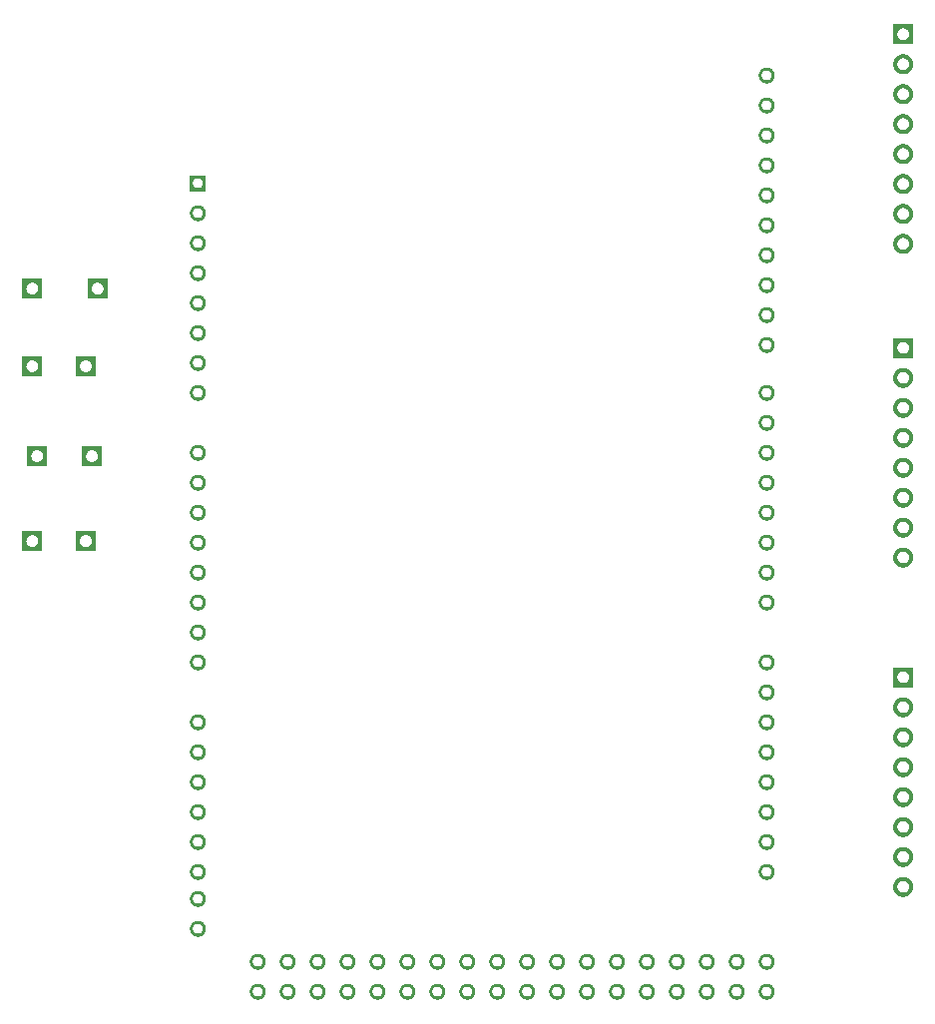
<source format=gbr>
%TF.GenerationSoftware,Flux,Pcbnew,7.0.11-7.0.11~ubuntu20.04.1*%
%TF.CreationDate,2024-04-02T09:14:25+00:00*%
%TF.ProjectId,input,696e7075-742e-46b6-9963-61645f706362,rev?*%
%TF.SameCoordinates,Original*%
%TF.FileFunction,Soldermask,Bot*%
%TF.FilePolarity,Negative*%
%FSLAX46Y46*%
G04 Gerber Fmt 4.6, Leading zero omitted, Abs format (unit mm)*
G04 Filename: strong-peach-translation-collar*
G04 Build it with Flux! Visit our site at: https://www.flux.ai (PCBNEW 7.0.11-7.0.11~ubuntu20.04.1) date 2024-04-02 09:14:25*
%MOMM*%
%LPD*%
G01*
G04 APERTURE LIST*
G04 APERTURE END LIST*
%TO.C,*%
G36*
X850000Y-3304800D02*
G01*
X850000Y-5004800D01*
X-850000Y-5004800D01*
X-850000Y-4167071D01*
X-499849Y-4167071D01*
X-498645Y-4191582D01*
X-496240Y-4216005D01*
X-492639Y-4240281D01*
X-487851Y-4264351D01*
X-481888Y-4288156D01*
X-474764Y-4311641D01*
X-466496Y-4334748D01*
X-457105Y-4357421D01*
X-446612Y-4379606D01*
X-435043Y-4401249D01*
X-422427Y-4422299D01*
X-408792Y-4442704D01*
X-394173Y-4462416D01*
X-378604Y-4481386D01*
X-362124Y-4499570D01*
X-344770Y-4516924D01*
X-326586Y-4533404D01*
X-307616Y-4548973D01*
X-287904Y-4563592D01*
X-267499Y-4577227D01*
X-246449Y-4589843D01*
X-224806Y-4601412D01*
X-202621Y-4611905D01*
X-179948Y-4621296D01*
X-156841Y-4629564D01*
X-133356Y-4636688D01*
X-109551Y-4642651D01*
X-85481Y-4647439D01*
X-61205Y-4651040D01*
X-36782Y-4653445D01*
X-12271Y-4654649D01*
X12271Y-4654649D01*
X36782Y-4653445D01*
X61205Y-4651040D01*
X85481Y-4647439D01*
X109551Y-4642651D01*
X133356Y-4636688D01*
X156841Y-4629564D01*
X179948Y-4621296D01*
X202621Y-4611905D01*
X224806Y-4601412D01*
X246449Y-4589843D01*
X267499Y-4577227D01*
X287904Y-4563592D01*
X307616Y-4548973D01*
X326586Y-4533404D01*
X344770Y-4516924D01*
X362124Y-4499570D01*
X378604Y-4481386D01*
X394173Y-4462416D01*
X408792Y-4442704D01*
X422427Y-4422299D01*
X435043Y-4401249D01*
X446612Y-4379606D01*
X457105Y-4357421D01*
X466496Y-4334748D01*
X474764Y-4311641D01*
X481888Y-4288156D01*
X487851Y-4264351D01*
X492639Y-4240281D01*
X496240Y-4216005D01*
X498645Y-4191582D01*
X499849Y-4167071D01*
X499849Y-4142529D01*
X498645Y-4118018D01*
X496240Y-4093595D01*
X492639Y-4069319D01*
X487851Y-4045249D01*
X481888Y-4021444D01*
X474764Y-3997959D01*
X466496Y-3974852D01*
X457105Y-3952179D01*
X446612Y-3929994D01*
X435043Y-3908351D01*
X422427Y-3887301D01*
X408792Y-3866896D01*
X394173Y-3847184D01*
X378604Y-3828214D01*
X362124Y-3810030D01*
X344770Y-3792676D01*
X326586Y-3776196D01*
X307616Y-3760627D01*
X287904Y-3746008D01*
X267499Y-3732373D01*
X246449Y-3719757D01*
X224806Y-3708188D01*
X202621Y-3697695D01*
X179948Y-3688304D01*
X156841Y-3680036D01*
X133356Y-3672912D01*
X109551Y-3666949D01*
X85481Y-3662161D01*
X61205Y-3658560D01*
X36782Y-3656155D01*
X12271Y-3654951D01*
X-12271Y-3654951D01*
X-36782Y-3656155D01*
X-61205Y-3658560D01*
X-85481Y-3662161D01*
X-109551Y-3666949D01*
X-133356Y-3672912D01*
X-156841Y-3680036D01*
X-179948Y-3688304D01*
X-202621Y-3697695D01*
X-224806Y-3708188D01*
X-246449Y-3719757D01*
X-267499Y-3732373D01*
X-287904Y-3746008D01*
X-307616Y-3760627D01*
X-326586Y-3776196D01*
X-344770Y-3792676D01*
X-362124Y-3810030D01*
X-378604Y-3828214D01*
X-394173Y-3847184D01*
X-408792Y-3866896D01*
X-422427Y-3887301D01*
X-435043Y-3908351D01*
X-446612Y-3929994D01*
X-457105Y-3952179D01*
X-466496Y-3974852D01*
X-474764Y-3997959D01*
X-481888Y-4021444D01*
X-487851Y-4045249D01*
X-492639Y-4069319D01*
X-496240Y-4093595D01*
X-498645Y-4118018D01*
X-499849Y-4142529D01*
X-499849Y-4167071D01*
X-850000Y-4167071D01*
X-850000Y-3304800D01*
X850000Y-3304800D01*
G37*
G36*
X4972000Y4315200D02*
G01*
X4972000Y2615200D01*
X3272000Y2615200D01*
X3272000Y3452929D01*
X3622151Y3452929D01*
X3623355Y3428418D01*
X3625760Y3403995D01*
X3629361Y3379719D01*
X3634149Y3355649D01*
X3640112Y3331844D01*
X3647236Y3308359D01*
X3655504Y3285252D01*
X3664895Y3262579D01*
X3675388Y3240394D01*
X3686957Y3218751D01*
X3699573Y3197701D01*
X3713208Y3177296D01*
X3727827Y3157584D01*
X3743396Y3138614D01*
X3759876Y3120430D01*
X3777230Y3103076D01*
X3795414Y3086596D01*
X3814384Y3071027D01*
X3834096Y3056408D01*
X3854501Y3042773D01*
X3875551Y3030157D01*
X3897194Y3018588D01*
X3919379Y3008095D01*
X3942052Y2998704D01*
X3965159Y2990436D01*
X3988644Y2983312D01*
X4012449Y2977349D01*
X4036519Y2972561D01*
X4060795Y2968960D01*
X4085218Y2966555D01*
X4109729Y2965351D01*
X4134271Y2965351D01*
X4158782Y2966555D01*
X4183205Y2968960D01*
X4207481Y2972561D01*
X4231551Y2977349D01*
X4255356Y2983312D01*
X4278841Y2990436D01*
X4301948Y2998704D01*
X4324621Y3008095D01*
X4346806Y3018588D01*
X4368449Y3030157D01*
X4389499Y3042773D01*
X4409904Y3056408D01*
X4429616Y3071027D01*
X4448586Y3086596D01*
X4466770Y3103076D01*
X4484124Y3120430D01*
X4500604Y3138614D01*
X4516173Y3157584D01*
X4530792Y3177296D01*
X4544427Y3197701D01*
X4557043Y3218751D01*
X4568612Y3240394D01*
X4579105Y3262579D01*
X4588496Y3285252D01*
X4596764Y3308359D01*
X4603888Y3331844D01*
X4609851Y3355649D01*
X4614639Y3379719D01*
X4618240Y3403995D01*
X4620645Y3428418D01*
X4621849Y3452929D01*
X4621849Y3477471D01*
X4620645Y3501982D01*
X4618240Y3526405D01*
X4614639Y3550681D01*
X4609851Y3574751D01*
X4603888Y3598556D01*
X4596764Y3622041D01*
X4588496Y3645148D01*
X4579105Y3667821D01*
X4568612Y3690006D01*
X4557043Y3711649D01*
X4544427Y3732699D01*
X4530792Y3753104D01*
X4516173Y3772816D01*
X4500604Y3791786D01*
X4484124Y3809970D01*
X4466770Y3827324D01*
X4448586Y3843804D01*
X4429616Y3859373D01*
X4409904Y3873992D01*
X4389499Y3887627D01*
X4368449Y3900243D01*
X4346806Y3911812D01*
X4324621Y3922305D01*
X4301948Y3931696D01*
X4278841Y3939964D01*
X4255356Y3947088D01*
X4231551Y3953051D01*
X4207481Y3957839D01*
X4183205Y3961440D01*
X4158782Y3963845D01*
X4134271Y3965049D01*
X4109729Y3965049D01*
X4085218Y3963845D01*
X4060795Y3961440D01*
X4036519Y3957839D01*
X4012449Y3953051D01*
X3988644Y3947088D01*
X3965159Y3939964D01*
X3942052Y3931696D01*
X3919379Y3922305D01*
X3897194Y3911812D01*
X3875551Y3900243D01*
X3854501Y3887627D01*
X3834096Y3873992D01*
X3814384Y3859373D01*
X3795414Y3843804D01*
X3777230Y3827324D01*
X3759876Y3809970D01*
X3743396Y3791786D01*
X3727827Y3772816D01*
X3713208Y3753104D01*
X3699573Y3732699D01*
X3686957Y3711649D01*
X3675388Y3690006D01*
X3664895Y3667821D01*
X3655504Y3645148D01*
X3647236Y3622041D01*
X3640112Y3598556D01*
X3634149Y3574751D01*
X3629361Y3550681D01*
X3625760Y3526405D01*
X3623355Y3501982D01*
X3622151Y3477471D01*
X3622151Y3452929D01*
X3272000Y3452929D01*
X3272000Y4315200D01*
X4972000Y4315200D01*
G37*
G36*
X5976800Y10900700D02*
G01*
X5976800Y9200700D01*
X4276800Y9200700D01*
X4276800Y10038429D01*
X4626951Y10038429D01*
X4628155Y10013918D01*
X4630560Y9989495D01*
X4634161Y9965219D01*
X4638949Y9941149D01*
X4644912Y9917344D01*
X4652036Y9893859D01*
X4660304Y9870752D01*
X4669695Y9848079D01*
X4680188Y9825894D01*
X4691757Y9804251D01*
X4704373Y9783201D01*
X4718008Y9762796D01*
X4732627Y9743084D01*
X4748196Y9724114D01*
X4764676Y9705930D01*
X4782030Y9688576D01*
X4800214Y9672096D01*
X4819184Y9656527D01*
X4838896Y9641908D01*
X4859301Y9628273D01*
X4880351Y9615657D01*
X4901994Y9604088D01*
X4924179Y9593595D01*
X4946852Y9584204D01*
X4969959Y9575936D01*
X4993444Y9568812D01*
X5017249Y9562849D01*
X5041319Y9558061D01*
X5065595Y9554460D01*
X5090018Y9552055D01*
X5114529Y9550851D01*
X5139071Y9550851D01*
X5163582Y9552055D01*
X5188005Y9554460D01*
X5212281Y9558061D01*
X5236351Y9562849D01*
X5260156Y9568812D01*
X5283641Y9575936D01*
X5306748Y9584204D01*
X5329421Y9593595D01*
X5351606Y9604088D01*
X5373249Y9615657D01*
X5394299Y9628273D01*
X5414704Y9641908D01*
X5434416Y9656527D01*
X5453386Y9672096D01*
X5471570Y9688576D01*
X5488924Y9705930D01*
X5505404Y9724114D01*
X5520973Y9743084D01*
X5535592Y9762796D01*
X5549227Y9783201D01*
X5561843Y9804251D01*
X5573412Y9825894D01*
X5583905Y9848079D01*
X5593296Y9870752D01*
X5601564Y9893859D01*
X5608688Y9917344D01*
X5614651Y9941149D01*
X5619439Y9965219D01*
X5623040Y9989495D01*
X5625445Y10013918D01*
X5626649Y10038429D01*
X5626649Y10062971D01*
X5625445Y10087482D01*
X5623040Y10111905D01*
X5619439Y10136181D01*
X5614651Y10160251D01*
X5608688Y10184056D01*
X5601564Y10207541D01*
X5593296Y10230648D01*
X5583905Y10253321D01*
X5573412Y10275506D01*
X5561843Y10297149D01*
X5549227Y10318199D01*
X5535592Y10338604D01*
X5520973Y10358316D01*
X5505404Y10377286D01*
X5488924Y10395470D01*
X5471570Y10412824D01*
X5453386Y10429304D01*
X5434416Y10444873D01*
X5414704Y10459492D01*
X5394299Y10473127D01*
X5373249Y10485743D01*
X5351606Y10497312D01*
X5329421Y10507805D01*
X5306748Y10517196D01*
X5283641Y10525464D01*
X5260156Y10532588D01*
X5236351Y10538551D01*
X5212281Y10543339D01*
X5188005Y10546940D01*
X5163582Y10549345D01*
X5139071Y10550549D01*
X5114529Y10550549D01*
X5090018Y10549345D01*
X5065595Y10546940D01*
X5041319Y10543339D01*
X5017249Y10538551D01*
X4993444Y10532588D01*
X4969959Y10525464D01*
X4946852Y10517196D01*
X4924179Y10507805D01*
X4901994Y10497312D01*
X4880351Y10485743D01*
X4859301Y10473127D01*
X4838896Y10459492D01*
X4819184Y10444873D01*
X4800214Y10429304D01*
X4782030Y10412824D01*
X4764676Y10395470D01*
X4748196Y10377286D01*
X4732627Y10358316D01*
X4718008Y10338604D01*
X4704373Y10318199D01*
X4691757Y10297149D01*
X4680188Y10275506D01*
X4669695Y10253321D01*
X4660304Y10230648D01*
X4652036Y10207541D01*
X4644912Y10184056D01*
X4638949Y10160251D01*
X4634161Y10136181D01*
X4630560Y10111905D01*
X4628155Y10087482D01*
X4626951Y10062971D01*
X4626951Y10038429D01*
X4276800Y10038429D01*
X4276800Y10900700D01*
X5976800Y10900700D01*
G37*
G36*
X61947250Y-20968140D02*
G01*
X61980417Y-20971406D01*
X62013383Y-20976296D01*
X62046070Y-20982798D01*
X62078398Y-20990896D01*
X62110290Y-21000570D01*
X62141669Y-21011798D01*
X62172459Y-21024552D01*
X62202586Y-21038801D01*
X62231978Y-21054511D01*
X62260563Y-21071644D01*
X62288274Y-21090160D01*
X62315042Y-21110013D01*
X62340804Y-21131155D01*
X62365498Y-21153536D01*
X62389064Y-21177102D01*
X62411445Y-21201796D01*
X62432587Y-21227558D01*
X62452440Y-21254326D01*
X62470956Y-21282037D01*
X62488089Y-21310622D01*
X62503799Y-21340014D01*
X62518048Y-21370141D01*
X62530802Y-21400931D01*
X62542030Y-21432310D01*
X62551704Y-21464202D01*
X62559802Y-21496530D01*
X62566304Y-21529217D01*
X62571194Y-21562183D01*
X62574460Y-21595350D01*
X62576095Y-21628637D01*
X62576095Y-21661963D01*
X62574460Y-21695250D01*
X62571194Y-21728417D01*
X62566304Y-21761383D01*
X62559802Y-21794070D01*
X62551704Y-21826398D01*
X62542030Y-21858290D01*
X62530802Y-21889669D01*
X62518048Y-21920459D01*
X62503799Y-21950586D01*
X62488089Y-21979978D01*
X62470956Y-22008563D01*
X62452440Y-22036274D01*
X62432587Y-22063042D01*
X62411445Y-22088804D01*
X62389064Y-22113498D01*
X62365498Y-22137064D01*
X62340804Y-22159445D01*
X62315042Y-22180587D01*
X62288274Y-22200440D01*
X62260563Y-22218956D01*
X62231978Y-22236089D01*
X62202586Y-22251799D01*
X62172459Y-22266048D01*
X62141669Y-22278802D01*
X62110290Y-22290030D01*
X62078398Y-22299704D01*
X62046070Y-22307802D01*
X62013383Y-22314304D01*
X61980417Y-22319194D01*
X61947250Y-22322460D01*
X61913963Y-22324095D01*
X61880637Y-22324095D01*
X61847350Y-22322460D01*
X61814183Y-22319194D01*
X61781217Y-22314304D01*
X61748530Y-22307802D01*
X61716202Y-22299704D01*
X61684310Y-22290030D01*
X61652931Y-22278802D01*
X61622141Y-22266048D01*
X61592014Y-22251799D01*
X61562622Y-22236089D01*
X61534037Y-22218956D01*
X61506326Y-22200440D01*
X61479558Y-22180587D01*
X61453796Y-22159445D01*
X61429102Y-22137064D01*
X61405536Y-22113498D01*
X61383155Y-22088804D01*
X61362013Y-22063042D01*
X61342160Y-22036274D01*
X61323644Y-22008563D01*
X61306511Y-21979978D01*
X61290801Y-21950586D01*
X61276552Y-21920459D01*
X61263798Y-21889669D01*
X61252570Y-21858290D01*
X61242896Y-21826398D01*
X61234798Y-21794070D01*
X61228296Y-21761383D01*
X61223406Y-21728417D01*
X61220140Y-21695250D01*
X61218505Y-21661963D01*
X61218505Y-21655730D01*
X61472428Y-21655730D01*
X61473452Y-21676565D01*
X61475496Y-21697325D01*
X61478557Y-21717959D01*
X61482627Y-21738418D01*
X61487695Y-21758653D01*
X61493751Y-21778615D01*
X61500778Y-21798255D01*
X61508761Y-21817528D01*
X61517680Y-21836385D01*
X61527513Y-21854782D01*
X61538237Y-21872674D01*
X61549826Y-21890018D01*
X61562253Y-21906773D01*
X61575486Y-21922898D01*
X61589495Y-21938355D01*
X61604245Y-21953105D01*
X61619702Y-21967114D01*
X61635827Y-21980347D01*
X61652582Y-21992774D01*
X61669926Y-22004363D01*
X61687818Y-22015087D01*
X61706215Y-22024920D01*
X61725072Y-22033839D01*
X61744345Y-22041822D01*
X61763985Y-22048849D01*
X61783947Y-22054905D01*
X61804182Y-22059973D01*
X61824641Y-22064043D01*
X61845275Y-22067104D01*
X61866035Y-22069148D01*
X61886870Y-22070172D01*
X61907730Y-22070172D01*
X61928565Y-22069148D01*
X61949325Y-22067104D01*
X61969959Y-22064043D01*
X61990418Y-22059973D01*
X62010653Y-22054905D01*
X62030615Y-22048849D01*
X62050255Y-22041822D01*
X62069528Y-22033839D01*
X62088385Y-22024920D01*
X62106782Y-22015087D01*
X62124674Y-22004363D01*
X62142018Y-21992774D01*
X62158773Y-21980347D01*
X62174898Y-21967114D01*
X62190355Y-21953105D01*
X62205105Y-21938355D01*
X62219114Y-21922898D01*
X62232347Y-21906773D01*
X62244774Y-21890018D01*
X62256363Y-21872674D01*
X62267087Y-21854782D01*
X62276920Y-21836385D01*
X62285839Y-21817528D01*
X62293822Y-21798255D01*
X62300849Y-21778615D01*
X62306905Y-21758653D01*
X62311973Y-21738418D01*
X62316043Y-21717959D01*
X62319104Y-21697325D01*
X62321148Y-21676565D01*
X62322172Y-21655730D01*
X62322172Y-21634870D01*
X62321148Y-21614035D01*
X62319104Y-21593275D01*
X62316043Y-21572641D01*
X62311973Y-21552182D01*
X62306905Y-21531947D01*
X62300849Y-21511985D01*
X62293822Y-21492345D01*
X62285839Y-21473072D01*
X62276920Y-21454215D01*
X62267087Y-21435818D01*
X62256363Y-21417926D01*
X62244774Y-21400582D01*
X62232347Y-21383827D01*
X62219114Y-21367702D01*
X62205105Y-21352245D01*
X62190355Y-21337495D01*
X62174898Y-21323486D01*
X62158773Y-21310253D01*
X62142018Y-21297826D01*
X62124674Y-21286237D01*
X62106782Y-21275513D01*
X62088385Y-21265680D01*
X62069528Y-21256761D01*
X62050255Y-21248778D01*
X62030615Y-21241751D01*
X62010653Y-21235695D01*
X61990418Y-21230627D01*
X61969959Y-21226557D01*
X61949325Y-21223496D01*
X61928565Y-21221452D01*
X61907730Y-21220428D01*
X61886870Y-21220428D01*
X61866035Y-21221452D01*
X61845275Y-21223496D01*
X61824641Y-21226557D01*
X61804182Y-21230627D01*
X61783947Y-21235695D01*
X61763985Y-21241751D01*
X61744345Y-21248778D01*
X61725072Y-21256761D01*
X61706215Y-21265680D01*
X61687818Y-21275513D01*
X61669926Y-21286237D01*
X61652582Y-21297826D01*
X61635827Y-21310253D01*
X61619702Y-21323486D01*
X61604245Y-21337495D01*
X61589495Y-21352245D01*
X61575486Y-21367702D01*
X61562253Y-21383827D01*
X61549826Y-21400582D01*
X61538237Y-21417926D01*
X61527513Y-21435818D01*
X61517680Y-21454215D01*
X61508761Y-21473072D01*
X61500778Y-21492345D01*
X61493751Y-21511985D01*
X61487695Y-21531947D01*
X61482627Y-21552182D01*
X61478557Y-21572641D01*
X61475496Y-21593275D01*
X61473452Y-21614035D01*
X61472428Y-21634870D01*
X61472428Y-21655730D01*
X61218505Y-21655730D01*
X61218505Y-21628637D01*
X61220140Y-21595350D01*
X61223406Y-21562183D01*
X61228296Y-21529217D01*
X61234798Y-21496530D01*
X61242896Y-21464202D01*
X61252570Y-21432310D01*
X61263798Y-21400931D01*
X61276552Y-21370141D01*
X61290801Y-21340014D01*
X61306511Y-21310622D01*
X61323644Y-21282037D01*
X61342160Y-21254326D01*
X61362013Y-21227558D01*
X61383155Y-21201796D01*
X61405536Y-21177102D01*
X61429102Y-21153536D01*
X61453796Y-21131155D01*
X61479558Y-21110013D01*
X61506326Y-21090160D01*
X61534037Y-21071644D01*
X61562622Y-21054511D01*
X61592014Y-21038801D01*
X61622141Y-21024552D01*
X61652931Y-21011798D01*
X61684310Y-21000570D01*
X61716202Y-20990896D01*
X61748530Y-20982798D01*
X61781217Y-20976296D01*
X61814183Y-20971406D01*
X61847350Y-20968140D01*
X61880637Y-20966505D01*
X61913963Y-20966505D01*
X61947250Y-20968140D01*
G37*
G36*
X61947250Y-15888140D02*
G01*
X61980417Y-15891406D01*
X62013383Y-15896296D01*
X62046070Y-15902798D01*
X62078398Y-15910896D01*
X62110290Y-15920570D01*
X62141669Y-15931798D01*
X62172459Y-15944552D01*
X62202586Y-15958801D01*
X62231978Y-15974511D01*
X62260563Y-15991644D01*
X62288274Y-16010160D01*
X62315042Y-16030013D01*
X62340804Y-16051155D01*
X62365498Y-16073536D01*
X62389064Y-16097102D01*
X62411445Y-16121796D01*
X62432587Y-16147558D01*
X62452440Y-16174326D01*
X62470956Y-16202037D01*
X62488089Y-16230622D01*
X62503799Y-16260014D01*
X62518048Y-16290141D01*
X62530802Y-16320931D01*
X62542030Y-16352310D01*
X62551704Y-16384202D01*
X62559802Y-16416530D01*
X62566304Y-16449217D01*
X62571194Y-16482183D01*
X62574460Y-16515350D01*
X62576095Y-16548637D01*
X62576095Y-16581963D01*
X62574460Y-16615250D01*
X62571194Y-16648417D01*
X62566304Y-16681383D01*
X62559802Y-16714070D01*
X62551704Y-16746398D01*
X62542030Y-16778290D01*
X62530802Y-16809669D01*
X62518048Y-16840459D01*
X62503799Y-16870586D01*
X62488089Y-16899978D01*
X62470956Y-16928563D01*
X62452440Y-16956274D01*
X62432587Y-16983042D01*
X62411445Y-17008804D01*
X62389064Y-17033498D01*
X62365498Y-17057064D01*
X62340804Y-17079445D01*
X62315042Y-17100587D01*
X62288274Y-17120440D01*
X62260563Y-17138956D01*
X62231978Y-17156089D01*
X62202586Y-17171799D01*
X62172459Y-17186048D01*
X62141669Y-17198802D01*
X62110290Y-17210030D01*
X62078398Y-17219704D01*
X62046070Y-17227802D01*
X62013383Y-17234304D01*
X61980417Y-17239194D01*
X61947250Y-17242460D01*
X61913963Y-17244095D01*
X61880637Y-17244095D01*
X61847350Y-17242460D01*
X61814183Y-17239194D01*
X61781217Y-17234304D01*
X61748530Y-17227802D01*
X61716202Y-17219704D01*
X61684310Y-17210030D01*
X61652931Y-17198802D01*
X61622141Y-17186048D01*
X61592014Y-17171799D01*
X61562622Y-17156089D01*
X61534037Y-17138956D01*
X61506326Y-17120440D01*
X61479558Y-17100587D01*
X61453796Y-17079445D01*
X61429102Y-17057064D01*
X61405536Y-17033498D01*
X61383155Y-17008804D01*
X61362013Y-16983042D01*
X61342160Y-16956274D01*
X61323644Y-16928563D01*
X61306511Y-16899978D01*
X61290801Y-16870586D01*
X61276552Y-16840459D01*
X61263798Y-16809669D01*
X61252570Y-16778290D01*
X61242896Y-16746398D01*
X61234798Y-16714070D01*
X61228296Y-16681383D01*
X61223406Y-16648417D01*
X61220140Y-16615250D01*
X61218505Y-16581963D01*
X61218505Y-16575730D01*
X61472428Y-16575730D01*
X61473452Y-16596565D01*
X61475496Y-16617325D01*
X61478557Y-16637959D01*
X61482627Y-16658418D01*
X61487695Y-16678653D01*
X61493751Y-16698615D01*
X61500778Y-16718255D01*
X61508761Y-16737528D01*
X61517680Y-16756385D01*
X61527513Y-16774782D01*
X61538237Y-16792674D01*
X61549826Y-16810018D01*
X61562253Y-16826773D01*
X61575486Y-16842898D01*
X61589495Y-16858355D01*
X61604245Y-16873105D01*
X61619702Y-16887114D01*
X61635827Y-16900347D01*
X61652582Y-16912774D01*
X61669926Y-16924363D01*
X61687818Y-16935087D01*
X61706215Y-16944920D01*
X61725072Y-16953839D01*
X61744345Y-16961822D01*
X61763985Y-16968849D01*
X61783947Y-16974905D01*
X61804182Y-16979973D01*
X61824641Y-16984043D01*
X61845275Y-16987104D01*
X61866035Y-16989148D01*
X61886870Y-16990172D01*
X61907730Y-16990172D01*
X61928565Y-16989148D01*
X61949325Y-16987104D01*
X61969959Y-16984043D01*
X61990418Y-16979973D01*
X62010653Y-16974905D01*
X62030615Y-16968849D01*
X62050255Y-16961822D01*
X62069528Y-16953839D01*
X62088385Y-16944920D01*
X62106782Y-16935087D01*
X62124674Y-16924363D01*
X62142018Y-16912774D01*
X62158773Y-16900347D01*
X62174898Y-16887114D01*
X62190355Y-16873105D01*
X62205105Y-16858355D01*
X62219114Y-16842898D01*
X62232347Y-16826773D01*
X62244774Y-16810018D01*
X62256363Y-16792674D01*
X62267087Y-16774782D01*
X62276920Y-16756385D01*
X62285839Y-16737528D01*
X62293822Y-16718255D01*
X62300849Y-16698615D01*
X62306905Y-16678653D01*
X62311973Y-16658418D01*
X62316043Y-16637959D01*
X62319104Y-16617325D01*
X62321148Y-16596565D01*
X62322172Y-16575730D01*
X62322172Y-16554870D01*
X62321148Y-16534035D01*
X62319104Y-16513275D01*
X62316043Y-16492641D01*
X62311973Y-16472182D01*
X62306905Y-16451947D01*
X62300849Y-16431985D01*
X62293822Y-16412345D01*
X62285839Y-16393072D01*
X62276920Y-16374215D01*
X62267087Y-16355818D01*
X62256363Y-16337926D01*
X62244774Y-16320582D01*
X62232347Y-16303827D01*
X62219114Y-16287702D01*
X62205105Y-16272245D01*
X62190355Y-16257495D01*
X62174898Y-16243486D01*
X62158773Y-16230253D01*
X62142018Y-16217826D01*
X62124674Y-16206237D01*
X62106782Y-16195513D01*
X62088385Y-16185680D01*
X62069528Y-16176761D01*
X62050255Y-16168778D01*
X62030615Y-16161751D01*
X62010653Y-16155695D01*
X61990418Y-16150627D01*
X61969959Y-16146557D01*
X61949325Y-16143496D01*
X61928565Y-16141452D01*
X61907730Y-16140428D01*
X61886870Y-16140428D01*
X61866035Y-16141452D01*
X61845275Y-16143496D01*
X61824641Y-16146557D01*
X61804182Y-16150627D01*
X61783947Y-16155695D01*
X61763985Y-16161751D01*
X61744345Y-16168778D01*
X61725072Y-16176761D01*
X61706215Y-16185680D01*
X61687818Y-16195513D01*
X61669926Y-16206237D01*
X61652582Y-16217826D01*
X61635827Y-16230253D01*
X61619702Y-16243486D01*
X61604245Y-16257495D01*
X61589495Y-16272245D01*
X61575486Y-16287702D01*
X61562253Y-16303827D01*
X61549826Y-16320582D01*
X61538237Y-16337926D01*
X61527513Y-16355818D01*
X61517680Y-16374215D01*
X61508761Y-16393072D01*
X61500778Y-16412345D01*
X61493751Y-16431985D01*
X61487695Y-16451947D01*
X61482627Y-16472182D01*
X61478557Y-16492641D01*
X61475496Y-16513275D01*
X61473452Y-16534035D01*
X61472428Y-16554870D01*
X61472428Y-16575730D01*
X61218505Y-16575730D01*
X61218505Y-16548637D01*
X61220140Y-16515350D01*
X61223406Y-16482183D01*
X61228296Y-16449217D01*
X61234798Y-16416530D01*
X61242896Y-16384202D01*
X61252570Y-16352310D01*
X61263798Y-16320931D01*
X61276552Y-16290141D01*
X61290801Y-16260014D01*
X61306511Y-16230622D01*
X61323644Y-16202037D01*
X61342160Y-16174326D01*
X61362013Y-16147558D01*
X61383155Y-16121796D01*
X61405536Y-16097102D01*
X61429102Y-16073536D01*
X61453796Y-16051155D01*
X61479558Y-16030013D01*
X61506326Y-16010160D01*
X61534037Y-15991644D01*
X61562622Y-15974511D01*
X61592014Y-15958801D01*
X61622141Y-15944552D01*
X61652931Y-15931798D01*
X61684310Y-15920570D01*
X61716202Y-15910896D01*
X61748530Y-15902798D01*
X61781217Y-15896296D01*
X61814183Y-15891406D01*
X61847350Y-15888140D01*
X61880637Y-15886505D01*
X61913963Y-15886505D01*
X61947250Y-15888140D01*
G37*
G36*
X59407250Y-46368140D02*
G01*
X59440417Y-46371406D01*
X59473383Y-46376296D01*
X59506070Y-46382798D01*
X59538398Y-46390896D01*
X59570290Y-46400570D01*
X59601669Y-46411798D01*
X59632459Y-46424552D01*
X59662586Y-46438801D01*
X59691978Y-46454511D01*
X59720563Y-46471644D01*
X59748274Y-46490160D01*
X59775042Y-46510013D01*
X59800804Y-46531155D01*
X59825498Y-46553536D01*
X59849064Y-46577102D01*
X59871445Y-46601796D01*
X59892587Y-46627558D01*
X59912440Y-46654326D01*
X59930956Y-46682037D01*
X59948089Y-46710622D01*
X59963799Y-46740014D01*
X59978048Y-46770141D01*
X59990802Y-46800931D01*
X60002030Y-46832310D01*
X60011704Y-46864202D01*
X60019802Y-46896530D01*
X60026304Y-46929217D01*
X60031194Y-46962183D01*
X60034460Y-46995350D01*
X60036095Y-47028637D01*
X60036095Y-47061963D01*
X60034460Y-47095250D01*
X60031194Y-47128417D01*
X60026304Y-47161383D01*
X60019802Y-47194070D01*
X60011704Y-47226398D01*
X60002030Y-47258290D01*
X59990802Y-47289669D01*
X59978048Y-47320459D01*
X59963799Y-47350586D01*
X59948089Y-47379978D01*
X59930956Y-47408563D01*
X59912440Y-47436274D01*
X59892587Y-47463042D01*
X59871445Y-47488804D01*
X59849064Y-47513498D01*
X59825498Y-47537064D01*
X59800804Y-47559445D01*
X59775042Y-47580587D01*
X59748274Y-47600440D01*
X59720563Y-47618956D01*
X59691978Y-47636089D01*
X59662586Y-47651799D01*
X59632459Y-47666048D01*
X59601669Y-47678802D01*
X59570290Y-47690030D01*
X59538398Y-47699704D01*
X59506070Y-47707802D01*
X59473383Y-47714304D01*
X59440417Y-47719194D01*
X59407250Y-47722460D01*
X59373963Y-47724095D01*
X59340637Y-47724095D01*
X59307350Y-47722460D01*
X59274183Y-47719194D01*
X59241217Y-47714304D01*
X59208530Y-47707802D01*
X59176202Y-47699704D01*
X59144310Y-47690030D01*
X59112931Y-47678802D01*
X59082141Y-47666048D01*
X59052014Y-47651799D01*
X59022622Y-47636089D01*
X58994037Y-47618956D01*
X58966326Y-47600440D01*
X58939558Y-47580587D01*
X58913796Y-47559445D01*
X58889102Y-47537064D01*
X58865536Y-47513498D01*
X58843155Y-47488804D01*
X58822013Y-47463042D01*
X58802160Y-47436274D01*
X58783644Y-47408563D01*
X58766511Y-47379978D01*
X58750801Y-47350586D01*
X58736552Y-47320459D01*
X58723798Y-47289669D01*
X58712570Y-47258290D01*
X58702896Y-47226398D01*
X58694798Y-47194070D01*
X58688296Y-47161383D01*
X58683406Y-47128417D01*
X58680140Y-47095250D01*
X58678505Y-47061963D01*
X58678505Y-47055730D01*
X58932428Y-47055730D01*
X58933452Y-47076565D01*
X58935496Y-47097325D01*
X58938557Y-47117959D01*
X58942627Y-47138418D01*
X58947695Y-47158653D01*
X58953751Y-47178615D01*
X58960778Y-47198255D01*
X58968761Y-47217528D01*
X58977680Y-47236385D01*
X58987513Y-47254782D01*
X58998237Y-47272674D01*
X59009826Y-47290018D01*
X59022253Y-47306773D01*
X59035486Y-47322898D01*
X59049495Y-47338355D01*
X59064245Y-47353105D01*
X59079702Y-47367114D01*
X59095827Y-47380347D01*
X59112582Y-47392774D01*
X59129926Y-47404363D01*
X59147818Y-47415087D01*
X59166215Y-47424920D01*
X59185072Y-47433839D01*
X59204345Y-47441822D01*
X59223985Y-47448849D01*
X59243947Y-47454905D01*
X59264182Y-47459973D01*
X59284641Y-47464043D01*
X59305275Y-47467104D01*
X59326035Y-47469148D01*
X59346870Y-47470172D01*
X59367730Y-47470172D01*
X59388565Y-47469148D01*
X59409325Y-47467104D01*
X59429959Y-47464043D01*
X59450418Y-47459973D01*
X59470653Y-47454905D01*
X59490615Y-47448849D01*
X59510255Y-47441822D01*
X59529528Y-47433839D01*
X59548385Y-47424920D01*
X59566782Y-47415087D01*
X59584674Y-47404363D01*
X59602018Y-47392774D01*
X59618773Y-47380347D01*
X59634898Y-47367114D01*
X59650355Y-47353105D01*
X59665105Y-47338355D01*
X59679114Y-47322898D01*
X59692347Y-47306773D01*
X59704774Y-47290018D01*
X59716363Y-47272674D01*
X59727087Y-47254782D01*
X59736920Y-47236385D01*
X59745839Y-47217528D01*
X59753822Y-47198255D01*
X59760849Y-47178615D01*
X59766905Y-47158653D01*
X59771973Y-47138418D01*
X59776043Y-47117959D01*
X59779104Y-47097325D01*
X59781148Y-47076565D01*
X59782172Y-47055730D01*
X59782172Y-47034870D01*
X59781148Y-47014035D01*
X59779104Y-46993275D01*
X59776043Y-46972641D01*
X59771973Y-46952182D01*
X59766905Y-46931947D01*
X59760849Y-46911985D01*
X59753822Y-46892345D01*
X59745839Y-46873072D01*
X59736920Y-46854215D01*
X59727087Y-46835818D01*
X59716363Y-46817926D01*
X59704774Y-46800582D01*
X59692347Y-46783827D01*
X59679114Y-46767702D01*
X59665105Y-46752245D01*
X59650355Y-46737495D01*
X59634898Y-46723486D01*
X59618773Y-46710253D01*
X59602018Y-46697826D01*
X59584674Y-46686237D01*
X59566782Y-46675513D01*
X59548385Y-46665680D01*
X59529528Y-46656761D01*
X59510255Y-46648778D01*
X59490615Y-46641751D01*
X59470653Y-46635695D01*
X59450418Y-46630627D01*
X59429959Y-46626557D01*
X59409325Y-46623496D01*
X59388565Y-46621452D01*
X59367730Y-46620428D01*
X59346870Y-46620428D01*
X59326035Y-46621452D01*
X59305275Y-46623496D01*
X59284641Y-46626557D01*
X59264182Y-46630627D01*
X59243947Y-46635695D01*
X59223985Y-46641751D01*
X59204345Y-46648778D01*
X59185072Y-46656761D01*
X59166215Y-46665680D01*
X59147818Y-46675513D01*
X59129926Y-46686237D01*
X59112582Y-46697826D01*
X59095827Y-46710253D01*
X59079702Y-46723486D01*
X59064245Y-46737495D01*
X59049495Y-46752245D01*
X59035486Y-46767702D01*
X59022253Y-46783827D01*
X59009826Y-46800582D01*
X58998237Y-46817926D01*
X58987513Y-46835818D01*
X58977680Y-46854215D01*
X58968761Y-46873072D01*
X58960778Y-46892345D01*
X58953751Y-46911985D01*
X58947695Y-46931947D01*
X58942627Y-46952182D01*
X58938557Y-46972641D01*
X58935496Y-46993275D01*
X58933452Y-47014035D01*
X58932428Y-47034870D01*
X58932428Y-47055730D01*
X58678505Y-47055730D01*
X58678505Y-47028637D01*
X58680140Y-46995350D01*
X58683406Y-46962183D01*
X58688296Y-46929217D01*
X58694798Y-46896530D01*
X58702896Y-46864202D01*
X58712570Y-46832310D01*
X58723798Y-46800931D01*
X58736552Y-46770141D01*
X58750801Y-46740014D01*
X58766511Y-46710622D01*
X58783644Y-46682037D01*
X58802160Y-46654326D01*
X58822013Y-46627558D01*
X58843155Y-46601796D01*
X58865536Y-46577102D01*
X58889102Y-46553536D01*
X58913796Y-46531155D01*
X58939558Y-46510013D01*
X58966326Y-46490160D01*
X58994037Y-46471644D01*
X59022622Y-46454511D01*
X59052014Y-46438801D01*
X59082141Y-46424552D01*
X59112931Y-46411798D01*
X59144310Y-46400570D01*
X59176202Y-46390896D01*
X59208530Y-46382798D01*
X59241217Y-46376296D01*
X59274183Y-46371406D01*
X59307350Y-46368140D01*
X59340637Y-46366505D01*
X59373963Y-46366505D01*
X59407250Y-46368140D01*
G37*
G36*
X34007250Y-48908140D02*
G01*
X34040417Y-48911406D01*
X34073383Y-48916296D01*
X34106070Y-48922798D01*
X34138398Y-48930896D01*
X34170290Y-48940570D01*
X34201669Y-48951798D01*
X34232459Y-48964552D01*
X34262586Y-48978801D01*
X34291978Y-48994511D01*
X34320563Y-49011644D01*
X34348274Y-49030160D01*
X34375042Y-49050013D01*
X34400804Y-49071155D01*
X34425498Y-49093536D01*
X34449064Y-49117102D01*
X34471445Y-49141796D01*
X34492587Y-49167558D01*
X34512440Y-49194326D01*
X34530956Y-49222037D01*
X34548089Y-49250622D01*
X34563799Y-49280014D01*
X34578048Y-49310141D01*
X34590802Y-49340931D01*
X34602030Y-49372310D01*
X34611704Y-49404202D01*
X34619802Y-49436530D01*
X34626304Y-49469217D01*
X34631194Y-49502183D01*
X34634460Y-49535350D01*
X34636095Y-49568637D01*
X34636095Y-49601963D01*
X34634460Y-49635250D01*
X34631194Y-49668417D01*
X34626304Y-49701383D01*
X34619802Y-49734070D01*
X34611704Y-49766398D01*
X34602030Y-49798290D01*
X34590802Y-49829669D01*
X34578048Y-49860459D01*
X34563799Y-49890586D01*
X34548089Y-49919978D01*
X34530956Y-49948563D01*
X34512440Y-49976274D01*
X34492587Y-50003042D01*
X34471445Y-50028804D01*
X34449064Y-50053498D01*
X34425498Y-50077064D01*
X34400804Y-50099445D01*
X34375042Y-50120587D01*
X34348274Y-50140440D01*
X34320563Y-50158956D01*
X34291978Y-50176089D01*
X34262586Y-50191799D01*
X34232459Y-50206048D01*
X34201669Y-50218802D01*
X34170290Y-50230030D01*
X34138398Y-50239704D01*
X34106070Y-50247802D01*
X34073383Y-50254304D01*
X34040417Y-50259194D01*
X34007250Y-50262460D01*
X33973963Y-50264095D01*
X33940637Y-50264095D01*
X33907350Y-50262460D01*
X33874183Y-50259194D01*
X33841217Y-50254304D01*
X33808530Y-50247802D01*
X33776202Y-50239704D01*
X33744310Y-50230030D01*
X33712931Y-50218802D01*
X33682141Y-50206048D01*
X33652014Y-50191799D01*
X33622622Y-50176089D01*
X33594037Y-50158956D01*
X33566326Y-50140440D01*
X33539558Y-50120587D01*
X33513796Y-50099445D01*
X33489102Y-50077064D01*
X33465536Y-50053498D01*
X33443155Y-50028804D01*
X33422013Y-50003042D01*
X33402160Y-49976274D01*
X33383644Y-49948563D01*
X33366511Y-49919978D01*
X33350801Y-49890586D01*
X33336552Y-49860459D01*
X33323798Y-49829669D01*
X33312570Y-49798290D01*
X33302896Y-49766398D01*
X33294798Y-49734070D01*
X33288296Y-49701383D01*
X33283406Y-49668417D01*
X33280140Y-49635250D01*
X33278505Y-49601963D01*
X33278505Y-49595730D01*
X33532428Y-49595730D01*
X33533452Y-49616565D01*
X33535496Y-49637325D01*
X33538557Y-49657959D01*
X33542627Y-49678418D01*
X33547695Y-49698653D01*
X33553751Y-49718615D01*
X33560778Y-49738255D01*
X33568761Y-49757528D01*
X33577680Y-49776385D01*
X33587513Y-49794782D01*
X33598237Y-49812674D01*
X33609826Y-49830018D01*
X33622253Y-49846773D01*
X33635486Y-49862898D01*
X33649495Y-49878355D01*
X33664245Y-49893105D01*
X33679702Y-49907114D01*
X33695827Y-49920347D01*
X33712582Y-49932774D01*
X33729926Y-49944363D01*
X33747818Y-49955087D01*
X33766215Y-49964920D01*
X33785072Y-49973839D01*
X33804345Y-49981822D01*
X33823985Y-49988849D01*
X33843947Y-49994905D01*
X33864182Y-49999973D01*
X33884641Y-50004043D01*
X33905275Y-50007104D01*
X33926035Y-50009148D01*
X33946870Y-50010172D01*
X33967730Y-50010172D01*
X33988565Y-50009148D01*
X34009325Y-50007104D01*
X34029959Y-50004043D01*
X34050418Y-49999973D01*
X34070653Y-49994905D01*
X34090615Y-49988849D01*
X34110255Y-49981822D01*
X34129528Y-49973839D01*
X34148385Y-49964920D01*
X34166782Y-49955087D01*
X34184674Y-49944363D01*
X34202018Y-49932774D01*
X34218773Y-49920347D01*
X34234898Y-49907114D01*
X34250355Y-49893105D01*
X34265105Y-49878355D01*
X34279114Y-49862898D01*
X34292347Y-49846773D01*
X34304774Y-49830018D01*
X34316363Y-49812674D01*
X34327087Y-49794782D01*
X34336920Y-49776385D01*
X34345839Y-49757528D01*
X34353822Y-49738255D01*
X34360849Y-49718615D01*
X34366905Y-49698653D01*
X34371973Y-49678418D01*
X34376043Y-49657959D01*
X34379104Y-49637325D01*
X34381148Y-49616565D01*
X34382172Y-49595730D01*
X34382172Y-49574870D01*
X34381148Y-49554035D01*
X34379104Y-49533275D01*
X34376043Y-49512641D01*
X34371973Y-49492182D01*
X34366905Y-49471947D01*
X34360849Y-49451985D01*
X34353822Y-49432345D01*
X34345839Y-49413072D01*
X34336920Y-49394215D01*
X34327087Y-49375818D01*
X34316363Y-49357926D01*
X34304774Y-49340582D01*
X34292347Y-49323827D01*
X34279114Y-49307702D01*
X34265105Y-49292245D01*
X34250355Y-49277495D01*
X34234898Y-49263486D01*
X34218773Y-49250253D01*
X34202018Y-49237826D01*
X34184674Y-49226237D01*
X34166782Y-49215513D01*
X34148385Y-49205680D01*
X34129528Y-49196761D01*
X34110255Y-49188778D01*
X34090615Y-49181751D01*
X34070653Y-49175695D01*
X34050418Y-49170627D01*
X34029959Y-49166557D01*
X34009325Y-49163496D01*
X33988565Y-49161452D01*
X33967730Y-49160428D01*
X33946870Y-49160428D01*
X33926035Y-49161452D01*
X33905275Y-49163496D01*
X33884641Y-49166557D01*
X33864182Y-49170627D01*
X33843947Y-49175695D01*
X33823985Y-49181751D01*
X33804345Y-49188778D01*
X33785072Y-49196761D01*
X33766215Y-49205680D01*
X33747818Y-49215513D01*
X33729926Y-49226237D01*
X33712582Y-49237826D01*
X33695827Y-49250253D01*
X33679702Y-49263486D01*
X33664245Y-49277495D01*
X33649495Y-49292245D01*
X33635486Y-49307702D01*
X33622253Y-49323827D01*
X33609826Y-49340582D01*
X33598237Y-49357926D01*
X33587513Y-49375818D01*
X33577680Y-49394215D01*
X33568761Y-49413072D01*
X33560778Y-49432345D01*
X33553751Y-49451985D01*
X33547695Y-49471947D01*
X33542627Y-49492182D01*
X33538557Y-49512641D01*
X33535496Y-49533275D01*
X33533452Y-49554035D01*
X33532428Y-49574870D01*
X33532428Y-49595730D01*
X33278505Y-49595730D01*
X33278505Y-49568637D01*
X33280140Y-49535350D01*
X33283406Y-49502183D01*
X33288296Y-49469217D01*
X33294798Y-49436530D01*
X33302896Y-49404202D01*
X33312570Y-49372310D01*
X33323798Y-49340931D01*
X33336552Y-49310141D01*
X33350801Y-49280014D01*
X33366511Y-49250622D01*
X33383644Y-49222037D01*
X33402160Y-49194326D01*
X33422013Y-49167558D01*
X33443155Y-49141796D01*
X33465536Y-49117102D01*
X33489102Y-49093536D01*
X33513796Y-49071155D01*
X33539558Y-49050013D01*
X33566326Y-49030160D01*
X33594037Y-49011644D01*
X33622622Y-48994511D01*
X33652014Y-48978801D01*
X33682141Y-48964552D01*
X33712931Y-48951798D01*
X33744310Y-48940570D01*
X33776202Y-48930896D01*
X33808530Y-48922798D01*
X33841217Y-48916296D01*
X33874183Y-48911406D01*
X33907350Y-48908140D01*
X33940637Y-48906505D01*
X33973963Y-48906505D01*
X34007250Y-48908140D01*
G37*
G36*
X61947250Y-46368140D02*
G01*
X61980417Y-46371406D01*
X62013383Y-46376296D01*
X62046070Y-46382798D01*
X62078398Y-46390896D01*
X62110290Y-46400570D01*
X62141669Y-46411798D01*
X62172459Y-46424552D01*
X62202586Y-46438801D01*
X62231978Y-46454511D01*
X62260563Y-46471644D01*
X62288274Y-46490160D01*
X62315042Y-46510013D01*
X62340804Y-46531155D01*
X62365498Y-46553536D01*
X62389064Y-46577102D01*
X62411445Y-46601796D01*
X62432587Y-46627558D01*
X62452440Y-46654326D01*
X62470956Y-46682037D01*
X62488089Y-46710622D01*
X62503799Y-46740014D01*
X62518048Y-46770141D01*
X62530802Y-46800931D01*
X62542030Y-46832310D01*
X62551704Y-46864202D01*
X62559802Y-46896530D01*
X62566304Y-46929217D01*
X62571194Y-46962183D01*
X62574460Y-46995350D01*
X62576095Y-47028637D01*
X62576095Y-47061963D01*
X62574460Y-47095250D01*
X62571194Y-47128417D01*
X62566304Y-47161383D01*
X62559802Y-47194070D01*
X62551704Y-47226398D01*
X62542030Y-47258290D01*
X62530802Y-47289669D01*
X62518048Y-47320459D01*
X62503799Y-47350586D01*
X62488089Y-47379978D01*
X62470956Y-47408563D01*
X62452440Y-47436274D01*
X62432587Y-47463042D01*
X62411445Y-47488804D01*
X62389064Y-47513498D01*
X62365498Y-47537064D01*
X62340804Y-47559445D01*
X62315042Y-47580587D01*
X62288274Y-47600440D01*
X62260563Y-47618956D01*
X62231978Y-47636089D01*
X62202586Y-47651799D01*
X62172459Y-47666048D01*
X62141669Y-47678802D01*
X62110290Y-47690030D01*
X62078398Y-47699704D01*
X62046070Y-47707802D01*
X62013383Y-47714304D01*
X61980417Y-47719194D01*
X61947250Y-47722460D01*
X61913963Y-47724095D01*
X61880637Y-47724095D01*
X61847350Y-47722460D01*
X61814183Y-47719194D01*
X61781217Y-47714304D01*
X61748530Y-47707802D01*
X61716202Y-47699704D01*
X61684310Y-47690030D01*
X61652931Y-47678802D01*
X61622141Y-47666048D01*
X61592014Y-47651799D01*
X61562622Y-47636089D01*
X61534037Y-47618956D01*
X61506326Y-47600440D01*
X61479558Y-47580587D01*
X61453796Y-47559445D01*
X61429102Y-47537064D01*
X61405536Y-47513498D01*
X61383155Y-47488804D01*
X61362013Y-47463042D01*
X61342160Y-47436274D01*
X61323644Y-47408563D01*
X61306511Y-47379978D01*
X61290801Y-47350586D01*
X61276552Y-47320459D01*
X61263798Y-47289669D01*
X61252570Y-47258290D01*
X61242896Y-47226398D01*
X61234798Y-47194070D01*
X61228296Y-47161383D01*
X61223406Y-47128417D01*
X61220140Y-47095250D01*
X61218505Y-47061963D01*
X61218505Y-47055730D01*
X61472428Y-47055730D01*
X61473452Y-47076565D01*
X61475496Y-47097325D01*
X61478557Y-47117959D01*
X61482627Y-47138418D01*
X61487695Y-47158653D01*
X61493751Y-47178615D01*
X61500778Y-47198255D01*
X61508761Y-47217528D01*
X61517680Y-47236385D01*
X61527513Y-47254782D01*
X61538237Y-47272674D01*
X61549826Y-47290018D01*
X61562253Y-47306773D01*
X61575486Y-47322898D01*
X61589495Y-47338355D01*
X61604245Y-47353105D01*
X61619702Y-47367114D01*
X61635827Y-47380347D01*
X61652582Y-47392774D01*
X61669926Y-47404363D01*
X61687818Y-47415087D01*
X61706215Y-47424920D01*
X61725072Y-47433839D01*
X61744345Y-47441822D01*
X61763985Y-47448849D01*
X61783947Y-47454905D01*
X61804182Y-47459973D01*
X61824641Y-47464043D01*
X61845275Y-47467104D01*
X61866035Y-47469148D01*
X61886870Y-47470172D01*
X61907730Y-47470172D01*
X61928565Y-47469148D01*
X61949325Y-47467104D01*
X61969959Y-47464043D01*
X61990418Y-47459973D01*
X62010653Y-47454905D01*
X62030615Y-47448849D01*
X62050255Y-47441822D01*
X62069528Y-47433839D01*
X62088385Y-47424920D01*
X62106782Y-47415087D01*
X62124674Y-47404363D01*
X62142018Y-47392774D01*
X62158773Y-47380347D01*
X62174898Y-47367114D01*
X62190355Y-47353105D01*
X62205105Y-47338355D01*
X62219114Y-47322898D01*
X62232347Y-47306773D01*
X62244774Y-47290018D01*
X62256363Y-47272674D01*
X62267087Y-47254782D01*
X62276920Y-47236385D01*
X62285839Y-47217528D01*
X62293822Y-47198255D01*
X62300849Y-47178615D01*
X62306905Y-47158653D01*
X62311973Y-47138418D01*
X62316043Y-47117959D01*
X62319104Y-47097325D01*
X62321148Y-47076565D01*
X62322172Y-47055730D01*
X62322172Y-47034870D01*
X62321148Y-47014035D01*
X62319104Y-46993275D01*
X62316043Y-46972641D01*
X62311973Y-46952182D01*
X62306905Y-46931947D01*
X62300849Y-46911985D01*
X62293822Y-46892345D01*
X62285839Y-46873072D01*
X62276920Y-46854215D01*
X62267087Y-46835818D01*
X62256363Y-46817926D01*
X62244774Y-46800582D01*
X62232347Y-46783827D01*
X62219114Y-46767702D01*
X62205105Y-46752245D01*
X62190355Y-46737495D01*
X62174898Y-46723486D01*
X62158773Y-46710253D01*
X62142018Y-46697826D01*
X62124674Y-46686237D01*
X62106782Y-46675513D01*
X62088385Y-46665680D01*
X62069528Y-46656761D01*
X62050255Y-46648778D01*
X62030615Y-46641751D01*
X62010653Y-46635695D01*
X61990418Y-46630627D01*
X61969959Y-46626557D01*
X61949325Y-46623496D01*
X61928565Y-46621452D01*
X61907730Y-46620428D01*
X61886870Y-46620428D01*
X61866035Y-46621452D01*
X61845275Y-46623496D01*
X61824641Y-46626557D01*
X61804182Y-46630627D01*
X61783947Y-46635695D01*
X61763985Y-46641751D01*
X61744345Y-46648778D01*
X61725072Y-46656761D01*
X61706215Y-46665680D01*
X61687818Y-46675513D01*
X61669926Y-46686237D01*
X61652582Y-46697826D01*
X61635827Y-46710253D01*
X61619702Y-46723486D01*
X61604245Y-46737495D01*
X61589495Y-46752245D01*
X61575486Y-46767702D01*
X61562253Y-46783827D01*
X61549826Y-46800582D01*
X61538237Y-46817926D01*
X61527513Y-46835818D01*
X61517680Y-46854215D01*
X61508761Y-46873072D01*
X61500778Y-46892345D01*
X61493751Y-46911985D01*
X61487695Y-46931947D01*
X61482627Y-46952182D01*
X61478557Y-46972641D01*
X61475496Y-46993275D01*
X61473452Y-47014035D01*
X61472428Y-47034870D01*
X61472428Y-47055730D01*
X61218505Y-47055730D01*
X61218505Y-47028637D01*
X61220140Y-46995350D01*
X61223406Y-46962183D01*
X61228296Y-46929217D01*
X61234798Y-46896530D01*
X61242896Y-46864202D01*
X61252570Y-46832310D01*
X61263798Y-46800931D01*
X61276552Y-46770141D01*
X61290801Y-46740014D01*
X61306511Y-46710622D01*
X61323644Y-46682037D01*
X61342160Y-46654326D01*
X61362013Y-46627558D01*
X61383155Y-46601796D01*
X61405536Y-46577102D01*
X61429102Y-46553536D01*
X61453796Y-46531155D01*
X61479558Y-46510013D01*
X61506326Y-46490160D01*
X61534037Y-46471644D01*
X61562622Y-46454511D01*
X61592014Y-46438801D01*
X61622141Y-46424552D01*
X61652931Y-46411798D01*
X61684310Y-46400570D01*
X61716202Y-46390896D01*
X61748530Y-46382798D01*
X61781217Y-46376296D01*
X61814183Y-46371406D01*
X61847350Y-46368140D01*
X61880637Y-46366505D01*
X61913963Y-46366505D01*
X61947250Y-46368140D01*
G37*
G36*
X13687250Y12051860D02*
G01*
X13720417Y12048594D01*
X13753383Y12043704D01*
X13786070Y12037202D01*
X13818398Y12029104D01*
X13850290Y12019430D01*
X13881669Y12008202D01*
X13912459Y11995448D01*
X13942586Y11981199D01*
X13971978Y11965489D01*
X14000563Y11948356D01*
X14028274Y11929840D01*
X14055042Y11909987D01*
X14080804Y11888845D01*
X14105498Y11866464D01*
X14129064Y11842898D01*
X14151445Y11818204D01*
X14172587Y11792442D01*
X14192440Y11765674D01*
X14210956Y11737963D01*
X14228089Y11709378D01*
X14243799Y11679986D01*
X14258048Y11649859D01*
X14270802Y11619069D01*
X14282030Y11587690D01*
X14291704Y11555798D01*
X14299802Y11523470D01*
X14306304Y11490783D01*
X14311194Y11457817D01*
X14314460Y11424650D01*
X14316095Y11391363D01*
X14316095Y11358037D01*
X14314460Y11324750D01*
X14311194Y11291583D01*
X14306304Y11258617D01*
X14299802Y11225930D01*
X14291704Y11193602D01*
X14282030Y11161710D01*
X14270802Y11130331D01*
X14258048Y11099541D01*
X14243799Y11069414D01*
X14228089Y11040022D01*
X14210956Y11011437D01*
X14192440Y10983726D01*
X14172587Y10956958D01*
X14151445Y10931196D01*
X14129064Y10906502D01*
X14105498Y10882936D01*
X14080804Y10860555D01*
X14055042Y10839413D01*
X14028274Y10819560D01*
X14000563Y10801044D01*
X13971978Y10783911D01*
X13942586Y10768201D01*
X13912459Y10753952D01*
X13881669Y10741198D01*
X13850290Y10729970D01*
X13818398Y10720296D01*
X13786070Y10712198D01*
X13753383Y10705696D01*
X13720417Y10700806D01*
X13687250Y10697540D01*
X13653963Y10695905D01*
X13620637Y10695905D01*
X13587350Y10697540D01*
X13554183Y10700806D01*
X13521217Y10705696D01*
X13488530Y10712198D01*
X13456202Y10720296D01*
X13424310Y10729970D01*
X13392931Y10741198D01*
X13362141Y10753952D01*
X13332014Y10768201D01*
X13302622Y10783911D01*
X13274037Y10801044D01*
X13246326Y10819560D01*
X13219558Y10839413D01*
X13193796Y10860555D01*
X13169102Y10882936D01*
X13145536Y10906502D01*
X13123155Y10931196D01*
X13102013Y10956958D01*
X13082160Y10983726D01*
X13063644Y11011437D01*
X13046511Y11040022D01*
X13030801Y11069414D01*
X13016552Y11099541D01*
X13003798Y11130331D01*
X12992570Y11161710D01*
X12982896Y11193602D01*
X12974798Y11225930D01*
X12968296Y11258617D01*
X12963406Y11291583D01*
X12960140Y11324750D01*
X12958505Y11358037D01*
X12958505Y11364270D01*
X13212428Y11364270D01*
X13213452Y11343435D01*
X13215496Y11322675D01*
X13218557Y11302041D01*
X13222627Y11281582D01*
X13227695Y11261347D01*
X13233751Y11241385D01*
X13240778Y11221745D01*
X13248761Y11202472D01*
X13257680Y11183615D01*
X13267513Y11165218D01*
X13278237Y11147326D01*
X13289826Y11129982D01*
X13302253Y11113227D01*
X13315486Y11097102D01*
X13329495Y11081645D01*
X13344245Y11066895D01*
X13359702Y11052886D01*
X13375827Y11039653D01*
X13392582Y11027226D01*
X13409926Y11015637D01*
X13427818Y11004913D01*
X13446215Y10995080D01*
X13465072Y10986161D01*
X13484345Y10978178D01*
X13503985Y10971151D01*
X13523947Y10965095D01*
X13544182Y10960027D01*
X13564641Y10955957D01*
X13585275Y10952896D01*
X13606035Y10950852D01*
X13626870Y10949828D01*
X13647730Y10949828D01*
X13668565Y10950852D01*
X13689325Y10952896D01*
X13709959Y10955957D01*
X13730418Y10960027D01*
X13750653Y10965095D01*
X13770615Y10971151D01*
X13790255Y10978178D01*
X13809528Y10986161D01*
X13828385Y10995080D01*
X13846782Y11004913D01*
X13864674Y11015637D01*
X13882018Y11027226D01*
X13898773Y11039653D01*
X13914898Y11052886D01*
X13930355Y11066895D01*
X13945105Y11081645D01*
X13959114Y11097102D01*
X13972347Y11113227D01*
X13984774Y11129982D01*
X13996363Y11147326D01*
X14007087Y11165218D01*
X14016920Y11183615D01*
X14025839Y11202472D01*
X14033822Y11221745D01*
X14040849Y11241385D01*
X14046905Y11261347D01*
X14051973Y11281582D01*
X14056043Y11302041D01*
X14059104Y11322675D01*
X14061148Y11343435D01*
X14062172Y11364270D01*
X14062172Y11385130D01*
X14061148Y11405965D01*
X14059104Y11426725D01*
X14056043Y11447359D01*
X14051973Y11467818D01*
X14046905Y11488053D01*
X14040849Y11508015D01*
X14033822Y11527655D01*
X14025839Y11546928D01*
X14016920Y11565785D01*
X14007087Y11584182D01*
X13996363Y11602074D01*
X13984774Y11619418D01*
X13972347Y11636173D01*
X13959114Y11652298D01*
X13945105Y11667755D01*
X13930355Y11682505D01*
X13914898Y11696514D01*
X13898773Y11709747D01*
X13882018Y11722174D01*
X13864674Y11733763D01*
X13846782Y11744487D01*
X13828385Y11754320D01*
X13809528Y11763239D01*
X13790255Y11771222D01*
X13770615Y11778249D01*
X13750653Y11784305D01*
X13730418Y11789373D01*
X13709959Y11793443D01*
X13689325Y11796504D01*
X13668565Y11798548D01*
X13647730Y11799572D01*
X13626870Y11799572D01*
X13606035Y11798548D01*
X13585275Y11796504D01*
X13564641Y11793443D01*
X13544182Y11789373D01*
X13523947Y11784305D01*
X13503985Y11778249D01*
X13484345Y11771222D01*
X13465072Y11763239D01*
X13446215Y11754320D01*
X13427818Y11744487D01*
X13409926Y11733763D01*
X13392582Y11722174D01*
X13375827Y11709747D01*
X13359702Y11696514D01*
X13344245Y11682505D01*
X13329495Y11667755D01*
X13315486Y11652298D01*
X13302253Y11636173D01*
X13289826Y11619418D01*
X13278237Y11602074D01*
X13267513Y11584182D01*
X13257680Y11565785D01*
X13248761Y11546928D01*
X13240778Y11527655D01*
X13233751Y11508015D01*
X13227695Y11488053D01*
X13222627Y11467818D01*
X13218557Y11447359D01*
X13215496Y11426725D01*
X13213452Y11405965D01*
X13212428Y11385130D01*
X13212428Y11364270D01*
X12958505Y11364270D01*
X12958505Y11391363D01*
X12960140Y11424650D01*
X12963406Y11457817D01*
X12968296Y11490783D01*
X12974798Y11523470D01*
X12982896Y11555798D01*
X12992570Y11587690D01*
X13003798Y11619069D01*
X13016552Y11649859D01*
X13030801Y11679986D01*
X13046511Y11709378D01*
X13063644Y11737963D01*
X13082160Y11765674D01*
X13102013Y11792442D01*
X13123155Y11818204D01*
X13145536Y11842898D01*
X13169102Y11866464D01*
X13193796Y11888845D01*
X13219558Y11909987D01*
X13246326Y11929840D01*
X13274037Y11948356D01*
X13302622Y11965489D01*
X13332014Y11981199D01*
X13362141Y11995448D01*
X13392931Y12008202D01*
X13424310Y12019430D01*
X13456202Y12029104D01*
X13488530Y12037202D01*
X13521217Y12043704D01*
X13554183Y12048594D01*
X13587350Y12051860D01*
X13620637Y12053495D01*
X13653963Y12053495D01*
X13687250Y12051860D01*
G37*
G36*
X28927250Y-48908140D02*
G01*
X28960417Y-48911406D01*
X28993383Y-48916296D01*
X29026070Y-48922798D01*
X29058398Y-48930896D01*
X29090290Y-48940570D01*
X29121669Y-48951798D01*
X29152459Y-48964552D01*
X29182586Y-48978801D01*
X29211978Y-48994511D01*
X29240563Y-49011644D01*
X29268274Y-49030160D01*
X29295042Y-49050013D01*
X29320804Y-49071155D01*
X29345498Y-49093536D01*
X29369064Y-49117102D01*
X29391445Y-49141796D01*
X29412587Y-49167558D01*
X29432440Y-49194326D01*
X29450956Y-49222037D01*
X29468089Y-49250622D01*
X29483799Y-49280014D01*
X29498048Y-49310141D01*
X29510802Y-49340931D01*
X29522030Y-49372310D01*
X29531704Y-49404202D01*
X29539802Y-49436530D01*
X29546304Y-49469217D01*
X29551194Y-49502183D01*
X29554460Y-49535350D01*
X29556095Y-49568637D01*
X29556095Y-49601963D01*
X29554460Y-49635250D01*
X29551194Y-49668417D01*
X29546304Y-49701383D01*
X29539802Y-49734070D01*
X29531704Y-49766398D01*
X29522030Y-49798290D01*
X29510802Y-49829669D01*
X29498048Y-49860459D01*
X29483799Y-49890586D01*
X29468089Y-49919978D01*
X29450956Y-49948563D01*
X29432440Y-49976274D01*
X29412587Y-50003042D01*
X29391445Y-50028804D01*
X29369064Y-50053498D01*
X29345498Y-50077064D01*
X29320804Y-50099445D01*
X29295042Y-50120587D01*
X29268274Y-50140440D01*
X29240563Y-50158956D01*
X29211978Y-50176089D01*
X29182586Y-50191799D01*
X29152459Y-50206048D01*
X29121669Y-50218802D01*
X29090290Y-50230030D01*
X29058398Y-50239704D01*
X29026070Y-50247802D01*
X28993383Y-50254304D01*
X28960417Y-50259194D01*
X28927250Y-50262460D01*
X28893963Y-50264095D01*
X28860637Y-50264095D01*
X28827350Y-50262460D01*
X28794183Y-50259194D01*
X28761217Y-50254304D01*
X28728530Y-50247802D01*
X28696202Y-50239704D01*
X28664310Y-50230030D01*
X28632931Y-50218802D01*
X28602141Y-50206048D01*
X28572014Y-50191799D01*
X28542622Y-50176089D01*
X28514037Y-50158956D01*
X28486326Y-50140440D01*
X28459558Y-50120587D01*
X28433796Y-50099445D01*
X28409102Y-50077064D01*
X28385536Y-50053498D01*
X28363155Y-50028804D01*
X28342013Y-50003042D01*
X28322160Y-49976274D01*
X28303644Y-49948563D01*
X28286511Y-49919978D01*
X28270801Y-49890586D01*
X28256552Y-49860459D01*
X28243798Y-49829669D01*
X28232570Y-49798290D01*
X28222896Y-49766398D01*
X28214798Y-49734070D01*
X28208296Y-49701383D01*
X28203406Y-49668417D01*
X28200140Y-49635250D01*
X28198505Y-49601963D01*
X28198505Y-49595730D01*
X28452428Y-49595730D01*
X28453452Y-49616565D01*
X28455496Y-49637325D01*
X28458557Y-49657959D01*
X28462627Y-49678418D01*
X28467695Y-49698653D01*
X28473751Y-49718615D01*
X28480778Y-49738255D01*
X28488761Y-49757528D01*
X28497680Y-49776385D01*
X28507513Y-49794782D01*
X28518237Y-49812674D01*
X28529826Y-49830018D01*
X28542253Y-49846773D01*
X28555486Y-49862898D01*
X28569495Y-49878355D01*
X28584245Y-49893105D01*
X28599702Y-49907114D01*
X28615827Y-49920347D01*
X28632582Y-49932774D01*
X28649926Y-49944363D01*
X28667818Y-49955087D01*
X28686215Y-49964920D01*
X28705072Y-49973839D01*
X28724345Y-49981822D01*
X28743985Y-49988849D01*
X28763947Y-49994905D01*
X28784182Y-49999973D01*
X28804641Y-50004043D01*
X28825275Y-50007104D01*
X28846035Y-50009148D01*
X28866870Y-50010172D01*
X28887730Y-50010172D01*
X28908565Y-50009148D01*
X28929325Y-50007104D01*
X28949959Y-50004043D01*
X28970418Y-49999973D01*
X28990653Y-49994905D01*
X29010615Y-49988849D01*
X29030255Y-49981822D01*
X29049528Y-49973839D01*
X29068385Y-49964920D01*
X29086782Y-49955087D01*
X29104674Y-49944363D01*
X29122018Y-49932774D01*
X29138773Y-49920347D01*
X29154898Y-49907114D01*
X29170355Y-49893105D01*
X29185105Y-49878355D01*
X29199114Y-49862898D01*
X29212347Y-49846773D01*
X29224774Y-49830018D01*
X29236363Y-49812674D01*
X29247087Y-49794782D01*
X29256920Y-49776385D01*
X29265839Y-49757528D01*
X29273822Y-49738255D01*
X29280849Y-49718615D01*
X29286905Y-49698653D01*
X29291973Y-49678418D01*
X29296043Y-49657959D01*
X29299104Y-49637325D01*
X29301148Y-49616565D01*
X29302172Y-49595730D01*
X29302172Y-49574870D01*
X29301148Y-49554035D01*
X29299104Y-49533275D01*
X29296043Y-49512641D01*
X29291973Y-49492182D01*
X29286905Y-49471947D01*
X29280849Y-49451985D01*
X29273822Y-49432345D01*
X29265839Y-49413072D01*
X29256920Y-49394215D01*
X29247087Y-49375818D01*
X29236363Y-49357926D01*
X29224774Y-49340582D01*
X29212347Y-49323827D01*
X29199114Y-49307702D01*
X29185105Y-49292245D01*
X29170355Y-49277495D01*
X29154898Y-49263486D01*
X29138773Y-49250253D01*
X29122018Y-49237826D01*
X29104674Y-49226237D01*
X29086782Y-49215513D01*
X29068385Y-49205680D01*
X29049528Y-49196761D01*
X29030255Y-49188778D01*
X29010615Y-49181751D01*
X28990653Y-49175695D01*
X28970418Y-49170627D01*
X28949959Y-49166557D01*
X28929325Y-49163496D01*
X28908565Y-49161452D01*
X28887730Y-49160428D01*
X28866870Y-49160428D01*
X28846035Y-49161452D01*
X28825275Y-49163496D01*
X28804641Y-49166557D01*
X28784182Y-49170627D01*
X28763947Y-49175695D01*
X28743985Y-49181751D01*
X28724345Y-49188778D01*
X28705072Y-49196761D01*
X28686215Y-49205680D01*
X28667818Y-49215513D01*
X28649926Y-49226237D01*
X28632582Y-49237826D01*
X28615827Y-49250253D01*
X28599702Y-49263486D01*
X28584245Y-49277495D01*
X28569495Y-49292245D01*
X28555486Y-49307702D01*
X28542253Y-49323827D01*
X28529826Y-49340582D01*
X28518237Y-49357926D01*
X28507513Y-49375818D01*
X28497680Y-49394215D01*
X28488761Y-49413072D01*
X28480778Y-49432345D01*
X28473751Y-49451985D01*
X28467695Y-49471947D01*
X28462627Y-49492182D01*
X28458557Y-49512641D01*
X28455496Y-49533275D01*
X28453452Y-49554035D01*
X28452428Y-49574870D01*
X28452428Y-49595730D01*
X28198505Y-49595730D01*
X28198505Y-49568637D01*
X28200140Y-49535350D01*
X28203406Y-49502183D01*
X28208296Y-49469217D01*
X28214798Y-49436530D01*
X28222896Y-49404202D01*
X28232570Y-49372310D01*
X28243798Y-49340931D01*
X28256552Y-49310141D01*
X28270801Y-49280014D01*
X28286511Y-49250622D01*
X28303644Y-49222037D01*
X28322160Y-49194326D01*
X28342013Y-49167558D01*
X28363155Y-49141796D01*
X28385536Y-49117102D01*
X28409102Y-49093536D01*
X28433796Y-49071155D01*
X28459558Y-49050013D01*
X28486326Y-49030160D01*
X28514037Y-49011644D01*
X28542622Y-48994511D01*
X28572014Y-48978801D01*
X28602141Y-48964552D01*
X28632931Y-48951798D01*
X28664310Y-48940570D01*
X28696202Y-48930896D01*
X28728530Y-48922798D01*
X28761217Y-48916296D01*
X28794183Y-48911406D01*
X28827350Y-48908140D01*
X28860637Y-48906505D01*
X28893963Y-48906505D01*
X28927250Y-48908140D01*
G37*
G36*
X36547250Y-48908140D02*
G01*
X36580417Y-48911406D01*
X36613383Y-48916296D01*
X36646070Y-48922798D01*
X36678398Y-48930896D01*
X36710290Y-48940570D01*
X36741669Y-48951798D01*
X36772459Y-48964552D01*
X36802586Y-48978801D01*
X36831978Y-48994511D01*
X36860563Y-49011644D01*
X36888274Y-49030160D01*
X36915042Y-49050013D01*
X36940804Y-49071155D01*
X36965498Y-49093536D01*
X36989064Y-49117102D01*
X37011445Y-49141796D01*
X37032587Y-49167558D01*
X37052440Y-49194326D01*
X37070956Y-49222037D01*
X37088089Y-49250622D01*
X37103799Y-49280014D01*
X37118048Y-49310141D01*
X37130802Y-49340931D01*
X37142030Y-49372310D01*
X37151704Y-49404202D01*
X37159802Y-49436530D01*
X37166304Y-49469217D01*
X37171194Y-49502183D01*
X37174460Y-49535350D01*
X37176095Y-49568637D01*
X37176095Y-49601963D01*
X37174460Y-49635250D01*
X37171194Y-49668417D01*
X37166304Y-49701383D01*
X37159802Y-49734070D01*
X37151704Y-49766398D01*
X37142030Y-49798290D01*
X37130802Y-49829669D01*
X37118048Y-49860459D01*
X37103799Y-49890586D01*
X37088089Y-49919978D01*
X37070956Y-49948563D01*
X37052440Y-49976274D01*
X37032587Y-50003042D01*
X37011445Y-50028804D01*
X36989064Y-50053498D01*
X36965498Y-50077064D01*
X36940804Y-50099445D01*
X36915042Y-50120587D01*
X36888274Y-50140440D01*
X36860563Y-50158956D01*
X36831978Y-50176089D01*
X36802586Y-50191799D01*
X36772459Y-50206048D01*
X36741669Y-50218802D01*
X36710290Y-50230030D01*
X36678398Y-50239704D01*
X36646070Y-50247802D01*
X36613383Y-50254304D01*
X36580417Y-50259194D01*
X36547250Y-50262460D01*
X36513963Y-50264095D01*
X36480637Y-50264095D01*
X36447350Y-50262460D01*
X36414183Y-50259194D01*
X36381217Y-50254304D01*
X36348530Y-50247802D01*
X36316202Y-50239704D01*
X36284310Y-50230030D01*
X36252931Y-50218802D01*
X36222141Y-50206048D01*
X36192014Y-50191799D01*
X36162622Y-50176089D01*
X36134037Y-50158956D01*
X36106326Y-50140440D01*
X36079558Y-50120587D01*
X36053796Y-50099445D01*
X36029102Y-50077064D01*
X36005536Y-50053498D01*
X35983155Y-50028804D01*
X35962013Y-50003042D01*
X35942160Y-49976274D01*
X35923644Y-49948563D01*
X35906511Y-49919978D01*
X35890801Y-49890586D01*
X35876552Y-49860459D01*
X35863798Y-49829669D01*
X35852570Y-49798290D01*
X35842896Y-49766398D01*
X35834798Y-49734070D01*
X35828296Y-49701383D01*
X35823406Y-49668417D01*
X35820140Y-49635250D01*
X35818505Y-49601963D01*
X35818505Y-49595730D01*
X36072428Y-49595730D01*
X36073452Y-49616565D01*
X36075496Y-49637325D01*
X36078557Y-49657959D01*
X36082627Y-49678418D01*
X36087695Y-49698653D01*
X36093751Y-49718615D01*
X36100778Y-49738255D01*
X36108761Y-49757528D01*
X36117680Y-49776385D01*
X36127513Y-49794782D01*
X36138237Y-49812674D01*
X36149826Y-49830018D01*
X36162253Y-49846773D01*
X36175486Y-49862898D01*
X36189495Y-49878355D01*
X36204245Y-49893105D01*
X36219702Y-49907114D01*
X36235827Y-49920347D01*
X36252582Y-49932774D01*
X36269926Y-49944363D01*
X36287818Y-49955087D01*
X36306215Y-49964920D01*
X36325072Y-49973839D01*
X36344345Y-49981822D01*
X36363985Y-49988849D01*
X36383947Y-49994905D01*
X36404182Y-49999973D01*
X36424641Y-50004043D01*
X36445275Y-50007104D01*
X36466035Y-50009148D01*
X36486870Y-50010172D01*
X36507730Y-50010172D01*
X36528565Y-50009148D01*
X36549325Y-50007104D01*
X36569959Y-50004043D01*
X36590418Y-49999973D01*
X36610653Y-49994905D01*
X36630615Y-49988849D01*
X36650255Y-49981822D01*
X36669528Y-49973839D01*
X36688385Y-49964920D01*
X36706782Y-49955087D01*
X36724674Y-49944363D01*
X36742018Y-49932774D01*
X36758773Y-49920347D01*
X36774898Y-49907114D01*
X36790355Y-49893105D01*
X36805105Y-49878355D01*
X36819114Y-49862898D01*
X36832347Y-49846773D01*
X36844774Y-49830018D01*
X36856363Y-49812674D01*
X36867087Y-49794782D01*
X36876920Y-49776385D01*
X36885839Y-49757528D01*
X36893822Y-49738255D01*
X36900849Y-49718615D01*
X36906905Y-49698653D01*
X36911973Y-49678418D01*
X36916043Y-49657959D01*
X36919104Y-49637325D01*
X36921148Y-49616565D01*
X36922172Y-49595730D01*
X36922172Y-49574870D01*
X36921148Y-49554035D01*
X36919104Y-49533275D01*
X36916043Y-49512641D01*
X36911973Y-49492182D01*
X36906905Y-49471947D01*
X36900849Y-49451985D01*
X36893822Y-49432345D01*
X36885839Y-49413072D01*
X36876920Y-49394215D01*
X36867087Y-49375818D01*
X36856363Y-49357926D01*
X36844774Y-49340582D01*
X36832347Y-49323827D01*
X36819114Y-49307702D01*
X36805105Y-49292245D01*
X36790355Y-49277495D01*
X36774898Y-49263486D01*
X36758773Y-49250253D01*
X36742018Y-49237826D01*
X36724674Y-49226237D01*
X36706782Y-49215513D01*
X36688385Y-49205680D01*
X36669528Y-49196761D01*
X36650255Y-49188778D01*
X36630615Y-49181751D01*
X36610653Y-49175695D01*
X36590418Y-49170627D01*
X36569959Y-49166557D01*
X36549325Y-49163496D01*
X36528565Y-49161452D01*
X36507730Y-49160428D01*
X36486870Y-49160428D01*
X36466035Y-49161452D01*
X36445275Y-49163496D01*
X36424641Y-49166557D01*
X36404182Y-49170627D01*
X36383947Y-49175695D01*
X36363985Y-49181751D01*
X36344345Y-49188778D01*
X36325072Y-49196761D01*
X36306215Y-49205680D01*
X36287818Y-49215513D01*
X36269926Y-49226237D01*
X36252582Y-49237826D01*
X36235827Y-49250253D01*
X36219702Y-49263486D01*
X36204245Y-49277495D01*
X36189495Y-49292245D01*
X36175486Y-49307702D01*
X36162253Y-49323827D01*
X36149826Y-49340582D01*
X36138237Y-49357926D01*
X36127513Y-49375818D01*
X36117680Y-49394215D01*
X36108761Y-49413072D01*
X36100778Y-49432345D01*
X36093751Y-49451985D01*
X36087695Y-49471947D01*
X36082627Y-49492182D01*
X36078557Y-49512641D01*
X36075496Y-49533275D01*
X36073452Y-49554035D01*
X36072428Y-49574870D01*
X36072428Y-49595730D01*
X35818505Y-49595730D01*
X35818505Y-49568637D01*
X35820140Y-49535350D01*
X35823406Y-49502183D01*
X35828296Y-49469217D01*
X35834798Y-49436530D01*
X35842896Y-49404202D01*
X35852570Y-49372310D01*
X35863798Y-49340931D01*
X35876552Y-49310141D01*
X35890801Y-49280014D01*
X35906511Y-49250622D01*
X35923644Y-49222037D01*
X35942160Y-49194326D01*
X35962013Y-49167558D01*
X35983155Y-49141796D01*
X36005536Y-49117102D01*
X36029102Y-49093536D01*
X36053796Y-49071155D01*
X36079558Y-49050013D01*
X36106326Y-49030160D01*
X36134037Y-49011644D01*
X36162622Y-48994511D01*
X36192014Y-48978801D01*
X36222141Y-48964552D01*
X36252931Y-48951798D01*
X36284310Y-48940570D01*
X36316202Y-48930896D01*
X36348530Y-48922798D01*
X36381217Y-48916296D01*
X36414183Y-48911406D01*
X36447350Y-48908140D01*
X36480637Y-48906505D01*
X36513963Y-48906505D01*
X36547250Y-48908140D01*
G37*
G36*
X61947250Y26275860D02*
G01*
X61980417Y26272594D01*
X62013383Y26267704D01*
X62046070Y26261202D01*
X62078398Y26253104D01*
X62110290Y26243430D01*
X62141669Y26232202D01*
X62172459Y26219448D01*
X62202586Y26205199D01*
X62231978Y26189489D01*
X62260563Y26172356D01*
X62288274Y26153840D01*
X62315042Y26133987D01*
X62340804Y26112845D01*
X62365498Y26090464D01*
X62389064Y26066898D01*
X62411445Y26042204D01*
X62432587Y26016442D01*
X62452440Y25989674D01*
X62470956Y25961963D01*
X62488089Y25933378D01*
X62503799Y25903986D01*
X62518048Y25873859D01*
X62530802Y25843069D01*
X62542030Y25811690D01*
X62551704Y25779798D01*
X62559802Y25747470D01*
X62566304Y25714783D01*
X62571194Y25681817D01*
X62574460Y25648650D01*
X62576095Y25615363D01*
X62576095Y25582037D01*
X62574460Y25548750D01*
X62571194Y25515583D01*
X62566304Y25482617D01*
X62559802Y25449930D01*
X62551704Y25417602D01*
X62542030Y25385710D01*
X62530802Y25354331D01*
X62518048Y25323541D01*
X62503799Y25293414D01*
X62488089Y25264022D01*
X62470956Y25235437D01*
X62452440Y25207726D01*
X62432587Y25180958D01*
X62411445Y25155196D01*
X62389064Y25130502D01*
X62365498Y25106936D01*
X62340804Y25084555D01*
X62315042Y25063413D01*
X62288274Y25043560D01*
X62260563Y25025044D01*
X62231978Y25007911D01*
X62202586Y24992201D01*
X62172459Y24977952D01*
X62141669Y24965198D01*
X62110290Y24953970D01*
X62078398Y24944296D01*
X62046070Y24936198D01*
X62013383Y24929696D01*
X61980417Y24924806D01*
X61947250Y24921540D01*
X61913963Y24919905D01*
X61880637Y24919905D01*
X61847350Y24921540D01*
X61814183Y24924806D01*
X61781217Y24929696D01*
X61748530Y24936198D01*
X61716202Y24944296D01*
X61684310Y24953970D01*
X61652931Y24965198D01*
X61622141Y24977952D01*
X61592014Y24992201D01*
X61562622Y25007911D01*
X61534037Y25025044D01*
X61506326Y25043560D01*
X61479558Y25063413D01*
X61453796Y25084555D01*
X61429102Y25106936D01*
X61405536Y25130502D01*
X61383155Y25155196D01*
X61362013Y25180958D01*
X61342160Y25207726D01*
X61323644Y25235437D01*
X61306511Y25264022D01*
X61290801Y25293414D01*
X61276552Y25323541D01*
X61263798Y25354331D01*
X61252570Y25385710D01*
X61242896Y25417602D01*
X61234798Y25449930D01*
X61228296Y25482617D01*
X61223406Y25515583D01*
X61220140Y25548750D01*
X61218505Y25582037D01*
X61218505Y25588270D01*
X61472428Y25588270D01*
X61473452Y25567435D01*
X61475496Y25546675D01*
X61478557Y25526041D01*
X61482627Y25505582D01*
X61487695Y25485347D01*
X61493751Y25465385D01*
X61500778Y25445745D01*
X61508761Y25426472D01*
X61517680Y25407615D01*
X61527513Y25389218D01*
X61538237Y25371326D01*
X61549826Y25353982D01*
X61562253Y25337227D01*
X61575486Y25321102D01*
X61589495Y25305645D01*
X61604245Y25290895D01*
X61619702Y25276886D01*
X61635827Y25263653D01*
X61652582Y25251226D01*
X61669926Y25239637D01*
X61687818Y25228913D01*
X61706215Y25219080D01*
X61725072Y25210161D01*
X61744345Y25202178D01*
X61763985Y25195151D01*
X61783947Y25189095D01*
X61804182Y25184027D01*
X61824641Y25179957D01*
X61845275Y25176896D01*
X61866035Y25174852D01*
X61886870Y25173828D01*
X61907730Y25173828D01*
X61928565Y25174852D01*
X61949325Y25176896D01*
X61969959Y25179957D01*
X61990418Y25184027D01*
X62010653Y25189095D01*
X62030615Y25195151D01*
X62050255Y25202178D01*
X62069528Y25210161D01*
X62088385Y25219080D01*
X62106782Y25228913D01*
X62124674Y25239637D01*
X62142018Y25251226D01*
X62158773Y25263653D01*
X62174898Y25276886D01*
X62190355Y25290895D01*
X62205105Y25305645D01*
X62219114Y25321102D01*
X62232347Y25337227D01*
X62244774Y25353982D01*
X62256363Y25371326D01*
X62267087Y25389218D01*
X62276920Y25407615D01*
X62285839Y25426472D01*
X62293822Y25445745D01*
X62300849Y25465385D01*
X62306905Y25485347D01*
X62311973Y25505582D01*
X62316043Y25526041D01*
X62319104Y25546675D01*
X62321148Y25567435D01*
X62322172Y25588270D01*
X62322172Y25609130D01*
X62321148Y25629965D01*
X62319104Y25650725D01*
X62316043Y25671359D01*
X62311973Y25691818D01*
X62306905Y25712053D01*
X62300849Y25732015D01*
X62293822Y25751655D01*
X62285839Y25770928D01*
X62276920Y25789785D01*
X62267087Y25808182D01*
X62256363Y25826074D01*
X62244774Y25843418D01*
X62232347Y25860173D01*
X62219114Y25876298D01*
X62205105Y25891755D01*
X62190355Y25906505D01*
X62174898Y25920514D01*
X62158773Y25933747D01*
X62142018Y25946174D01*
X62124674Y25957763D01*
X62106782Y25968487D01*
X62088385Y25978320D01*
X62069528Y25987239D01*
X62050255Y25995222D01*
X62030615Y26002249D01*
X62010653Y26008305D01*
X61990418Y26013373D01*
X61969959Y26017443D01*
X61949325Y26020504D01*
X61928565Y26022548D01*
X61907730Y26023572D01*
X61886870Y26023572D01*
X61866035Y26022548D01*
X61845275Y26020504D01*
X61824641Y26017443D01*
X61804182Y26013373D01*
X61783947Y26008305D01*
X61763985Y26002249D01*
X61744345Y25995222D01*
X61725072Y25987239D01*
X61706215Y25978320D01*
X61687818Y25968487D01*
X61669926Y25957763D01*
X61652582Y25946174D01*
X61635827Y25933747D01*
X61619702Y25920514D01*
X61604245Y25906505D01*
X61589495Y25891755D01*
X61575486Y25876298D01*
X61562253Y25860173D01*
X61549826Y25843418D01*
X61538237Y25826074D01*
X61527513Y25808182D01*
X61517680Y25789785D01*
X61508761Y25770928D01*
X61500778Y25751655D01*
X61493751Y25732015D01*
X61487695Y25712053D01*
X61482627Y25691818D01*
X61478557Y25671359D01*
X61475496Y25650725D01*
X61473452Y25629965D01*
X61472428Y25609130D01*
X61472428Y25588270D01*
X61218505Y25588270D01*
X61218505Y25615363D01*
X61220140Y25648650D01*
X61223406Y25681817D01*
X61228296Y25714783D01*
X61234798Y25747470D01*
X61242896Y25779798D01*
X61252570Y25811690D01*
X61263798Y25843069D01*
X61276552Y25873859D01*
X61290801Y25903986D01*
X61306511Y25933378D01*
X61323644Y25961963D01*
X61342160Y25989674D01*
X61362013Y26016442D01*
X61383155Y26042204D01*
X61405536Y26066898D01*
X61429102Y26090464D01*
X61453796Y26112845D01*
X61479558Y26133987D01*
X61506326Y26153840D01*
X61534037Y26172356D01*
X61562622Y26189489D01*
X61592014Y26205199D01*
X61622141Y26219448D01*
X61652931Y26232202D01*
X61684310Y26243430D01*
X61716202Y26253104D01*
X61748530Y26261202D01*
X61781217Y26267704D01*
X61814183Y26272594D01*
X61847350Y26275860D01*
X61880637Y26277495D01*
X61913963Y26277495D01*
X61947250Y26275860D01*
G37*
G36*
X56867250Y-46368140D02*
G01*
X56900417Y-46371406D01*
X56933383Y-46376296D01*
X56966070Y-46382798D01*
X56998398Y-46390896D01*
X57030290Y-46400570D01*
X57061669Y-46411798D01*
X57092459Y-46424552D01*
X57122586Y-46438801D01*
X57151978Y-46454511D01*
X57180563Y-46471644D01*
X57208274Y-46490160D01*
X57235042Y-46510013D01*
X57260804Y-46531155D01*
X57285498Y-46553536D01*
X57309064Y-46577102D01*
X57331445Y-46601796D01*
X57352587Y-46627558D01*
X57372440Y-46654326D01*
X57390956Y-46682037D01*
X57408089Y-46710622D01*
X57423799Y-46740014D01*
X57438048Y-46770141D01*
X57450802Y-46800931D01*
X57462030Y-46832310D01*
X57471704Y-46864202D01*
X57479802Y-46896530D01*
X57486304Y-46929217D01*
X57491194Y-46962183D01*
X57494460Y-46995350D01*
X57496095Y-47028637D01*
X57496095Y-47061963D01*
X57494460Y-47095250D01*
X57491194Y-47128417D01*
X57486304Y-47161383D01*
X57479802Y-47194070D01*
X57471704Y-47226398D01*
X57462030Y-47258290D01*
X57450802Y-47289669D01*
X57438048Y-47320459D01*
X57423799Y-47350586D01*
X57408089Y-47379978D01*
X57390956Y-47408563D01*
X57372440Y-47436274D01*
X57352587Y-47463042D01*
X57331445Y-47488804D01*
X57309064Y-47513498D01*
X57285498Y-47537064D01*
X57260804Y-47559445D01*
X57235042Y-47580587D01*
X57208274Y-47600440D01*
X57180563Y-47618956D01*
X57151978Y-47636089D01*
X57122586Y-47651799D01*
X57092459Y-47666048D01*
X57061669Y-47678802D01*
X57030290Y-47690030D01*
X56998398Y-47699704D01*
X56966070Y-47707802D01*
X56933383Y-47714304D01*
X56900417Y-47719194D01*
X56867250Y-47722460D01*
X56833963Y-47724095D01*
X56800637Y-47724095D01*
X56767350Y-47722460D01*
X56734183Y-47719194D01*
X56701217Y-47714304D01*
X56668530Y-47707802D01*
X56636202Y-47699704D01*
X56604310Y-47690030D01*
X56572931Y-47678802D01*
X56542141Y-47666048D01*
X56512014Y-47651799D01*
X56482622Y-47636089D01*
X56454037Y-47618956D01*
X56426326Y-47600440D01*
X56399558Y-47580587D01*
X56373796Y-47559445D01*
X56349102Y-47537064D01*
X56325536Y-47513498D01*
X56303155Y-47488804D01*
X56282013Y-47463042D01*
X56262160Y-47436274D01*
X56243644Y-47408563D01*
X56226511Y-47379978D01*
X56210801Y-47350586D01*
X56196552Y-47320459D01*
X56183798Y-47289669D01*
X56172570Y-47258290D01*
X56162896Y-47226398D01*
X56154798Y-47194070D01*
X56148296Y-47161383D01*
X56143406Y-47128417D01*
X56140140Y-47095250D01*
X56138505Y-47061963D01*
X56138505Y-47055730D01*
X56392428Y-47055730D01*
X56393452Y-47076565D01*
X56395496Y-47097325D01*
X56398557Y-47117959D01*
X56402627Y-47138418D01*
X56407695Y-47158653D01*
X56413751Y-47178615D01*
X56420778Y-47198255D01*
X56428761Y-47217528D01*
X56437680Y-47236385D01*
X56447513Y-47254782D01*
X56458237Y-47272674D01*
X56469826Y-47290018D01*
X56482253Y-47306773D01*
X56495486Y-47322898D01*
X56509495Y-47338355D01*
X56524245Y-47353105D01*
X56539702Y-47367114D01*
X56555827Y-47380347D01*
X56572582Y-47392774D01*
X56589926Y-47404363D01*
X56607818Y-47415087D01*
X56626215Y-47424920D01*
X56645072Y-47433839D01*
X56664345Y-47441822D01*
X56683985Y-47448849D01*
X56703947Y-47454905D01*
X56724182Y-47459973D01*
X56744641Y-47464043D01*
X56765275Y-47467104D01*
X56786035Y-47469148D01*
X56806870Y-47470172D01*
X56827730Y-47470172D01*
X56848565Y-47469148D01*
X56869325Y-47467104D01*
X56889959Y-47464043D01*
X56910418Y-47459973D01*
X56930653Y-47454905D01*
X56950615Y-47448849D01*
X56970255Y-47441822D01*
X56989528Y-47433839D01*
X57008385Y-47424920D01*
X57026782Y-47415087D01*
X57044674Y-47404363D01*
X57062018Y-47392774D01*
X57078773Y-47380347D01*
X57094898Y-47367114D01*
X57110355Y-47353105D01*
X57125105Y-47338355D01*
X57139114Y-47322898D01*
X57152347Y-47306773D01*
X57164774Y-47290018D01*
X57176363Y-47272674D01*
X57187087Y-47254782D01*
X57196920Y-47236385D01*
X57205839Y-47217528D01*
X57213822Y-47198255D01*
X57220849Y-47178615D01*
X57226905Y-47158653D01*
X57231973Y-47138418D01*
X57236043Y-47117959D01*
X57239104Y-47097325D01*
X57241148Y-47076565D01*
X57242172Y-47055730D01*
X57242172Y-47034870D01*
X57241148Y-47014035D01*
X57239104Y-46993275D01*
X57236043Y-46972641D01*
X57231973Y-46952182D01*
X57226905Y-46931947D01*
X57220849Y-46911985D01*
X57213822Y-46892345D01*
X57205839Y-46873072D01*
X57196920Y-46854215D01*
X57187087Y-46835818D01*
X57176363Y-46817926D01*
X57164774Y-46800582D01*
X57152347Y-46783827D01*
X57139114Y-46767702D01*
X57125105Y-46752245D01*
X57110355Y-46737495D01*
X57094898Y-46723486D01*
X57078773Y-46710253D01*
X57062018Y-46697826D01*
X57044674Y-46686237D01*
X57026782Y-46675513D01*
X57008385Y-46665680D01*
X56989528Y-46656761D01*
X56970255Y-46648778D01*
X56950615Y-46641751D01*
X56930653Y-46635695D01*
X56910418Y-46630627D01*
X56889959Y-46626557D01*
X56869325Y-46623496D01*
X56848565Y-46621452D01*
X56827730Y-46620428D01*
X56806870Y-46620428D01*
X56786035Y-46621452D01*
X56765275Y-46623496D01*
X56744641Y-46626557D01*
X56724182Y-46630627D01*
X56703947Y-46635695D01*
X56683985Y-46641751D01*
X56664345Y-46648778D01*
X56645072Y-46656761D01*
X56626215Y-46665680D01*
X56607818Y-46675513D01*
X56589926Y-46686237D01*
X56572582Y-46697826D01*
X56555827Y-46710253D01*
X56539702Y-46723486D01*
X56524245Y-46737495D01*
X56509495Y-46752245D01*
X56495486Y-46767702D01*
X56482253Y-46783827D01*
X56469826Y-46800582D01*
X56458237Y-46817926D01*
X56447513Y-46835818D01*
X56437680Y-46854215D01*
X56428761Y-46873072D01*
X56420778Y-46892345D01*
X56413751Y-46911985D01*
X56407695Y-46931947D01*
X56402627Y-46952182D01*
X56398557Y-46972641D01*
X56395496Y-46993275D01*
X56393452Y-47014035D01*
X56392428Y-47034870D01*
X56392428Y-47055730D01*
X56138505Y-47055730D01*
X56138505Y-47028637D01*
X56140140Y-46995350D01*
X56143406Y-46962183D01*
X56148296Y-46929217D01*
X56154798Y-46896530D01*
X56162896Y-46864202D01*
X56172570Y-46832310D01*
X56183798Y-46800931D01*
X56196552Y-46770141D01*
X56210801Y-46740014D01*
X56226511Y-46710622D01*
X56243644Y-46682037D01*
X56262160Y-46654326D01*
X56282013Y-46627558D01*
X56303155Y-46601796D01*
X56325536Y-46577102D01*
X56349102Y-46553536D01*
X56373796Y-46531155D01*
X56399558Y-46510013D01*
X56426326Y-46490160D01*
X56454037Y-46471644D01*
X56482622Y-46454511D01*
X56512014Y-46438801D01*
X56542141Y-46424552D01*
X56572931Y-46411798D01*
X56604310Y-46400570D01*
X56636202Y-46390896D01*
X56668530Y-46382798D01*
X56701217Y-46376296D01*
X56734183Y-46371406D01*
X56767350Y-46368140D01*
X56800637Y-46366505D01*
X56833963Y-46366505D01*
X56867250Y-46368140D01*
G37*
G36*
X23847250Y-46368140D02*
G01*
X23880417Y-46371406D01*
X23913383Y-46376296D01*
X23946070Y-46382798D01*
X23978398Y-46390896D01*
X24010290Y-46400570D01*
X24041669Y-46411798D01*
X24072459Y-46424552D01*
X24102586Y-46438801D01*
X24131978Y-46454511D01*
X24160563Y-46471644D01*
X24188274Y-46490160D01*
X24215042Y-46510013D01*
X24240804Y-46531155D01*
X24265498Y-46553536D01*
X24289064Y-46577102D01*
X24311445Y-46601796D01*
X24332587Y-46627558D01*
X24352440Y-46654326D01*
X24370956Y-46682037D01*
X24388089Y-46710622D01*
X24403799Y-46740014D01*
X24418048Y-46770141D01*
X24430802Y-46800931D01*
X24442030Y-46832310D01*
X24451704Y-46864202D01*
X24459802Y-46896530D01*
X24466304Y-46929217D01*
X24471194Y-46962183D01*
X24474460Y-46995350D01*
X24476095Y-47028637D01*
X24476095Y-47061963D01*
X24474460Y-47095250D01*
X24471194Y-47128417D01*
X24466304Y-47161383D01*
X24459802Y-47194070D01*
X24451704Y-47226398D01*
X24442030Y-47258290D01*
X24430802Y-47289669D01*
X24418048Y-47320459D01*
X24403799Y-47350586D01*
X24388089Y-47379978D01*
X24370956Y-47408563D01*
X24352440Y-47436274D01*
X24332587Y-47463042D01*
X24311445Y-47488804D01*
X24289064Y-47513498D01*
X24265498Y-47537064D01*
X24240804Y-47559445D01*
X24215042Y-47580587D01*
X24188274Y-47600440D01*
X24160563Y-47618956D01*
X24131978Y-47636089D01*
X24102586Y-47651799D01*
X24072459Y-47666048D01*
X24041669Y-47678802D01*
X24010290Y-47690030D01*
X23978398Y-47699704D01*
X23946070Y-47707802D01*
X23913383Y-47714304D01*
X23880417Y-47719194D01*
X23847250Y-47722460D01*
X23813963Y-47724095D01*
X23780637Y-47724095D01*
X23747350Y-47722460D01*
X23714183Y-47719194D01*
X23681217Y-47714304D01*
X23648530Y-47707802D01*
X23616202Y-47699704D01*
X23584310Y-47690030D01*
X23552931Y-47678802D01*
X23522141Y-47666048D01*
X23492014Y-47651799D01*
X23462622Y-47636089D01*
X23434037Y-47618956D01*
X23406326Y-47600440D01*
X23379558Y-47580587D01*
X23353796Y-47559445D01*
X23329102Y-47537064D01*
X23305536Y-47513498D01*
X23283155Y-47488804D01*
X23262013Y-47463042D01*
X23242160Y-47436274D01*
X23223644Y-47408563D01*
X23206511Y-47379978D01*
X23190801Y-47350586D01*
X23176552Y-47320459D01*
X23163798Y-47289669D01*
X23152570Y-47258290D01*
X23142896Y-47226398D01*
X23134798Y-47194070D01*
X23128296Y-47161383D01*
X23123406Y-47128417D01*
X23120140Y-47095250D01*
X23118505Y-47061963D01*
X23118505Y-47055730D01*
X23372428Y-47055730D01*
X23373452Y-47076565D01*
X23375496Y-47097325D01*
X23378557Y-47117959D01*
X23382627Y-47138418D01*
X23387695Y-47158653D01*
X23393751Y-47178615D01*
X23400778Y-47198255D01*
X23408761Y-47217528D01*
X23417680Y-47236385D01*
X23427513Y-47254782D01*
X23438237Y-47272674D01*
X23449826Y-47290018D01*
X23462253Y-47306773D01*
X23475486Y-47322898D01*
X23489495Y-47338355D01*
X23504245Y-47353105D01*
X23519702Y-47367114D01*
X23535827Y-47380347D01*
X23552582Y-47392774D01*
X23569926Y-47404363D01*
X23587818Y-47415087D01*
X23606215Y-47424920D01*
X23625072Y-47433839D01*
X23644345Y-47441822D01*
X23663985Y-47448849D01*
X23683947Y-47454905D01*
X23704182Y-47459973D01*
X23724641Y-47464043D01*
X23745275Y-47467104D01*
X23766035Y-47469148D01*
X23786870Y-47470172D01*
X23807730Y-47470172D01*
X23828565Y-47469148D01*
X23849325Y-47467104D01*
X23869959Y-47464043D01*
X23890418Y-47459973D01*
X23910653Y-47454905D01*
X23930615Y-47448849D01*
X23950255Y-47441822D01*
X23969528Y-47433839D01*
X23988385Y-47424920D01*
X24006782Y-47415087D01*
X24024674Y-47404363D01*
X24042018Y-47392774D01*
X24058773Y-47380347D01*
X24074898Y-47367114D01*
X24090355Y-47353105D01*
X24105105Y-47338355D01*
X24119114Y-47322898D01*
X24132347Y-47306773D01*
X24144774Y-47290018D01*
X24156363Y-47272674D01*
X24167087Y-47254782D01*
X24176920Y-47236385D01*
X24185839Y-47217528D01*
X24193822Y-47198255D01*
X24200849Y-47178615D01*
X24206905Y-47158653D01*
X24211973Y-47138418D01*
X24216043Y-47117959D01*
X24219104Y-47097325D01*
X24221148Y-47076565D01*
X24222172Y-47055730D01*
X24222172Y-47034870D01*
X24221148Y-47014035D01*
X24219104Y-46993275D01*
X24216043Y-46972641D01*
X24211973Y-46952182D01*
X24206905Y-46931947D01*
X24200849Y-46911985D01*
X24193822Y-46892345D01*
X24185839Y-46873072D01*
X24176920Y-46854215D01*
X24167087Y-46835818D01*
X24156363Y-46817926D01*
X24144774Y-46800582D01*
X24132347Y-46783827D01*
X24119114Y-46767702D01*
X24105105Y-46752245D01*
X24090355Y-46737495D01*
X24074898Y-46723486D01*
X24058773Y-46710253D01*
X24042018Y-46697826D01*
X24024674Y-46686237D01*
X24006782Y-46675513D01*
X23988385Y-46665680D01*
X23969528Y-46656761D01*
X23950255Y-46648778D01*
X23930615Y-46641751D01*
X23910653Y-46635695D01*
X23890418Y-46630627D01*
X23869959Y-46626557D01*
X23849325Y-46623496D01*
X23828565Y-46621452D01*
X23807730Y-46620428D01*
X23786870Y-46620428D01*
X23766035Y-46621452D01*
X23745275Y-46623496D01*
X23724641Y-46626557D01*
X23704182Y-46630627D01*
X23683947Y-46635695D01*
X23663985Y-46641751D01*
X23644345Y-46648778D01*
X23625072Y-46656761D01*
X23606215Y-46665680D01*
X23587818Y-46675513D01*
X23569926Y-46686237D01*
X23552582Y-46697826D01*
X23535827Y-46710253D01*
X23519702Y-46723486D01*
X23504245Y-46737495D01*
X23489495Y-46752245D01*
X23475486Y-46767702D01*
X23462253Y-46783827D01*
X23449826Y-46800582D01*
X23438237Y-46817926D01*
X23427513Y-46835818D01*
X23417680Y-46854215D01*
X23408761Y-46873072D01*
X23400778Y-46892345D01*
X23393751Y-46911985D01*
X23387695Y-46931947D01*
X23382627Y-46952182D01*
X23378557Y-46972641D01*
X23375496Y-46993275D01*
X23373452Y-47014035D01*
X23372428Y-47034870D01*
X23372428Y-47055730D01*
X23118505Y-47055730D01*
X23118505Y-47028637D01*
X23120140Y-46995350D01*
X23123406Y-46962183D01*
X23128296Y-46929217D01*
X23134798Y-46896530D01*
X23142896Y-46864202D01*
X23152570Y-46832310D01*
X23163798Y-46800931D01*
X23176552Y-46770141D01*
X23190801Y-46740014D01*
X23206511Y-46710622D01*
X23223644Y-46682037D01*
X23242160Y-46654326D01*
X23262013Y-46627558D01*
X23283155Y-46601796D01*
X23305536Y-46577102D01*
X23329102Y-46553536D01*
X23353796Y-46531155D01*
X23379558Y-46510013D01*
X23406326Y-46490160D01*
X23434037Y-46471644D01*
X23462622Y-46454511D01*
X23492014Y-46438801D01*
X23522141Y-46424552D01*
X23552931Y-46411798D01*
X23584310Y-46400570D01*
X23616202Y-46390896D01*
X23648530Y-46382798D01*
X23681217Y-46376296D01*
X23714183Y-46371406D01*
X23747350Y-46368140D01*
X23780637Y-46366505D01*
X23813963Y-46366505D01*
X23847250Y-46368140D01*
G37*
G36*
X13687250Y-31128140D02*
G01*
X13720417Y-31131406D01*
X13753383Y-31136296D01*
X13786070Y-31142798D01*
X13818398Y-31150896D01*
X13850290Y-31160570D01*
X13881669Y-31171798D01*
X13912459Y-31184552D01*
X13942586Y-31198801D01*
X13971978Y-31214511D01*
X14000563Y-31231644D01*
X14028274Y-31250160D01*
X14055042Y-31270013D01*
X14080804Y-31291155D01*
X14105498Y-31313536D01*
X14129064Y-31337102D01*
X14151445Y-31361796D01*
X14172587Y-31387558D01*
X14192440Y-31414326D01*
X14210956Y-31442037D01*
X14228089Y-31470622D01*
X14243799Y-31500014D01*
X14258048Y-31530141D01*
X14270802Y-31560931D01*
X14282030Y-31592310D01*
X14291704Y-31624202D01*
X14299802Y-31656530D01*
X14306304Y-31689217D01*
X14311194Y-31722183D01*
X14314460Y-31755350D01*
X14316095Y-31788637D01*
X14316095Y-31821963D01*
X14314460Y-31855250D01*
X14311194Y-31888417D01*
X14306304Y-31921383D01*
X14299802Y-31954070D01*
X14291704Y-31986398D01*
X14282030Y-32018290D01*
X14270802Y-32049669D01*
X14258048Y-32080459D01*
X14243799Y-32110586D01*
X14228089Y-32139978D01*
X14210956Y-32168563D01*
X14192440Y-32196274D01*
X14172587Y-32223042D01*
X14151445Y-32248804D01*
X14129064Y-32273498D01*
X14105498Y-32297064D01*
X14080804Y-32319445D01*
X14055042Y-32340587D01*
X14028274Y-32360440D01*
X14000563Y-32378956D01*
X13971978Y-32396089D01*
X13942586Y-32411799D01*
X13912459Y-32426048D01*
X13881669Y-32438802D01*
X13850290Y-32450030D01*
X13818398Y-32459704D01*
X13786070Y-32467802D01*
X13753383Y-32474304D01*
X13720417Y-32479194D01*
X13687250Y-32482460D01*
X13653963Y-32484095D01*
X13620637Y-32484095D01*
X13587350Y-32482460D01*
X13554183Y-32479194D01*
X13521217Y-32474304D01*
X13488530Y-32467802D01*
X13456202Y-32459704D01*
X13424310Y-32450030D01*
X13392931Y-32438802D01*
X13362141Y-32426048D01*
X13332014Y-32411799D01*
X13302622Y-32396089D01*
X13274037Y-32378956D01*
X13246326Y-32360440D01*
X13219558Y-32340587D01*
X13193796Y-32319445D01*
X13169102Y-32297064D01*
X13145536Y-32273498D01*
X13123155Y-32248804D01*
X13102013Y-32223042D01*
X13082160Y-32196274D01*
X13063644Y-32168563D01*
X13046511Y-32139978D01*
X13030801Y-32110586D01*
X13016552Y-32080459D01*
X13003798Y-32049669D01*
X12992570Y-32018290D01*
X12982896Y-31986398D01*
X12974798Y-31954070D01*
X12968296Y-31921383D01*
X12963406Y-31888417D01*
X12960140Y-31855250D01*
X12958505Y-31821963D01*
X12958505Y-31815730D01*
X13212428Y-31815730D01*
X13213452Y-31836565D01*
X13215496Y-31857325D01*
X13218557Y-31877959D01*
X13222627Y-31898418D01*
X13227695Y-31918653D01*
X13233751Y-31938615D01*
X13240778Y-31958255D01*
X13248761Y-31977528D01*
X13257680Y-31996385D01*
X13267513Y-32014782D01*
X13278237Y-32032674D01*
X13289826Y-32050018D01*
X13302253Y-32066773D01*
X13315486Y-32082898D01*
X13329495Y-32098355D01*
X13344245Y-32113105D01*
X13359702Y-32127114D01*
X13375827Y-32140347D01*
X13392582Y-32152774D01*
X13409926Y-32164363D01*
X13427818Y-32175087D01*
X13446215Y-32184920D01*
X13465072Y-32193839D01*
X13484345Y-32201822D01*
X13503985Y-32208849D01*
X13523947Y-32214905D01*
X13544182Y-32219973D01*
X13564641Y-32224043D01*
X13585275Y-32227104D01*
X13606035Y-32229148D01*
X13626870Y-32230172D01*
X13647730Y-32230172D01*
X13668565Y-32229148D01*
X13689325Y-32227104D01*
X13709959Y-32224043D01*
X13730418Y-32219973D01*
X13750653Y-32214905D01*
X13770615Y-32208849D01*
X13790255Y-32201822D01*
X13809528Y-32193839D01*
X13828385Y-32184920D01*
X13846782Y-32175087D01*
X13864674Y-32164363D01*
X13882018Y-32152774D01*
X13898773Y-32140347D01*
X13914898Y-32127114D01*
X13930355Y-32113105D01*
X13945105Y-32098355D01*
X13959114Y-32082898D01*
X13972347Y-32066773D01*
X13984774Y-32050018D01*
X13996363Y-32032674D01*
X14007087Y-32014782D01*
X14016920Y-31996385D01*
X14025839Y-31977528D01*
X14033822Y-31958255D01*
X14040849Y-31938615D01*
X14046905Y-31918653D01*
X14051973Y-31898418D01*
X14056043Y-31877959D01*
X14059104Y-31857325D01*
X14061148Y-31836565D01*
X14062172Y-31815730D01*
X14062172Y-31794870D01*
X14061148Y-31774035D01*
X14059104Y-31753275D01*
X14056043Y-31732641D01*
X14051973Y-31712182D01*
X14046905Y-31691947D01*
X14040849Y-31671985D01*
X14033822Y-31652345D01*
X14025839Y-31633072D01*
X14016920Y-31614215D01*
X14007087Y-31595818D01*
X13996363Y-31577926D01*
X13984774Y-31560582D01*
X13972347Y-31543827D01*
X13959114Y-31527702D01*
X13945105Y-31512245D01*
X13930355Y-31497495D01*
X13914898Y-31483486D01*
X13898773Y-31470253D01*
X13882018Y-31457826D01*
X13864674Y-31446237D01*
X13846782Y-31435513D01*
X13828385Y-31425680D01*
X13809528Y-31416761D01*
X13790255Y-31408778D01*
X13770615Y-31401751D01*
X13750653Y-31395695D01*
X13730418Y-31390627D01*
X13709959Y-31386557D01*
X13689325Y-31383496D01*
X13668565Y-31381452D01*
X13647730Y-31380428D01*
X13626870Y-31380428D01*
X13606035Y-31381452D01*
X13585275Y-31383496D01*
X13564641Y-31386557D01*
X13544182Y-31390627D01*
X13523947Y-31395695D01*
X13503985Y-31401751D01*
X13484345Y-31408778D01*
X13465072Y-31416761D01*
X13446215Y-31425680D01*
X13427818Y-31435513D01*
X13409926Y-31446237D01*
X13392582Y-31457826D01*
X13375827Y-31470253D01*
X13359702Y-31483486D01*
X13344245Y-31497495D01*
X13329495Y-31512245D01*
X13315486Y-31527702D01*
X13302253Y-31543827D01*
X13289826Y-31560582D01*
X13278237Y-31577926D01*
X13267513Y-31595818D01*
X13257680Y-31614215D01*
X13248761Y-31633072D01*
X13240778Y-31652345D01*
X13233751Y-31671985D01*
X13227695Y-31691947D01*
X13222627Y-31712182D01*
X13218557Y-31732641D01*
X13215496Y-31753275D01*
X13213452Y-31774035D01*
X13212428Y-31794870D01*
X13212428Y-31815730D01*
X12958505Y-31815730D01*
X12958505Y-31788637D01*
X12960140Y-31755350D01*
X12963406Y-31722183D01*
X12968296Y-31689217D01*
X12974798Y-31656530D01*
X12982896Y-31624202D01*
X12992570Y-31592310D01*
X13003798Y-31560931D01*
X13016552Y-31530141D01*
X13030801Y-31500014D01*
X13046511Y-31470622D01*
X13063644Y-31442037D01*
X13082160Y-31414326D01*
X13102013Y-31387558D01*
X13123155Y-31361796D01*
X13145536Y-31337102D01*
X13169102Y-31313536D01*
X13193796Y-31291155D01*
X13219558Y-31270013D01*
X13246326Y-31250160D01*
X13274037Y-31231644D01*
X13302622Y-31214511D01*
X13332014Y-31198801D01*
X13362141Y-31184552D01*
X13392931Y-31171798D01*
X13424310Y-31160570D01*
X13456202Y-31150896D01*
X13488530Y-31142798D01*
X13521217Y-31136296D01*
X13554183Y-31131406D01*
X13587350Y-31128140D01*
X13620637Y-31126505D01*
X13653963Y-31126505D01*
X13687250Y-31128140D01*
G37*
G36*
X13687250Y-10808140D02*
G01*
X13720417Y-10811406D01*
X13753383Y-10816296D01*
X13786070Y-10822798D01*
X13818398Y-10830896D01*
X13850290Y-10840570D01*
X13881669Y-10851798D01*
X13912459Y-10864552D01*
X13942586Y-10878801D01*
X13971978Y-10894511D01*
X14000563Y-10911644D01*
X14028274Y-10930160D01*
X14055042Y-10950013D01*
X14080804Y-10971155D01*
X14105498Y-10993536D01*
X14129064Y-11017102D01*
X14151445Y-11041796D01*
X14172587Y-11067558D01*
X14192440Y-11094326D01*
X14210956Y-11122037D01*
X14228089Y-11150622D01*
X14243799Y-11180014D01*
X14258048Y-11210141D01*
X14270802Y-11240931D01*
X14282030Y-11272310D01*
X14291704Y-11304202D01*
X14299802Y-11336530D01*
X14306304Y-11369217D01*
X14311194Y-11402183D01*
X14314460Y-11435350D01*
X14316095Y-11468637D01*
X14316095Y-11501963D01*
X14314460Y-11535250D01*
X14311194Y-11568417D01*
X14306304Y-11601383D01*
X14299802Y-11634070D01*
X14291704Y-11666398D01*
X14282030Y-11698290D01*
X14270802Y-11729669D01*
X14258048Y-11760459D01*
X14243799Y-11790586D01*
X14228089Y-11819978D01*
X14210956Y-11848563D01*
X14192440Y-11876274D01*
X14172587Y-11903042D01*
X14151445Y-11928804D01*
X14129064Y-11953498D01*
X14105498Y-11977064D01*
X14080804Y-11999445D01*
X14055042Y-12020587D01*
X14028274Y-12040440D01*
X14000563Y-12058956D01*
X13971978Y-12076089D01*
X13942586Y-12091799D01*
X13912459Y-12106048D01*
X13881669Y-12118802D01*
X13850290Y-12130030D01*
X13818398Y-12139704D01*
X13786070Y-12147802D01*
X13753383Y-12154304D01*
X13720417Y-12159194D01*
X13687250Y-12162460D01*
X13653963Y-12164095D01*
X13620637Y-12164095D01*
X13587350Y-12162460D01*
X13554183Y-12159194D01*
X13521217Y-12154304D01*
X13488530Y-12147802D01*
X13456202Y-12139704D01*
X13424310Y-12130030D01*
X13392931Y-12118802D01*
X13362141Y-12106048D01*
X13332014Y-12091799D01*
X13302622Y-12076089D01*
X13274037Y-12058956D01*
X13246326Y-12040440D01*
X13219558Y-12020587D01*
X13193796Y-11999445D01*
X13169102Y-11977064D01*
X13145536Y-11953498D01*
X13123155Y-11928804D01*
X13102013Y-11903042D01*
X13082160Y-11876274D01*
X13063644Y-11848563D01*
X13046511Y-11819978D01*
X13030801Y-11790586D01*
X13016552Y-11760459D01*
X13003798Y-11729669D01*
X12992570Y-11698290D01*
X12982896Y-11666398D01*
X12974798Y-11634070D01*
X12968296Y-11601383D01*
X12963406Y-11568417D01*
X12960140Y-11535250D01*
X12958505Y-11501963D01*
X12958505Y-11495730D01*
X13212428Y-11495730D01*
X13213452Y-11516565D01*
X13215496Y-11537325D01*
X13218557Y-11557959D01*
X13222627Y-11578418D01*
X13227695Y-11598653D01*
X13233751Y-11618615D01*
X13240778Y-11638255D01*
X13248761Y-11657528D01*
X13257680Y-11676385D01*
X13267513Y-11694782D01*
X13278237Y-11712674D01*
X13289826Y-11730018D01*
X13302253Y-11746773D01*
X13315486Y-11762898D01*
X13329495Y-11778355D01*
X13344245Y-11793105D01*
X13359702Y-11807114D01*
X13375827Y-11820347D01*
X13392582Y-11832774D01*
X13409926Y-11844363D01*
X13427818Y-11855087D01*
X13446215Y-11864920D01*
X13465072Y-11873839D01*
X13484345Y-11881822D01*
X13503985Y-11888849D01*
X13523947Y-11894905D01*
X13544182Y-11899973D01*
X13564641Y-11904043D01*
X13585275Y-11907104D01*
X13606035Y-11909148D01*
X13626870Y-11910172D01*
X13647730Y-11910172D01*
X13668565Y-11909148D01*
X13689325Y-11907104D01*
X13709959Y-11904043D01*
X13730418Y-11899973D01*
X13750653Y-11894905D01*
X13770615Y-11888849D01*
X13790255Y-11881822D01*
X13809528Y-11873839D01*
X13828385Y-11864920D01*
X13846782Y-11855087D01*
X13864674Y-11844363D01*
X13882018Y-11832774D01*
X13898773Y-11820347D01*
X13914898Y-11807114D01*
X13930355Y-11793105D01*
X13945105Y-11778355D01*
X13959114Y-11762898D01*
X13972347Y-11746773D01*
X13984774Y-11730018D01*
X13996363Y-11712674D01*
X14007087Y-11694782D01*
X14016920Y-11676385D01*
X14025839Y-11657528D01*
X14033822Y-11638255D01*
X14040849Y-11618615D01*
X14046905Y-11598653D01*
X14051973Y-11578418D01*
X14056043Y-11557959D01*
X14059104Y-11537325D01*
X14061148Y-11516565D01*
X14062172Y-11495730D01*
X14062172Y-11474870D01*
X14061148Y-11454035D01*
X14059104Y-11433275D01*
X14056043Y-11412641D01*
X14051973Y-11392182D01*
X14046905Y-11371947D01*
X14040849Y-11351985D01*
X14033822Y-11332345D01*
X14025839Y-11313072D01*
X14016920Y-11294215D01*
X14007087Y-11275818D01*
X13996363Y-11257926D01*
X13984774Y-11240582D01*
X13972347Y-11223827D01*
X13959114Y-11207702D01*
X13945105Y-11192245D01*
X13930355Y-11177495D01*
X13914898Y-11163486D01*
X13898773Y-11150253D01*
X13882018Y-11137826D01*
X13864674Y-11126237D01*
X13846782Y-11115513D01*
X13828385Y-11105680D01*
X13809528Y-11096761D01*
X13790255Y-11088778D01*
X13770615Y-11081751D01*
X13750653Y-11075695D01*
X13730418Y-11070627D01*
X13709959Y-11066557D01*
X13689325Y-11063496D01*
X13668565Y-11061452D01*
X13647730Y-11060428D01*
X13626870Y-11060428D01*
X13606035Y-11061452D01*
X13585275Y-11063496D01*
X13564641Y-11066557D01*
X13544182Y-11070627D01*
X13523947Y-11075695D01*
X13503985Y-11081751D01*
X13484345Y-11088778D01*
X13465072Y-11096761D01*
X13446215Y-11105680D01*
X13427818Y-11115513D01*
X13409926Y-11126237D01*
X13392582Y-11137826D01*
X13375827Y-11150253D01*
X13359702Y-11163486D01*
X13344245Y-11177495D01*
X13329495Y-11192245D01*
X13315486Y-11207702D01*
X13302253Y-11223827D01*
X13289826Y-11240582D01*
X13278237Y-11257926D01*
X13267513Y-11275818D01*
X13257680Y-11294215D01*
X13248761Y-11313072D01*
X13240778Y-11332345D01*
X13233751Y-11351985D01*
X13227695Y-11371947D01*
X13222627Y-11392182D01*
X13218557Y-11412641D01*
X13215496Y-11433275D01*
X13213452Y-11454035D01*
X13212428Y-11474870D01*
X13212428Y-11495730D01*
X12958505Y-11495730D01*
X12958505Y-11468637D01*
X12960140Y-11435350D01*
X12963406Y-11402183D01*
X12968296Y-11369217D01*
X12974798Y-11336530D01*
X12982896Y-11304202D01*
X12992570Y-11272310D01*
X13003798Y-11240931D01*
X13016552Y-11210141D01*
X13030801Y-11180014D01*
X13046511Y-11150622D01*
X13063644Y-11122037D01*
X13082160Y-11094326D01*
X13102013Y-11067558D01*
X13123155Y-11041796D01*
X13145536Y-11017102D01*
X13169102Y-10993536D01*
X13193796Y-10971155D01*
X13219558Y-10950013D01*
X13246326Y-10930160D01*
X13274037Y-10911644D01*
X13302622Y-10894511D01*
X13332014Y-10878801D01*
X13362141Y-10864552D01*
X13392931Y-10851798D01*
X13424310Y-10840570D01*
X13456202Y-10830896D01*
X13488530Y-10822798D01*
X13521217Y-10816296D01*
X13554183Y-10811406D01*
X13587350Y-10808140D01*
X13620637Y-10806505D01*
X13653963Y-10806505D01*
X13687250Y-10808140D01*
G37*
G36*
X61947250Y-3188140D02*
G01*
X61980417Y-3191406D01*
X62013383Y-3196296D01*
X62046070Y-3202798D01*
X62078398Y-3210896D01*
X62110290Y-3220570D01*
X62141669Y-3231798D01*
X62172459Y-3244552D01*
X62202586Y-3258801D01*
X62231978Y-3274511D01*
X62260563Y-3291644D01*
X62288274Y-3310160D01*
X62315042Y-3330013D01*
X62340804Y-3351155D01*
X62365498Y-3373536D01*
X62389064Y-3397102D01*
X62411445Y-3421796D01*
X62432587Y-3447558D01*
X62452440Y-3474326D01*
X62470956Y-3502037D01*
X62488089Y-3530622D01*
X62503799Y-3560014D01*
X62518048Y-3590141D01*
X62530802Y-3620931D01*
X62542030Y-3652310D01*
X62551704Y-3684202D01*
X62559802Y-3716530D01*
X62566304Y-3749217D01*
X62571194Y-3782183D01*
X62574460Y-3815350D01*
X62576095Y-3848637D01*
X62576095Y-3881963D01*
X62574460Y-3915250D01*
X62571194Y-3948417D01*
X62566304Y-3981383D01*
X62559802Y-4014070D01*
X62551704Y-4046398D01*
X62542030Y-4078290D01*
X62530802Y-4109669D01*
X62518048Y-4140459D01*
X62503799Y-4170586D01*
X62488089Y-4199978D01*
X62470956Y-4228563D01*
X62452440Y-4256274D01*
X62432587Y-4283042D01*
X62411445Y-4308804D01*
X62389064Y-4333498D01*
X62365498Y-4357064D01*
X62340804Y-4379445D01*
X62315042Y-4400587D01*
X62288274Y-4420440D01*
X62260563Y-4438956D01*
X62231978Y-4456089D01*
X62202586Y-4471799D01*
X62172459Y-4486048D01*
X62141669Y-4498802D01*
X62110290Y-4510030D01*
X62078398Y-4519704D01*
X62046070Y-4527802D01*
X62013383Y-4534304D01*
X61980417Y-4539194D01*
X61947250Y-4542460D01*
X61913963Y-4544095D01*
X61880637Y-4544095D01*
X61847350Y-4542460D01*
X61814183Y-4539194D01*
X61781217Y-4534304D01*
X61748530Y-4527802D01*
X61716202Y-4519704D01*
X61684310Y-4510030D01*
X61652931Y-4498802D01*
X61622141Y-4486048D01*
X61592014Y-4471799D01*
X61562622Y-4456089D01*
X61534037Y-4438956D01*
X61506326Y-4420440D01*
X61479558Y-4400587D01*
X61453796Y-4379445D01*
X61429102Y-4357064D01*
X61405536Y-4333498D01*
X61383155Y-4308804D01*
X61362013Y-4283042D01*
X61342160Y-4256274D01*
X61323644Y-4228563D01*
X61306511Y-4199978D01*
X61290801Y-4170586D01*
X61276552Y-4140459D01*
X61263798Y-4109669D01*
X61252570Y-4078290D01*
X61242896Y-4046398D01*
X61234798Y-4014070D01*
X61228296Y-3981383D01*
X61223406Y-3948417D01*
X61220140Y-3915250D01*
X61218505Y-3881963D01*
X61218505Y-3875730D01*
X61472428Y-3875730D01*
X61473452Y-3896565D01*
X61475496Y-3917325D01*
X61478557Y-3937959D01*
X61482627Y-3958418D01*
X61487695Y-3978653D01*
X61493751Y-3998615D01*
X61500778Y-4018255D01*
X61508761Y-4037528D01*
X61517680Y-4056385D01*
X61527513Y-4074782D01*
X61538237Y-4092674D01*
X61549826Y-4110018D01*
X61562253Y-4126773D01*
X61575486Y-4142898D01*
X61589495Y-4158355D01*
X61604245Y-4173105D01*
X61619702Y-4187114D01*
X61635827Y-4200347D01*
X61652582Y-4212774D01*
X61669926Y-4224363D01*
X61687818Y-4235087D01*
X61706215Y-4244920D01*
X61725072Y-4253839D01*
X61744345Y-4261822D01*
X61763985Y-4268849D01*
X61783947Y-4274905D01*
X61804182Y-4279973D01*
X61824641Y-4284043D01*
X61845275Y-4287104D01*
X61866035Y-4289148D01*
X61886870Y-4290172D01*
X61907730Y-4290172D01*
X61928565Y-4289148D01*
X61949325Y-4287104D01*
X61969959Y-4284043D01*
X61990418Y-4279973D01*
X62010653Y-4274905D01*
X62030615Y-4268849D01*
X62050255Y-4261822D01*
X62069528Y-4253839D01*
X62088385Y-4244920D01*
X62106782Y-4235087D01*
X62124674Y-4224363D01*
X62142018Y-4212774D01*
X62158773Y-4200347D01*
X62174898Y-4187114D01*
X62190355Y-4173105D01*
X62205105Y-4158355D01*
X62219114Y-4142898D01*
X62232347Y-4126773D01*
X62244774Y-4110018D01*
X62256363Y-4092674D01*
X62267087Y-4074782D01*
X62276920Y-4056385D01*
X62285839Y-4037528D01*
X62293822Y-4018255D01*
X62300849Y-3998615D01*
X62306905Y-3978653D01*
X62311973Y-3958418D01*
X62316043Y-3937959D01*
X62319104Y-3917325D01*
X62321148Y-3896565D01*
X62322172Y-3875730D01*
X62322172Y-3854870D01*
X62321148Y-3834035D01*
X62319104Y-3813275D01*
X62316043Y-3792641D01*
X62311973Y-3772182D01*
X62306905Y-3751947D01*
X62300849Y-3731985D01*
X62293822Y-3712345D01*
X62285839Y-3693072D01*
X62276920Y-3674215D01*
X62267087Y-3655818D01*
X62256363Y-3637926D01*
X62244774Y-3620582D01*
X62232347Y-3603827D01*
X62219114Y-3587702D01*
X62205105Y-3572245D01*
X62190355Y-3557495D01*
X62174898Y-3543486D01*
X62158773Y-3530253D01*
X62142018Y-3517826D01*
X62124674Y-3506237D01*
X62106782Y-3495513D01*
X62088385Y-3485680D01*
X62069528Y-3476761D01*
X62050255Y-3468778D01*
X62030615Y-3461751D01*
X62010653Y-3455695D01*
X61990418Y-3450627D01*
X61969959Y-3446557D01*
X61949325Y-3443496D01*
X61928565Y-3441452D01*
X61907730Y-3440428D01*
X61886870Y-3440428D01*
X61866035Y-3441452D01*
X61845275Y-3443496D01*
X61824641Y-3446557D01*
X61804182Y-3450627D01*
X61783947Y-3455695D01*
X61763985Y-3461751D01*
X61744345Y-3468778D01*
X61725072Y-3476761D01*
X61706215Y-3485680D01*
X61687818Y-3495513D01*
X61669926Y-3506237D01*
X61652582Y-3517826D01*
X61635827Y-3530253D01*
X61619702Y-3543486D01*
X61604245Y-3557495D01*
X61589495Y-3572245D01*
X61575486Y-3587702D01*
X61562253Y-3603827D01*
X61549826Y-3620582D01*
X61538237Y-3637926D01*
X61527513Y-3655818D01*
X61517680Y-3674215D01*
X61508761Y-3693072D01*
X61500778Y-3712345D01*
X61493751Y-3731985D01*
X61487695Y-3751947D01*
X61482627Y-3772182D01*
X61478557Y-3792641D01*
X61475496Y-3813275D01*
X61473452Y-3834035D01*
X61472428Y-3854870D01*
X61472428Y-3875730D01*
X61218505Y-3875730D01*
X61218505Y-3848637D01*
X61220140Y-3815350D01*
X61223406Y-3782183D01*
X61228296Y-3749217D01*
X61234798Y-3716530D01*
X61242896Y-3684202D01*
X61252570Y-3652310D01*
X61263798Y-3620931D01*
X61276552Y-3590141D01*
X61290801Y-3560014D01*
X61306511Y-3530622D01*
X61323644Y-3502037D01*
X61342160Y-3474326D01*
X61362013Y-3447558D01*
X61383155Y-3421796D01*
X61405536Y-3397102D01*
X61429102Y-3373536D01*
X61453796Y-3351155D01*
X61479558Y-3330013D01*
X61506326Y-3310160D01*
X61534037Y-3291644D01*
X61562622Y-3274511D01*
X61592014Y-3258801D01*
X61622141Y-3244552D01*
X61652931Y-3231798D01*
X61684310Y-3220570D01*
X61716202Y-3210896D01*
X61748530Y-3202798D01*
X61781217Y-3196296D01*
X61814183Y-3191406D01*
X61847350Y-3188140D01*
X61880637Y-3186505D01*
X61913963Y-3186505D01*
X61947250Y-3188140D01*
G37*
G36*
X13687250Y-18428140D02*
G01*
X13720417Y-18431406D01*
X13753383Y-18436296D01*
X13786070Y-18442798D01*
X13818398Y-18450896D01*
X13850290Y-18460570D01*
X13881669Y-18471798D01*
X13912459Y-18484552D01*
X13942586Y-18498801D01*
X13971978Y-18514511D01*
X14000563Y-18531644D01*
X14028274Y-18550160D01*
X14055042Y-18570013D01*
X14080804Y-18591155D01*
X14105498Y-18613536D01*
X14129064Y-18637102D01*
X14151445Y-18661796D01*
X14172587Y-18687558D01*
X14192440Y-18714326D01*
X14210956Y-18742037D01*
X14228089Y-18770622D01*
X14243799Y-18800014D01*
X14258048Y-18830141D01*
X14270802Y-18860931D01*
X14282030Y-18892310D01*
X14291704Y-18924202D01*
X14299802Y-18956530D01*
X14306304Y-18989217D01*
X14311194Y-19022183D01*
X14314460Y-19055350D01*
X14316095Y-19088637D01*
X14316095Y-19121963D01*
X14314460Y-19155250D01*
X14311194Y-19188417D01*
X14306304Y-19221383D01*
X14299802Y-19254070D01*
X14291704Y-19286398D01*
X14282030Y-19318290D01*
X14270802Y-19349669D01*
X14258048Y-19380459D01*
X14243799Y-19410586D01*
X14228089Y-19439978D01*
X14210956Y-19468563D01*
X14192440Y-19496274D01*
X14172587Y-19523042D01*
X14151445Y-19548804D01*
X14129064Y-19573498D01*
X14105498Y-19597064D01*
X14080804Y-19619445D01*
X14055042Y-19640587D01*
X14028274Y-19660440D01*
X14000563Y-19678956D01*
X13971978Y-19696089D01*
X13942586Y-19711799D01*
X13912459Y-19726048D01*
X13881669Y-19738802D01*
X13850290Y-19750030D01*
X13818398Y-19759704D01*
X13786070Y-19767802D01*
X13753383Y-19774304D01*
X13720417Y-19779194D01*
X13687250Y-19782460D01*
X13653963Y-19784095D01*
X13620637Y-19784095D01*
X13587350Y-19782460D01*
X13554183Y-19779194D01*
X13521217Y-19774304D01*
X13488530Y-19767802D01*
X13456202Y-19759704D01*
X13424310Y-19750030D01*
X13392931Y-19738802D01*
X13362141Y-19726048D01*
X13332014Y-19711799D01*
X13302622Y-19696089D01*
X13274037Y-19678956D01*
X13246326Y-19660440D01*
X13219558Y-19640587D01*
X13193796Y-19619445D01*
X13169102Y-19597064D01*
X13145536Y-19573498D01*
X13123155Y-19548804D01*
X13102013Y-19523042D01*
X13082160Y-19496274D01*
X13063644Y-19468563D01*
X13046511Y-19439978D01*
X13030801Y-19410586D01*
X13016552Y-19380459D01*
X13003798Y-19349669D01*
X12992570Y-19318290D01*
X12982896Y-19286398D01*
X12974798Y-19254070D01*
X12968296Y-19221383D01*
X12963406Y-19188417D01*
X12960140Y-19155250D01*
X12958505Y-19121963D01*
X12958505Y-19115730D01*
X13212428Y-19115730D01*
X13213452Y-19136565D01*
X13215496Y-19157325D01*
X13218557Y-19177959D01*
X13222627Y-19198418D01*
X13227695Y-19218653D01*
X13233751Y-19238615D01*
X13240778Y-19258255D01*
X13248761Y-19277528D01*
X13257680Y-19296385D01*
X13267513Y-19314782D01*
X13278237Y-19332674D01*
X13289826Y-19350018D01*
X13302253Y-19366773D01*
X13315486Y-19382898D01*
X13329495Y-19398355D01*
X13344245Y-19413105D01*
X13359702Y-19427114D01*
X13375827Y-19440347D01*
X13392582Y-19452774D01*
X13409926Y-19464363D01*
X13427818Y-19475087D01*
X13446215Y-19484920D01*
X13465072Y-19493839D01*
X13484345Y-19501822D01*
X13503985Y-19508849D01*
X13523947Y-19514905D01*
X13544182Y-19519973D01*
X13564641Y-19524043D01*
X13585275Y-19527104D01*
X13606035Y-19529148D01*
X13626870Y-19530172D01*
X13647730Y-19530172D01*
X13668565Y-19529148D01*
X13689325Y-19527104D01*
X13709959Y-19524043D01*
X13730418Y-19519973D01*
X13750653Y-19514905D01*
X13770615Y-19508849D01*
X13790255Y-19501822D01*
X13809528Y-19493839D01*
X13828385Y-19484920D01*
X13846782Y-19475087D01*
X13864674Y-19464363D01*
X13882018Y-19452774D01*
X13898773Y-19440347D01*
X13914898Y-19427114D01*
X13930355Y-19413105D01*
X13945105Y-19398355D01*
X13959114Y-19382898D01*
X13972347Y-19366773D01*
X13984774Y-19350018D01*
X13996363Y-19332674D01*
X14007087Y-19314782D01*
X14016920Y-19296385D01*
X14025839Y-19277528D01*
X14033822Y-19258255D01*
X14040849Y-19238615D01*
X14046905Y-19218653D01*
X14051973Y-19198418D01*
X14056043Y-19177959D01*
X14059104Y-19157325D01*
X14061148Y-19136565D01*
X14062172Y-19115730D01*
X14062172Y-19094870D01*
X14061148Y-19074035D01*
X14059104Y-19053275D01*
X14056043Y-19032641D01*
X14051973Y-19012182D01*
X14046905Y-18991947D01*
X14040849Y-18971985D01*
X14033822Y-18952345D01*
X14025839Y-18933072D01*
X14016920Y-18914215D01*
X14007087Y-18895818D01*
X13996363Y-18877926D01*
X13984774Y-18860582D01*
X13972347Y-18843827D01*
X13959114Y-18827702D01*
X13945105Y-18812245D01*
X13930355Y-18797495D01*
X13914898Y-18783486D01*
X13898773Y-18770253D01*
X13882018Y-18757826D01*
X13864674Y-18746237D01*
X13846782Y-18735513D01*
X13828385Y-18725680D01*
X13809528Y-18716761D01*
X13790255Y-18708778D01*
X13770615Y-18701751D01*
X13750653Y-18695695D01*
X13730418Y-18690627D01*
X13709959Y-18686557D01*
X13689325Y-18683496D01*
X13668565Y-18681452D01*
X13647730Y-18680428D01*
X13626870Y-18680428D01*
X13606035Y-18681452D01*
X13585275Y-18683496D01*
X13564641Y-18686557D01*
X13544182Y-18690627D01*
X13523947Y-18695695D01*
X13503985Y-18701751D01*
X13484345Y-18708778D01*
X13465072Y-18716761D01*
X13446215Y-18725680D01*
X13427818Y-18735513D01*
X13409926Y-18746237D01*
X13392582Y-18757826D01*
X13375827Y-18770253D01*
X13359702Y-18783486D01*
X13344245Y-18797495D01*
X13329495Y-18812245D01*
X13315486Y-18827702D01*
X13302253Y-18843827D01*
X13289826Y-18860582D01*
X13278237Y-18877926D01*
X13267513Y-18895818D01*
X13257680Y-18914215D01*
X13248761Y-18933072D01*
X13240778Y-18952345D01*
X13233751Y-18971985D01*
X13227695Y-18991947D01*
X13222627Y-19012182D01*
X13218557Y-19032641D01*
X13215496Y-19053275D01*
X13213452Y-19074035D01*
X13212428Y-19094870D01*
X13212428Y-19115730D01*
X12958505Y-19115730D01*
X12958505Y-19088637D01*
X12960140Y-19055350D01*
X12963406Y-19022183D01*
X12968296Y-18989217D01*
X12974798Y-18956530D01*
X12982896Y-18924202D01*
X12992570Y-18892310D01*
X13003798Y-18860931D01*
X13016552Y-18830141D01*
X13030801Y-18800014D01*
X13046511Y-18770622D01*
X13063644Y-18742037D01*
X13082160Y-18714326D01*
X13102013Y-18687558D01*
X13123155Y-18661796D01*
X13145536Y-18637102D01*
X13169102Y-18613536D01*
X13193796Y-18591155D01*
X13219558Y-18570013D01*
X13246326Y-18550160D01*
X13274037Y-18531644D01*
X13302622Y-18514511D01*
X13332014Y-18498801D01*
X13362141Y-18484552D01*
X13392931Y-18471798D01*
X13424310Y-18460570D01*
X13456202Y-18450896D01*
X13488530Y-18442798D01*
X13521217Y-18436296D01*
X13554183Y-18431406D01*
X13587350Y-18428140D01*
X13620637Y-18426505D01*
X13653963Y-18426505D01*
X13687250Y-18428140D01*
G37*
G36*
X61947250Y-31128140D02*
G01*
X61980417Y-31131406D01*
X62013383Y-31136296D01*
X62046070Y-31142798D01*
X62078398Y-31150896D01*
X62110290Y-31160570D01*
X62141669Y-31171798D01*
X62172459Y-31184552D01*
X62202586Y-31198801D01*
X62231978Y-31214511D01*
X62260563Y-31231644D01*
X62288274Y-31250160D01*
X62315042Y-31270013D01*
X62340804Y-31291155D01*
X62365498Y-31313536D01*
X62389064Y-31337102D01*
X62411445Y-31361796D01*
X62432587Y-31387558D01*
X62452440Y-31414326D01*
X62470956Y-31442037D01*
X62488089Y-31470622D01*
X62503799Y-31500014D01*
X62518048Y-31530141D01*
X62530802Y-31560931D01*
X62542030Y-31592310D01*
X62551704Y-31624202D01*
X62559802Y-31656530D01*
X62566304Y-31689217D01*
X62571194Y-31722183D01*
X62574460Y-31755350D01*
X62576095Y-31788637D01*
X62576095Y-31821963D01*
X62574460Y-31855250D01*
X62571194Y-31888417D01*
X62566304Y-31921383D01*
X62559802Y-31954070D01*
X62551704Y-31986398D01*
X62542030Y-32018290D01*
X62530802Y-32049669D01*
X62518048Y-32080459D01*
X62503799Y-32110586D01*
X62488089Y-32139978D01*
X62470956Y-32168563D01*
X62452440Y-32196274D01*
X62432587Y-32223042D01*
X62411445Y-32248804D01*
X62389064Y-32273498D01*
X62365498Y-32297064D01*
X62340804Y-32319445D01*
X62315042Y-32340587D01*
X62288274Y-32360440D01*
X62260563Y-32378956D01*
X62231978Y-32396089D01*
X62202586Y-32411799D01*
X62172459Y-32426048D01*
X62141669Y-32438802D01*
X62110290Y-32450030D01*
X62078398Y-32459704D01*
X62046070Y-32467802D01*
X62013383Y-32474304D01*
X61980417Y-32479194D01*
X61947250Y-32482460D01*
X61913963Y-32484095D01*
X61880637Y-32484095D01*
X61847350Y-32482460D01*
X61814183Y-32479194D01*
X61781217Y-32474304D01*
X61748530Y-32467802D01*
X61716202Y-32459704D01*
X61684310Y-32450030D01*
X61652931Y-32438802D01*
X61622141Y-32426048D01*
X61592014Y-32411799D01*
X61562622Y-32396089D01*
X61534037Y-32378956D01*
X61506326Y-32360440D01*
X61479558Y-32340587D01*
X61453796Y-32319445D01*
X61429102Y-32297064D01*
X61405536Y-32273498D01*
X61383155Y-32248804D01*
X61362013Y-32223042D01*
X61342160Y-32196274D01*
X61323644Y-32168563D01*
X61306511Y-32139978D01*
X61290801Y-32110586D01*
X61276552Y-32080459D01*
X61263798Y-32049669D01*
X61252570Y-32018290D01*
X61242896Y-31986398D01*
X61234798Y-31954070D01*
X61228296Y-31921383D01*
X61223406Y-31888417D01*
X61220140Y-31855250D01*
X61218505Y-31821963D01*
X61218505Y-31815730D01*
X61472428Y-31815730D01*
X61473452Y-31836565D01*
X61475496Y-31857325D01*
X61478557Y-31877959D01*
X61482627Y-31898418D01*
X61487695Y-31918653D01*
X61493751Y-31938615D01*
X61500778Y-31958255D01*
X61508761Y-31977528D01*
X61517680Y-31996385D01*
X61527513Y-32014782D01*
X61538237Y-32032674D01*
X61549826Y-32050018D01*
X61562253Y-32066773D01*
X61575486Y-32082898D01*
X61589495Y-32098355D01*
X61604245Y-32113105D01*
X61619702Y-32127114D01*
X61635827Y-32140347D01*
X61652582Y-32152774D01*
X61669926Y-32164363D01*
X61687818Y-32175087D01*
X61706215Y-32184920D01*
X61725072Y-32193839D01*
X61744345Y-32201822D01*
X61763985Y-32208849D01*
X61783947Y-32214905D01*
X61804182Y-32219973D01*
X61824641Y-32224043D01*
X61845275Y-32227104D01*
X61866035Y-32229148D01*
X61886870Y-32230172D01*
X61907730Y-32230172D01*
X61928565Y-32229148D01*
X61949325Y-32227104D01*
X61969959Y-32224043D01*
X61990418Y-32219973D01*
X62010653Y-32214905D01*
X62030615Y-32208849D01*
X62050255Y-32201822D01*
X62069528Y-32193839D01*
X62088385Y-32184920D01*
X62106782Y-32175087D01*
X62124674Y-32164363D01*
X62142018Y-32152774D01*
X62158773Y-32140347D01*
X62174898Y-32127114D01*
X62190355Y-32113105D01*
X62205105Y-32098355D01*
X62219114Y-32082898D01*
X62232347Y-32066773D01*
X62244774Y-32050018D01*
X62256363Y-32032674D01*
X62267087Y-32014782D01*
X62276920Y-31996385D01*
X62285839Y-31977528D01*
X62293822Y-31958255D01*
X62300849Y-31938615D01*
X62306905Y-31918653D01*
X62311973Y-31898418D01*
X62316043Y-31877959D01*
X62319104Y-31857325D01*
X62321148Y-31836565D01*
X62322172Y-31815730D01*
X62322172Y-31794870D01*
X62321148Y-31774035D01*
X62319104Y-31753275D01*
X62316043Y-31732641D01*
X62311973Y-31712182D01*
X62306905Y-31691947D01*
X62300849Y-31671985D01*
X62293822Y-31652345D01*
X62285839Y-31633072D01*
X62276920Y-31614215D01*
X62267087Y-31595818D01*
X62256363Y-31577926D01*
X62244774Y-31560582D01*
X62232347Y-31543827D01*
X62219114Y-31527702D01*
X62205105Y-31512245D01*
X62190355Y-31497495D01*
X62174898Y-31483486D01*
X62158773Y-31470253D01*
X62142018Y-31457826D01*
X62124674Y-31446237D01*
X62106782Y-31435513D01*
X62088385Y-31425680D01*
X62069528Y-31416761D01*
X62050255Y-31408778D01*
X62030615Y-31401751D01*
X62010653Y-31395695D01*
X61990418Y-31390627D01*
X61969959Y-31386557D01*
X61949325Y-31383496D01*
X61928565Y-31381452D01*
X61907730Y-31380428D01*
X61886870Y-31380428D01*
X61866035Y-31381452D01*
X61845275Y-31383496D01*
X61824641Y-31386557D01*
X61804182Y-31390627D01*
X61783947Y-31395695D01*
X61763985Y-31401751D01*
X61744345Y-31408778D01*
X61725072Y-31416761D01*
X61706215Y-31425680D01*
X61687818Y-31435513D01*
X61669926Y-31446237D01*
X61652582Y-31457826D01*
X61635827Y-31470253D01*
X61619702Y-31483486D01*
X61604245Y-31497495D01*
X61589495Y-31512245D01*
X61575486Y-31527702D01*
X61562253Y-31543827D01*
X61549826Y-31560582D01*
X61538237Y-31577926D01*
X61527513Y-31595818D01*
X61517680Y-31614215D01*
X61508761Y-31633072D01*
X61500778Y-31652345D01*
X61493751Y-31671985D01*
X61487695Y-31691947D01*
X61482627Y-31712182D01*
X61478557Y-31732641D01*
X61475496Y-31753275D01*
X61473452Y-31774035D01*
X61472428Y-31794870D01*
X61472428Y-31815730D01*
X61218505Y-31815730D01*
X61218505Y-31788637D01*
X61220140Y-31755350D01*
X61223406Y-31722183D01*
X61228296Y-31689217D01*
X61234798Y-31656530D01*
X61242896Y-31624202D01*
X61252570Y-31592310D01*
X61263798Y-31560931D01*
X61276552Y-31530141D01*
X61290801Y-31500014D01*
X61306511Y-31470622D01*
X61323644Y-31442037D01*
X61342160Y-31414326D01*
X61362013Y-31387558D01*
X61383155Y-31361796D01*
X61405536Y-31337102D01*
X61429102Y-31313536D01*
X61453796Y-31291155D01*
X61479558Y-31270013D01*
X61506326Y-31250160D01*
X61534037Y-31231644D01*
X61562622Y-31214511D01*
X61592014Y-31198801D01*
X61622141Y-31184552D01*
X61652931Y-31171798D01*
X61684310Y-31160570D01*
X61716202Y-31150896D01*
X61748530Y-31142798D01*
X61781217Y-31136296D01*
X61814183Y-31131406D01*
X61847350Y-31128140D01*
X61880637Y-31126505D01*
X61913963Y-31126505D01*
X61947250Y-31128140D01*
G37*
G36*
X28927250Y-46368140D02*
G01*
X28960417Y-46371406D01*
X28993383Y-46376296D01*
X29026070Y-46382798D01*
X29058398Y-46390896D01*
X29090290Y-46400570D01*
X29121669Y-46411798D01*
X29152459Y-46424552D01*
X29182586Y-46438801D01*
X29211978Y-46454511D01*
X29240563Y-46471644D01*
X29268274Y-46490160D01*
X29295042Y-46510013D01*
X29320804Y-46531155D01*
X29345498Y-46553536D01*
X29369064Y-46577102D01*
X29391445Y-46601796D01*
X29412587Y-46627558D01*
X29432440Y-46654326D01*
X29450956Y-46682037D01*
X29468089Y-46710622D01*
X29483799Y-46740014D01*
X29498048Y-46770141D01*
X29510802Y-46800931D01*
X29522030Y-46832310D01*
X29531704Y-46864202D01*
X29539802Y-46896530D01*
X29546304Y-46929217D01*
X29551194Y-46962183D01*
X29554460Y-46995350D01*
X29556095Y-47028637D01*
X29556095Y-47061963D01*
X29554460Y-47095250D01*
X29551194Y-47128417D01*
X29546304Y-47161383D01*
X29539802Y-47194070D01*
X29531704Y-47226398D01*
X29522030Y-47258290D01*
X29510802Y-47289669D01*
X29498048Y-47320459D01*
X29483799Y-47350586D01*
X29468089Y-47379978D01*
X29450956Y-47408563D01*
X29432440Y-47436274D01*
X29412587Y-47463042D01*
X29391445Y-47488804D01*
X29369064Y-47513498D01*
X29345498Y-47537064D01*
X29320804Y-47559445D01*
X29295042Y-47580587D01*
X29268274Y-47600440D01*
X29240563Y-47618956D01*
X29211978Y-47636089D01*
X29182586Y-47651799D01*
X29152459Y-47666048D01*
X29121669Y-47678802D01*
X29090290Y-47690030D01*
X29058398Y-47699704D01*
X29026070Y-47707802D01*
X28993383Y-47714304D01*
X28960417Y-47719194D01*
X28927250Y-47722460D01*
X28893963Y-47724095D01*
X28860637Y-47724095D01*
X28827350Y-47722460D01*
X28794183Y-47719194D01*
X28761217Y-47714304D01*
X28728530Y-47707802D01*
X28696202Y-47699704D01*
X28664310Y-47690030D01*
X28632931Y-47678802D01*
X28602141Y-47666048D01*
X28572014Y-47651799D01*
X28542622Y-47636089D01*
X28514037Y-47618956D01*
X28486326Y-47600440D01*
X28459558Y-47580587D01*
X28433796Y-47559445D01*
X28409102Y-47537064D01*
X28385536Y-47513498D01*
X28363155Y-47488804D01*
X28342013Y-47463042D01*
X28322160Y-47436274D01*
X28303644Y-47408563D01*
X28286511Y-47379978D01*
X28270801Y-47350586D01*
X28256552Y-47320459D01*
X28243798Y-47289669D01*
X28232570Y-47258290D01*
X28222896Y-47226398D01*
X28214798Y-47194070D01*
X28208296Y-47161383D01*
X28203406Y-47128417D01*
X28200140Y-47095250D01*
X28198505Y-47061963D01*
X28198505Y-47055730D01*
X28452428Y-47055730D01*
X28453452Y-47076565D01*
X28455496Y-47097325D01*
X28458557Y-47117959D01*
X28462627Y-47138418D01*
X28467695Y-47158653D01*
X28473751Y-47178615D01*
X28480778Y-47198255D01*
X28488761Y-47217528D01*
X28497680Y-47236385D01*
X28507513Y-47254782D01*
X28518237Y-47272674D01*
X28529826Y-47290018D01*
X28542253Y-47306773D01*
X28555486Y-47322898D01*
X28569495Y-47338355D01*
X28584245Y-47353105D01*
X28599702Y-47367114D01*
X28615827Y-47380347D01*
X28632582Y-47392774D01*
X28649926Y-47404363D01*
X28667818Y-47415087D01*
X28686215Y-47424920D01*
X28705072Y-47433839D01*
X28724345Y-47441822D01*
X28743985Y-47448849D01*
X28763947Y-47454905D01*
X28784182Y-47459973D01*
X28804641Y-47464043D01*
X28825275Y-47467104D01*
X28846035Y-47469148D01*
X28866870Y-47470172D01*
X28887730Y-47470172D01*
X28908565Y-47469148D01*
X28929325Y-47467104D01*
X28949959Y-47464043D01*
X28970418Y-47459973D01*
X28990653Y-47454905D01*
X29010615Y-47448849D01*
X29030255Y-47441822D01*
X29049528Y-47433839D01*
X29068385Y-47424920D01*
X29086782Y-47415087D01*
X29104674Y-47404363D01*
X29122018Y-47392774D01*
X29138773Y-47380347D01*
X29154898Y-47367114D01*
X29170355Y-47353105D01*
X29185105Y-47338355D01*
X29199114Y-47322898D01*
X29212347Y-47306773D01*
X29224774Y-47290018D01*
X29236363Y-47272674D01*
X29247087Y-47254782D01*
X29256920Y-47236385D01*
X29265839Y-47217528D01*
X29273822Y-47198255D01*
X29280849Y-47178615D01*
X29286905Y-47158653D01*
X29291973Y-47138418D01*
X29296043Y-47117959D01*
X29299104Y-47097325D01*
X29301148Y-47076565D01*
X29302172Y-47055730D01*
X29302172Y-47034870D01*
X29301148Y-47014035D01*
X29299104Y-46993275D01*
X29296043Y-46972641D01*
X29291973Y-46952182D01*
X29286905Y-46931947D01*
X29280849Y-46911985D01*
X29273822Y-46892345D01*
X29265839Y-46873072D01*
X29256920Y-46854215D01*
X29247087Y-46835818D01*
X29236363Y-46817926D01*
X29224774Y-46800582D01*
X29212347Y-46783827D01*
X29199114Y-46767702D01*
X29185105Y-46752245D01*
X29170355Y-46737495D01*
X29154898Y-46723486D01*
X29138773Y-46710253D01*
X29122018Y-46697826D01*
X29104674Y-46686237D01*
X29086782Y-46675513D01*
X29068385Y-46665680D01*
X29049528Y-46656761D01*
X29030255Y-46648778D01*
X29010615Y-46641751D01*
X28990653Y-46635695D01*
X28970418Y-46630627D01*
X28949959Y-46626557D01*
X28929325Y-46623496D01*
X28908565Y-46621452D01*
X28887730Y-46620428D01*
X28866870Y-46620428D01*
X28846035Y-46621452D01*
X28825275Y-46623496D01*
X28804641Y-46626557D01*
X28784182Y-46630627D01*
X28763947Y-46635695D01*
X28743985Y-46641751D01*
X28724345Y-46648778D01*
X28705072Y-46656761D01*
X28686215Y-46665680D01*
X28667818Y-46675513D01*
X28649926Y-46686237D01*
X28632582Y-46697826D01*
X28615827Y-46710253D01*
X28599702Y-46723486D01*
X28584245Y-46737495D01*
X28569495Y-46752245D01*
X28555486Y-46767702D01*
X28542253Y-46783827D01*
X28529826Y-46800582D01*
X28518237Y-46817926D01*
X28507513Y-46835818D01*
X28497680Y-46854215D01*
X28488761Y-46873072D01*
X28480778Y-46892345D01*
X28473751Y-46911985D01*
X28467695Y-46931947D01*
X28462627Y-46952182D01*
X28458557Y-46972641D01*
X28455496Y-46993275D01*
X28453452Y-47014035D01*
X28452428Y-47034870D01*
X28452428Y-47055730D01*
X28198505Y-47055730D01*
X28198505Y-47028637D01*
X28200140Y-46995350D01*
X28203406Y-46962183D01*
X28208296Y-46929217D01*
X28214798Y-46896530D01*
X28222896Y-46864202D01*
X28232570Y-46832310D01*
X28243798Y-46800931D01*
X28256552Y-46770141D01*
X28270801Y-46740014D01*
X28286511Y-46710622D01*
X28303644Y-46682037D01*
X28322160Y-46654326D01*
X28342013Y-46627558D01*
X28363155Y-46601796D01*
X28385536Y-46577102D01*
X28409102Y-46553536D01*
X28433796Y-46531155D01*
X28459558Y-46510013D01*
X28486326Y-46490160D01*
X28514037Y-46471644D01*
X28542622Y-46454511D01*
X28572014Y-46438801D01*
X28602141Y-46424552D01*
X28632931Y-46411798D01*
X28664310Y-46400570D01*
X28696202Y-46390896D01*
X28728530Y-46382798D01*
X28761217Y-46376296D01*
X28794183Y-46371406D01*
X28827350Y-46368140D01*
X28860637Y-46366505D01*
X28893963Y-46366505D01*
X28927250Y-46368140D01*
G37*
G36*
X14316300Y19673700D02*
G01*
X14316300Y18315700D01*
X12958300Y18315700D01*
X12958300Y18984270D01*
X13212428Y18984270D01*
X13213452Y18963435D01*
X13215496Y18942675D01*
X13218557Y18922041D01*
X13222627Y18901582D01*
X13227695Y18881347D01*
X13233751Y18861385D01*
X13240778Y18841745D01*
X13248761Y18822472D01*
X13257680Y18803615D01*
X13267513Y18785218D01*
X13278237Y18767326D01*
X13289826Y18749982D01*
X13302253Y18733227D01*
X13315486Y18717102D01*
X13329495Y18701645D01*
X13344245Y18686895D01*
X13359702Y18672886D01*
X13375827Y18659653D01*
X13392582Y18647226D01*
X13409926Y18635637D01*
X13427818Y18624913D01*
X13446215Y18615080D01*
X13465072Y18606161D01*
X13484345Y18598178D01*
X13503985Y18591151D01*
X13523947Y18585095D01*
X13544182Y18580027D01*
X13564641Y18575957D01*
X13585275Y18572896D01*
X13606035Y18570852D01*
X13626870Y18569828D01*
X13647730Y18569828D01*
X13668565Y18570852D01*
X13689325Y18572896D01*
X13709959Y18575957D01*
X13730418Y18580027D01*
X13750653Y18585095D01*
X13770615Y18591151D01*
X13790255Y18598178D01*
X13809528Y18606161D01*
X13828385Y18615080D01*
X13846782Y18624913D01*
X13864674Y18635637D01*
X13882018Y18647226D01*
X13898773Y18659653D01*
X13914898Y18672886D01*
X13930355Y18686895D01*
X13945105Y18701645D01*
X13959114Y18717102D01*
X13972347Y18733227D01*
X13984774Y18749982D01*
X13996363Y18767326D01*
X14007087Y18785218D01*
X14016920Y18803615D01*
X14025839Y18822472D01*
X14033822Y18841745D01*
X14040849Y18861385D01*
X14046905Y18881347D01*
X14051973Y18901582D01*
X14056043Y18922041D01*
X14059104Y18942675D01*
X14061148Y18963435D01*
X14062172Y18984270D01*
X14062172Y19005130D01*
X14061148Y19025965D01*
X14059104Y19046725D01*
X14056043Y19067359D01*
X14051973Y19087818D01*
X14046905Y19108053D01*
X14040849Y19128015D01*
X14033822Y19147655D01*
X14025839Y19166928D01*
X14016920Y19185785D01*
X14007087Y19204182D01*
X13996363Y19222074D01*
X13984774Y19239418D01*
X13972347Y19256173D01*
X13959114Y19272298D01*
X13945105Y19287755D01*
X13930355Y19302505D01*
X13914898Y19316514D01*
X13898773Y19329747D01*
X13882018Y19342174D01*
X13864674Y19353763D01*
X13846782Y19364487D01*
X13828385Y19374320D01*
X13809528Y19383239D01*
X13790255Y19391222D01*
X13770615Y19398249D01*
X13750653Y19404305D01*
X13730418Y19409373D01*
X13709959Y19413443D01*
X13689325Y19416504D01*
X13668565Y19418548D01*
X13647730Y19419572D01*
X13626870Y19419572D01*
X13606035Y19418548D01*
X13585275Y19416504D01*
X13564641Y19413443D01*
X13544182Y19409373D01*
X13523947Y19404305D01*
X13503985Y19398249D01*
X13484345Y19391222D01*
X13465072Y19383239D01*
X13446215Y19374320D01*
X13427818Y19364487D01*
X13409926Y19353763D01*
X13392582Y19342174D01*
X13375827Y19329747D01*
X13359702Y19316514D01*
X13344245Y19302505D01*
X13329495Y19287755D01*
X13315486Y19272298D01*
X13302253Y19256173D01*
X13289826Y19239418D01*
X13278237Y19222074D01*
X13267513Y19204182D01*
X13257680Y19185785D01*
X13248761Y19166928D01*
X13240778Y19147655D01*
X13233751Y19128015D01*
X13227695Y19108053D01*
X13222627Y19087818D01*
X13218557Y19067359D01*
X13215496Y19046725D01*
X13213452Y19025965D01*
X13212428Y19005130D01*
X13212428Y18984270D01*
X12958300Y18984270D01*
X12958300Y19673700D01*
X14316300Y19673700D01*
G37*
G36*
X46707250Y-48908140D02*
G01*
X46740417Y-48911406D01*
X46773383Y-48916296D01*
X46806070Y-48922798D01*
X46838398Y-48930896D01*
X46870290Y-48940570D01*
X46901669Y-48951798D01*
X46932459Y-48964552D01*
X46962586Y-48978801D01*
X46991978Y-48994511D01*
X47020563Y-49011644D01*
X47048274Y-49030160D01*
X47075042Y-49050013D01*
X47100804Y-49071155D01*
X47125498Y-49093536D01*
X47149064Y-49117102D01*
X47171445Y-49141796D01*
X47192587Y-49167558D01*
X47212440Y-49194326D01*
X47230956Y-49222037D01*
X47248089Y-49250622D01*
X47263799Y-49280014D01*
X47278048Y-49310141D01*
X47290802Y-49340931D01*
X47302030Y-49372310D01*
X47311704Y-49404202D01*
X47319802Y-49436530D01*
X47326304Y-49469217D01*
X47331194Y-49502183D01*
X47334460Y-49535350D01*
X47336095Y-49568637D01*
X47336095Y-49601963D01*
X47334460Y-49635250D01*
X47331194Y-49668417D01*
X47326304Y-49701383D01*
X47319802Y-49734070D01*
X47311704Y-49766398D01*
X47302030Y-49798290D01*
X47290802Y-49829669D01*
X47278048Y-49860459D01*
X47263799Y-49890586D01*
X47248089Y-49919978D01*
X47230956Y-49948563D01*
X47212440Y-49976274D01*
X47192587Y-50003042D01*
X47171445Y-50028804D01*
X47149064Y-50053498D01*
X47125498Y-50077064D01*
X47100804Y-50099445D01*
X47075042Y-50120587D01*
X47048274Y-50140440D01*
X47020563Y-50158956D01*
X46991978Y-50176089D01*
X46962586Y-50191799D01*
X46932459Y-50206048D01*
X46901669Y-50218802D01*
X46870290Y-50230030D01*
X46838398Y-50239704D01*
X46806070Y-50247802D01*
X46773383Y-50254304D01*
X46740417Y-50259194D01*
X46707250Y-50262460D01*
X46673963Y-50264095D01*
X46640637Y-50264095D01*
X46607350Y-50262460D01*
X46574183Y-50259194D01*
X46541217Y-50254304D01*
X46508530Y-50247802D01*
X46476202Y-50239704D01*
X46444310Y-50230030D01*
X46412931Y-50218802D01*
X46382141Y-50206048D01*
X46352014Y-50191799D01*
X46322622Y-50176089D01*
X46294037Y-50158956D01*
X46266326Y-50140440D01*
X46239558Y-50120587D01*
X46213796Y-50099445D01*
X46189102Y-50077064D01*
X46165536Y-50053498D01*
X46143155Y-50028804D01*
X46122013Y-50003042D01*
X46102160Y-49976274D01*
X46083644Y-49948563D01*
X46066511Y-49919978D01*
X46050801Y-49890586D01*
X46036552Y-49860459D01*
X46023798Y-49829669D01*
X46012570Y-49798290D01*
X46002896Y-49766398D01*
X45994798Y-49734070D01*
X45988296Y-49701383D01*
X45983406Y-49668417D01*
X45980140Y-49635250D01*
X45978505Y-49601963D01*
X45978505Y-49595730D01*
X46232428Y-49595730D01*
X46233452Y-49616565D01*
X46235496Y-49637325D01*
X46238557Y-49657959D01*
X46242627Y-49678418D01*
X46247695Y-49698653D01*
X46253751Y-49718615D01*
X46260778Y-49738255D01*
X46268761Y-49757528D01*
X46277680Y-49776385D01*
X46287513Y-49794782D01*
X46298237Y-49812674D01*
X46309826Y-49830018D01*
X46322253Y-49846773D01*
X46335486Y-49862898D01*
X46349495Y-49878355D01*
X46364245Y-49893105D01*
X46379702Y-49907114D01*
X46395827Y-49920347D01*
X46412582Y-49932774D01*
X46429926Y-49944363D01*
X46447818Y-49955087D01*
X46466215Y-49964920D01*
X46485072Y-49973839D01*
X46504345Y-49981822D01*
X46523985Y-49988849D01*
X46543947Y-49994905D01*
X46564182Y-49999973D01*
X46584641Y-50004043D01*
X46605275Y-50007104D01*
X46626035Y-50009148D01*
X46646870Y-50010172D01*
X46667730Y-50010172D01*
X46688565Y-50009148D01*
X46709325Y-50007104D01*
X46729959Y-50004043D01*
X46750418Y-49999973D01*
X46770653Y-49994905D01*
X46790615Y-49988849D01*
X46810255Y-49981822D01*
X46829528Y-49973839D01*
X46848385Y-49964920D01*
X46866782Y-49955087D01*
X46884674Y-49944363D01*
X46902018Y-49932774D01*
X46918773Y-49920347D01*
X46934898Y-49907114D01*
X46950355Y-49893105D01*
X46965105Y-49878355D01*
X46979114Y-49862898D01*
X46992347Y-49846773D01*
X47004774Y-49830018D01*
X47016363Y-49812674D01*
X47027087Y-49794782D01*
X47036920Y-49776385D01*
X47045839Y-49757528D01*
X47053822Y-49738255D01*
X47060849Y-49718615D01*
X47066905Y-49698653D01*
X47071973Y-49678418D01*
X47076043Y-49657959D01*
X47079104Y-49637325D01*
X47081148Y-49616565D01*
X47082172Y-49595730D01*
X47082172Y-49574870D01*
X47081148Y-49554035D01*
X47079104Y-49533275D01*
X47076043Y-49512641D01*
X47071973Y-49492182D01*
X47066905Y-49471947D01*
X47060849Y-49451985D01*
X47053822Y-49432345D01*
X47045839Y-49413072D01*
X47036920Y-49394215D01*
X47027087Y-49375818D01*
X47016363Y-49357926D01*
X47004774Y-49340582D01*
X46992347Y-49323827D01*
X46979114Y-49307702D01*
X46965105Y-49292245D01*
X46950355Y-49277495D01*
X46934898Y-49263486D01*
X46918773Y-49250253D01*
X46902018Y-49237826D01*
X46884674Y-49226237D01*
X46866782Y-49215513D01*
X46848385Y-49205680D01*
X46829528Y-49196761D01*
X46810255Y-49188778D01*
X46790615Y-49181751D01*
X46770653Y-49175695D01*
X46750418Y-49170627D01*
X46729959Y-49166557D01*
X46709325Y-49163496D01*
X46688565Y-49161452D01*
X46667730Y-49160428D01*
X46646870Y-49160428D01*
X46626035Y-49161452D01*
X46605275Y-49163496D01*
X46584641Y-49166557D01*
X46564182Y-49170627D01*
X46543947Y-49175695D01*
X46523985Y-49181751D01*
X46504345Y-49188778D01*
X46485072Y-49196761D01*
X46466215Y-49205680D01*
X46447818Y-49215513D01*
X46429926Y-49226237D01*
X46412582Y-49237826D01*
X46395827Y-49250253D01*
X46379702Y-49263486D01*
X46364245Y-49277495D01*
X46349495Y-49292245D01*
X46335486Y-49307702D01*
X46322253Y-49323827D01*
X46309826Y-49340582D01*
X46298237Y-49357926D01*
X46287513Y-49375818D01*
X46277680Y-49394215D01*
X46268761Y-49413072D01*
X46260778Y-49432345D01*
X46253751Y-49451985D01*
X46247695Y-49471947D01*
X46242627Y-49492182D01*
X46238557Y-49512641D01*
X46235496Y-49533275D01*
X46233452Y-49554035D01*
X46232428Y-49574870D01*
X46232428Y-49595730D01*
X45978505Y-49595730D01*
X45978505Y-49568637D01*
X45980140Y-49535350D01*
X45983406Y-49502183D01*
X45988296Y-49469217D01*
X45994798Y-49436530D01*
X46002896Y-49404202D01*
X46012570Y-49372310D01*
X46023798Y-49340931D01*
X46036552Y-49310141D01*
X46050801Y-49280014D01*
X46066511Y-49250622D01*
X46083644Y-49222037D01*
X46102160Y-49194326D01*
X46122013Y-49167558D01*
X46143155Y-49141796D01*
X46165536Y-49117102D01*
X46189102Y-49093536D01*
X46213796Y-49071155D01*
X46239558Y-49050013D01*
X46266326Y-49030160D01*
X46294037Y-49011644D01*
X46322622Y-48994511D01*
X46352014Y-48978801D01*
X46382141Y-48964552D01*
X46412931Y-48951798D01*
X46444310Y-48940570D01*
X46476202Y-48930896D01*
X46508530Y-48922798D01*
X46541217Y-48916296D01*
X46574183Y-48911406D01*
X46607350Y-48908140D01*
X46640637Y-48906505D01*
X46673963Y-48906505D01*
X46707250Y-48908140D01*
G37*
G36*
X39087250Y-46368140D02*
G01*
X39120417Y-46371406D01*
X39153383Y-46376296D01*
X39186070Y-46382798D01*
X39218398Y-46390896D01*
X39250290Y-46400570D01*
X39281669Y-46411798D01*
X39312459Y-46424552D01*
X39342586Y-46438801D01*
X39371978Y-46454511D01*
X39400563Y-46471644D01*
X39428274Y-46490160D01*
X39455042Y-46510013D01*
X39480804Y-46531155D01*
X39505498Y-46553536D01*
X39529064Y-46577102D01*
X39551445Y-46601796D01*
X39572587Y-46627558D01*
X39592440Y-46654326D01*
X39610956Y-46682037D01*
X39628089Y-46710622D01*
X39643799Y-46740014D01*
X39658048Y-46770141D01*
X39670802Y-46800931D01*
X39682030Y-46832310D01*
X39691704Y-46864202D01*
X39699802Y-46896530D01*
X39706304Y-46929217D01*
X39711194Y-46962183D01*
X39714460Y-46995350D01*
X39716095Y-47028637D01*
X39716095Y-47061963D01*
X39714460Y-47095250D01*
X39711194Y-47128417D01*
X39706304Y-47161383D01*
X39699802Y-47194070D01*
X39691704Y-47226398D01*
X39682030Y-47258290D01*
X39670802Y-47289669D01*
X39658048Y-47320459D01*
X39643799Y-47350586D01*
X39628089Y-47379978D01*
X39610956Y-47408563D01*
X39592440Y-47436274D01*
X39572587Y-47463042D01*
X39551445Y-47488804D01*
X39529064Y-47513498D01*
X39505498Y-47537064D01*
X39480804Y-47559445D01*
X39455042Y-47580587D01*
X39428274Y-47600440D01*
X39400563Y-47618956D01*
X39371978Y-47636089D01*
X39342586Y-47651799D01*
X39312459Y-47666048D01*
X39281669Y-47678802D01*
X39250290Y-47690030D01*
X39218398Y-47699704D01*
X39186070Y-47707802D01*
X39153383Y-47714304D01*
X39120417Y-47719194D01*
X39087250Y-47722460D01*
X39053963Y-47724095D01*
X39020637Y-47724095D01*
X38987350Y-47722460D01*
X38954183Y-47719194D01*
X38921217Y-47714304D01*
X38888530Y-47707802D01*
X38856202Y-47699704D01*
X38824310Y-47690030D01*
X38792931Y-47678802D01*
X38762141Y-47666048D01*
X38732014Y-47651799D01*
X38702622Y-47636089D01*
X38674037Y-47618956D01*
X38646326Y-47600440D01*
X38619558Y-47580587D01*
X38593796Y-47559445D01*
X38569102Y-47537064D01*
X38545536Y-47513498D01*
X38523155Y-47488804D01*
X38502013Y-47463042D01*
X38482160Y-47436274D01*
X38463644Y-47408563D01*
X38446511Y-47379978D01*
X38430801Y-47350586D01*
X38416552Y-47320459D01*
X38403798Y-47289669D01*
X38392570Y-47258290D01*
X38382896Y-47226398D01*
X38374798Y-47194070D01*
X38368296Y-47161383D01*
X38363406Y-47128417D01*
X38360140Y-47095250D01*
X38358505Y-47061963D01*
X38358505Y-47055730D01*
X38612428Y-47055730D01*
X38613452Y-47076565D01*
X38615496Y-47097325D01*
X38618557Y-47117959D01*
X38622627Y-47138418D01*
X38627695Y-47158653D01*
X38633751Y-47178615D01*
X38640778Y-47198255D01*
X38648761Y-47217528D01*
X38657680Y-47236385D01*
X38667513Y-47254782D01*
X38678237Y-47272674D01*
X38689826Y-47290018D01*
X38702253Y-47306773D01*
X38715486Y-47322898D01*
X38729495Y-47338355D01*
X38744245Y-47353105D01*
X38759702Y-47367114D01*
X38775827Y-47380347D01*
X38792582Y-47392774D01*
X38809926Y-47404363D01*
X38827818Y-47415087D01*
X38846215Y-47424920D01*
X38865072Y-47433839D01*
X38884345Y-47441822D01*
X38903985Y-47448849D01*
X38923947Y-47454905D01*
X38944182Y-47459973D01*
X38964641Y-47464043D01*
X38985275Y-47467104D01*
X39006035Y-47469148D01*
X39026870Y-47470172D01*
X39047730Y-47470172D01*
X39068565Y-47469148D01*
X39089325Y-47467104D01*
X39109959Y-47464043D01*
X39130418Y-47459973D01*
X39150653Y-47454905D01*
X39170615Y-47448849D01*
X39190255Y-47441822D01*
X39209528Y-47433839D01*
X39228385Y-47424920D01*
X39246782Y-47415087D01*
X39264674Y-47404363D01*
X39282018Y-47392774D01*
X39298773Y-47380347D01*
X39314898Y-47367114D01*
X39330355Y-47353105D01*
X39345105Y-47338355D01*
X39359114Y-47322898D01*
X39372347Y-47306773D01*
X39384774Y-47290018D01*
X39396363Y-47272674D01*
X39407087Y-47254782D01*
X39416920Y-47236385D01*
X39425839Y-47217528D01*
X39433822Y-47198255D01*
X39440849Y-47178615D01*
X39446905Y-47158653D01*
X39451973Y-47138418D01*
X39456043Y-47117959D01*
X39459104Y-47097325D01*
X39461148Y-47076565D01*
X39462172Y-47055730D01*
X39462172Y-47034870D01*
X39461148Y-47014035D01*
X39459104Y-46993275D01*
X39456043Y-46972641D01*
X39451973Y-46952182D01*
X39446905Y-46931947D01*
X39440849Y-46911985D01*
X39433822Y-46892345D01*
X39425839Y-46873072D01*
X39416920Y-46854215D01*
X39407087Y-46835818D01*
X39396363Y-46817926D01*
X39384774Y-46800582D01*
X39372347Y-46783827D01*
X39359114Y-46767702D01*
X39345105Y-46752245D01*
X39330355Y-46737495D01*
X39314898Y-46723486D01*
X39298773Y-46710253D01*
X39282018Y-46697826D01*
X39264674Y-46686237D01*
X39246782Y-46675513D01*
X39228385Y-46665680D01*
X39209528Y-46656761D01*
X39190255Y-46648778D01*
X39170615Y-46641751D01*
X39150653Y-46635695D01*
X39130418Y-46630627D01*
X39109959Y-46626557D01*
X39089325Y-46623496D01*
X39068565Y-46621452D01*
X39047730Y-46620428D01*
X39026870Y-46620428D01*
X39006035Y-46621452D01*
X38985275Y-46623496D01*
X38964641Y-46626557D01*
X38944182Y-46630627D01*
X38923947Y-46635695D01*
X38903985Y-46641751D01*
X38884345Y-46648778D01*
X38865072Y-46656761D01*
X38846215Y-46665680D01*
X38827818Y-46675513D01*
X38809926Y-46686237D01*
X38792582Y-46697826D01*
X38775827Y-46710253D01*
X38759702Y-46723486D01*
X38744245Y-46737495D01*
X38729495Y-46752245D01*
X38715486Y-46767702D01*
X38702253Y-46783827D01*
X38689826Y-46800582D01*
X38678237Y-46817926D01*
X38667513Y-46835818D01*
X38657680Y-46854215D01*
X38648761Y-46873072D01*
X38640778Y-46892345D01*
X38633751Y-46911985D01*
X38627695Y-46931947D01*
X38622627Y-46952182D01*
X38618557Y-46972641D01*
X38615496Y-46993275D01*
X38613452Y-47014035D01*
X38612428Y-47034870D01*
X38612428Y-47055730D01*
X38358505Y-47055730D01*
X38358505Y-47028637D01*
X38360140Y-46995350D01*
X38363406Y-46962183D01*
X38368296Y-46929217D01*
X38374798Y-46896530D01*
X38382896Y-46864202D01*
X38392570Y-46832310D01*
X38403798Y-46800931D01*
X38416552Y-46770141D01*
X38430801Y-46740014D01*
X38446511Y-46710622D01*
X38463644Y-46682037D01*
X38482160Y-46654326D01*
X38502013Y-46627558D01*
X38523155Y-46601796D01*
X38545536Y-46577102D01*
X38569102Y-46553536D01*
X38593796Y-46531155D01*
X38619558Y-46510013D01*
X38646326Y-46490160D01*
X38674037Y-46471644D01*
X38702622Y-46454511D01*
X38732014Y-46438801D01*
X38762141Y-46424552D01*
X38792931Y-46411798D01*
X38824310Y-46400570D01*
X38856202Y-46390896D01*
X38888530Y-46382798D01*
X38921217Y-46376296D01*
X38954183Y-46371406D01*
X38987350Y-46368140D01*
X39020637Y-46366505D01*
X39053963Y-46366505D01*
X39087250Y-46368140D01*
G37*
G36*
X13687250Y-15888140D02*
G01*
X13720417Y-15891406D01*
X13753383Y-15896296D01*
X13786070Y-15902798D01*
X13818398Y-15910896D01*
X13850290Y-15920570D01*
X13881669Y-15931798D01*
X13912459Y-15944552D01*
X13942586Y-15958801D01*
X13971978Y-15974511D01*
X14000563Y-15991644D01*
X14028274Y-16010160D01*
X14055042Y-16030013D01*
X14080804Y-16051155D01*
X14105498Y-16073536D01*
X14129064Y-16097102D01*
X14151445Y-16121796D01*
X14172587Y-16147558D01*
X14192440Y-16174326D01*
X14210956Y-16202037D01*
X14228089Y-16230622D01*
X14243799Y-16260014D01*
X14258048Y-16290141D01*
X14270802Y-16320931D01*
X14282030Y-16352310D01*
X14291704Y-16384202D01*
X14299802Y-16416530D01*
X14306304Y-16449217D01*
X14311194Y-16482183D01*
X14314460Y-16515350D01*
X14316095Y-16548637D01*
X14316095Y-16581963D01*
X14314460Y-16615250D01*
X14311194Y-16648417D01*
X14306304Y-16681383D01*
X14299802Y-16714070D01*
X14291704Y-16746398D01*
X14282030Y-16778290D01*
X14270802Y-16809669D01*
X14258048Y-16840459D01*
X14243799Y-16870586D01*
X14228089Y-16899978D01*
X14210956Y-16928563D01*
X14192440Y-16956274D01*
X14172587Y-16983042D01*
X14151445Y-17008804D01*
X14129064Y-17033498D01*
X14105498Y-17057064D01*
X14080804Y-17079445D01*
X14055042Y-17100587D01*
X14028274Y-17120440D01*
X14000563Y-17138956D01*
X13971978Y-17156089D01*
X13942586Y-17171799D01*
X13912459Y-17186048D01*
X13881669Y-17198802D01*
X13850290Y-17210030D01*
X13818398Y-17219704D01*
X13786070Y-17227802D01*
X13753383Y-17234304D01*
X13720417Y-17239194D01*
X13687250Y-17242460D01*
X13653963Y-17244095D01*
X13620637Y-17244095D01*
X13587350Y-17242460D01*
X13554183Y-17239194D01*
X13521217Y-17234304D01*
X13488530Y-17227802D01*
X13456202Y-17219704D01*
X13424310Y-17210030D01*
X13392931Y-17198802D01*
X13362141Y-17186048D01*
X13332014Y-17171799D01*
X13302622Y-17156089D01*
X13274037Y-17138956D01*
X13246326Y-17120440D01*
X13219558Y-17100587D01*
X13193796Y-17079445D01*
X13169102Y-17057064D01*
X13145536Y-17033498D01*
X13123155Y-17008804D01*
X13102013Y-16983042D01*
X13082160Y-16956274D01*
X13063644Y-16928563D01*
X13046511Y-16899978D01*
X13030801Y-16870586D01*
X13016552Y-16840459D01*
X13003798Y-16809669D01*
X12992570Y-16778290D01*
X12982896Y-16746398D01*
X12974798Y-16714070D01*
X12968296Y-16681383D01*
X12963406Y-16648417D01*
X12960140Y-16615250D01*
X12958505Y-16581963D01*
X12958505Y-16575730D01*
X13212428Y-16575730D01*
X13213452Y-16596565D01*
X13215496Y-16617325D01*
X13218557Y-16637959D01*
X13222627Y-16658418D01*
X13227695Y-16678653D01*
X13233751Y-16698615D01*
X13240778Y-16718255D01*
X13248761Y-16737528D01*
X13257680Y-16756385D01*
X13267513Y-16774782D01*
X13278237Y-16792674D01*
X13289826Y-16810018D01*
X13302253Y-16826773D01*
X13315486Y-16842898D01*
X13329495Y-16858355D01*
X13344245Y-16873105D01*
X13359702Y-16887114D01*
X13375827Y-16900347D01*
X13392582Y-16912774D01*
X13409926Y-16924363D01*
X13427818Y-16935087D01*
X13446215Y-16944920D01*
X13465072Y-16953839D01*
X13484345Y-16961822D01*
X13503985Y-16968849D01*
X13523947Y-16974905D01*
X13544182Y-16979973D01*
X13564641Y-16984043D01*
X13585275Y-16987104D01*
X13606035Y-16989148D01*
X13626870Y-16990172D01*
X13647730Y-16990172D01*
X13668565Y-16989148D01*
X13689325Y-16987104D01*
X13709959Y-16984043D01*
X13730418Y-16979973D01*
X13750653Y-16974905D01*
X13770615Y-16968849D01*
X13790255Y-16961822D01*
X13809528Y-16953839D01*
X13828385Y-16944920D01*
X13846782Y-16935087D01*
X13864674Y-16924363D01*
X13882018Y-16912774D01*
X13898773Y-16900347D01*
X13914898Y-16887114D01*
X13930355Y-16873105D01*
X13945105Y-16858355D01*
X13959114Y-16842898D01*
X13972347Y-16826773D01*
X13984774Y-16810018D01*
X13996363Y-16792674D01*
X14007087Y-16774782D01*
X14016920Y-16756385D01*
X14025839Y-16737528D01*
X14033822Y-16718255D01*
X14040849Y-16698615D01*
X14046905Y-16678653D01*
X14051973Y-16658418D01*
X14056043Y-16637959D01*
X14059104Y-16617325D01*
X14061148Y-16596565D01*
X14062172Y-16575730D01*
X14062172Y-16554870D01*
X14061148Y-16534035D01*
X14059104Y-16513275D01*
X14056043Y-16492641D01*
X14051973Y-16472182D01*
X14046905Y-16451947D01*
X14040849Y-16431985D01*
X14033822Y-16412345D01*
X14025839Y-16393072D01*
X14016920Y-16374215D01*
X14007087Y-16355818D01*
X13996363Y-16337926D01*
X13984774Y-16320582D01*
X13972347Y-16303827D01*
X13959114Y-16287702D01*
X13945105Y-16272245D01*
X13930355Y-16257495D01*
X13914898Y-16243486D01*
X13898773Y-16230253D01*
X13882018Y-16217826D01*
X13864674Y-16206237D01*
X13846782Y-16195513D01*
X13828385Y-16185680D01*
X13809528Y-16176761D01*
X13790255Y-16168778D01*
X13770615Y-16161751D01*
X13750653Y-16155695D01*
X13730418Y-16150627D01*
X13709959Y-16146557D01*
X13689325Y-16143496D01*
X13668565Y-16141452D01*
X13647730Y-16140428D01*
X13626870Y-16140428D01*
X13606035Y-16141452D01*
X13585275Y-16143496D01*
X13564641Y-16146557D01*
X13544182Y-16150627D01*
X13523947Y-16155695D01*
X13503985Y-16161751D01*
X13484345Y-16168778D01*
X13465072Y-16176761D01*
X13446215Y-16185680D01*
X13427818Y-16195513D01*
X13409926Y-16206237D01*
X13392582Y-16217826D01*
X13375827Y-16230253D01*
X13359702Y-16243486D01*
X13344245Y-16257495D01*
X13329495Y-16272245D01*
X13315486Y-16287702D01*
X13302253Y-16303827D01*
X13289826Y-16320582D01*
X13278237Y-16337926D01*
X13267513Y-16355818D01*
X13257680Y-16374215D01*
X13248761Y-16393072D01*
X13240778Y-16412345D01*
X13233751Y-16431985D01*
X13227695Y-16451947D01*
X13222627Y-16472182D01*
X13218557Y-16492641D01*
X13215496Y-16513275D01*
X13213452Y-16534035D01*
X13212428Y-16554870D01*
X13212428Y-16575730D01*
X12958505Y-16575730D01*
X12958505Y-16548637D01*
X12960140Y-16515350D01*
X12963406Y-16482183D01*
X12968296Y-16449217D01*
X12974798Y-16416530D01*
X12982896Y-16384202D01*
X12992570Y-16352310D01*
X13003798Y-16320931D01*
X13016552Y-16290141D01*
X13030801Y-16260014D01*
X13046511Y-16230622D01*
X13063644Y-16202037D01*
X13082160Y-16174326D01*
X13102013Y-16147558D01*
X13123155Y-16121796D01*
X13145536Y-16097102D01*
X13169102Y-16073536D01*
X13193796Y-16051155D01*
X13219558Y-16030013D01*
X13246326Y-16010160D01*
X13274037Y-15991644D01*
X13302622Y-15974511D01*
X13332014Y-15958801D01*
X13362141Y-15944552D01*
X13392931Y-15931798D01*
X13424310Y-15920570D01*
X13456202Y-15910896D01*
X13488530Y-15902798D01*
X13521217Y-15896296D01*
X13554183Y-15891406D01*
X13587350Y-15888140D01*
X13620637Y-15886505D01*
X13653963Y-15886505D01*
X13687250Y-15888140D01*
G37*
G36*
X44167250Y-48908140D02*
G01*
X44200417Y-48911406D01*
X44233383Y-48916296D01*
X44266070Y-48922798D01*
X44298398Y-48930896D01*
X44330290Y-48940570D01*
X44361669Y-48951798D01*
X44392459Y-48964552D01*
X44422586Y-48978801D01*
X44451978Y-48994511D01*
X44480563Y-49011644D01*
X44508274Y-49030160D01*
X44535042Y-49050013D01*
X44560804Y-49071155D01*
X44585498Y-49093536D01*
X44609064Y-49117102D01*
X44631445Y-49141796D01*
X44652587Y-49167558D01*
X44672440Y-49194326D01*
X44690956Y-49222037D01*
X44708089Y-49250622D01*
X44723799Y-49280014D01*
X44738048Y-49310141D01*
X44750802Y-49340931D01*
X44762030Y-49372310D01*
X44771704Y-49404202D01*
X44779802Y-49436530D01*
X44786304Y-49469217D01*
X44791194Y-49502183D01*
X44794460Y-49535350D01*
X44796095Y-49568637D01*
X44796095Y-49601963D01*
X44794460Y-49635250D01*
X44791194Y-49668417D01*
X44786304Y-49701383D01*
X44779802Y-49734070D01*
X44771704Y-49766398D01*
X44762030Y-49798290D01*
X44750802Y-49829669D01*
X44738048Y-49860459D01*
X44723799Y-49890586D01*
X44708089Y-49919978D01*
X44690956Y-49948563D01*
X44672440Y-49976274D01*
X44652587Y-50003042D01*
X44631445Y-50028804D01*
X44609064Y-50053498D01*
X44585498Y-50077064D01*
X44560804Y-50099445D01*
X44535042Y-50120587D01*
X44508274Y-50140440D01*
X44480563Y-50158956D01*
X44451978Y-50176089D01*
X44422586Y-50191799D01*
X44392459Y-50206048D01*
X44361669Y-50218802D01*
X44330290Y-50230030D01*
X44298398Y-50239704D01*
X44266070Y-50247802D01*
X44233383Y-50254304D01*
X44200417Y-50259194D01*
X44167250Y-50262460D01*
X44133963Y-50264095D01*
X44100637Y-50264095D01*
X44067350Y-50262460D01*
X44034183Y-50259194D01*
X44001217Y-50254304D01*
X43968530Y-50247802D01*
X43936202Y-50239704D01*
X43904310Y-50230030D01*
X43872931Y-50218802D01*
X43842141Y-50206048D01*
X43812014Y-50191799D01*
X43782622Y-50176089D01*
X43754037Y-50158956D01*
X43726326Y-50140440D01*
X43699558Y-50120587D01*
X43673796Y-50099445D01*
X43649102Y-50077064D01*
X43625536Y-50053498D01*
X43603155Y-50028804D01*
X43582013Y-50003042D01*
X43562160Y-49976274D01*
X43543644Y-49948563D01*
X43526511Y-49919978D01*
X43510801Y-49890586D01*
X43496552Y-49860459D01*
X43483798Y-49829669D01*
X43472570Y-49798290D01*
X43462896Y-49766398D01*
X43454798Y-49734070D01*
X43448296Y-49701383D01*
X43443406Y-49668417D01*
X43440140Y-49635250D01*
X43438505Y-49601963D01*
X43438505Y-49595730D01*
X43692428Y-49595730D01*
X43693452Y-49616565D01*
X43695496Y-49637325D01*
X43698557Y-49657959D01*
X43702627Y-49678418D01*
X43707695Y-49698653D01*
X43713751Y-49718615D01*
X43720778Y-49738255D01*
X43728761Y-49757528D01*
X43737680Y-49776385D01*
X43747513Y-49794782D01*
X43758237Y-49812674D01*
X43769826Y-49830018D01*
X43782253Y-49846773D01*
X43795486Y-49862898D01*
X43809495Y-49878355D01*
X43824245Y-49893105D01*
X43839702Y-49907114D01*
X43855827Y-49920347D01*
X43872582Y-49932774D01*
X43889926Y-49944363D01*
X43907818Y-49955087D01*
X43926215Y-49964920D01*
X43945072Y-49973839D01*
X43964345Y-49981822D01*
X43983985Y-49988849D01*
X44003947Y-49994905D01*
X44024182Y-49999973D01*
X44044641Y-50004043D01*
X44065275Y-50007104D01*
X44086035Y-50009148D01*
X44106870Y-50010172D01*
X44127730Y-50010172D01*
X44148565Y-50009148D01*
X44169325Y-50007104D01*
X44189959Y-50004043D01*
X44210418Y-49999973D01*
X44230653Y-49994905D01*
X44250615Y-49988849D01*
X44270255Y-49981822D01*
X44289528Y-49973839D01*
X44308385Y-49964920D01*
X44326782Y-49955087D01*
X44344674Y-49944363D01*
X44362018Y-49932774D01*
X44378773Y-49920347D01*
X44394898Y-49907114D01*
X44410355Y-49893105D01*
X44425105Y-49878355D01*
X44439114Y-49862898D01*
X44452347Y-49846773D01*
X44464774Y-49830018D01*
X44476363Y-49812674D01*
X44487087Y-49794782D01*
X44496920Y-49776385D01*
X44505839Y-49757528D01*
X44513822Y-49738255D01*
X44520849Y-49718615D01*
X44526905Y-49698653D01*
X44531973Y-49678418D01*
X44536043Y-49657959D01*
X44539104Y-49637325D01*
X44541148Y-49616565D01*
X44542172Y-49595730D01*
X44542172Y-49574870D01*
X44541148Y-49554035D01*
X44539104Y-49533275D01*
X44536043Y-49512641D01*
X44531973Y-49492182D01*
X44526905Y-49471947D01*
X44520849Y-49451985D01*
X44513822Y-49432345D01*
X44505839Y-49413072D01*
X44496920Y-49394215D01*
X44487087Y-49375818D01*
X44476363Y-49357926D01*
X44464774Y-49340582D01*
X44452347Y-49323827D01*
X44439114Y-49307702D01*
X44425105Y-49292245D01*
X44410355Y-49277495D01*
X44394898Y-49263486D01*
X44378773Y-49250253D01*
X44362018Y-49237826D01*
X44344674Y-49226237D01*
X44326782Y-49215513D01*
X44308385Y-49205680D01*
X44289528Y-49196761D01*
X44270255Y-49188778D01*
X44250615Y-49181751D01*
X44230653Y-49175695D01*
X44210418Y-49170627D01*
X44189959Y-49166557D01*
X44169325Y-49163496D01*
X44148565Y-49161452D01*
X44127730Y-49160428D01*
X44106870Y-49160428D01*
X44086035Y-49161452D01*
X44065275Y-49163496D01*
X44044641Y-49166557D01*
X44024182Y-49170627D01*
X44003947Y-49175695D01*
X43983985Y-49181751D01*
X43964345Y-49188778D01*
X43945072Y-49196761D01*
X43926215Y-49205680D01*
X43907818Y-49215513D01*
X43889926Y-49226237D01*
X43872582Y-49237826D01*
X43855827Y-49250253D01*
X43839702Y-49263486D01*
X43824245Y-49277495D01*
X43809495Y-49292245D01*
X43795486Y-49307702D01*
X43782253Y-49323827D01*
X43769826Y-49340582D01*
X43758237Y-49357926D01*
X43747513Y-49375818D01*
X43737680Y-49394215D01*
X43728761Y-49413072D01*
X43720778Y-49432345D01*
X43713751Y-49451985D01*
X43707695Y-49471947D01*
X43702627Y-49492182D01*
X43698557Y-49512641D01*
X43695496Y-49533275D01*
X43693452Y-49554035D01*
X43692428Y-49574870D01*
X43692428Y-49595730D01*
X43438505Y-49595730D01*
X43438505Y-49568637D01*
X43440140Y-49535350D01*
X43443406Y-49502183D01*
X43448296Y-49469217D01*
X43454798Y-49436530D01*
X43462896Y-49404202D01*
X43472570Y-49372310D01*
X43483798Y-49340931D01*
X43496552Y-49310141D01*
X43510801Y-49280014D01*
X43526511Y-49250622D01*
X43543644Y-49222037D01*
X43562160Y-49194326D01*
X43582013Y-49167558D01*
X43603155Y-49141796D01*
X43625536Y-49117102D01*
X43649102Y-49093536D01*
X43673796Y-49071155D01*
X43699558Y-49050013D01*
X43726326Y-49030160D01*
X43754037Y-49011644D01*
X43782622Y-48994511D01*
X43812014Y-48978801D01*
X43842141Y-48964552D01*
X43872931Y-48951798D01*
X43904310Y-48940570D01*
X43936202Y-48930896D01*
X43968530Y-48922798D01*
X44001217Y-48916296D01*
X44034183Y-48911406D01*
X44067350Y-48908140D01*
X44100637Y-48906505D01*
X44133963Y-48906505D01*
X44167250Y-48908140D01*
G37*
G36*
X18767250Y-46368140D02*
G01*
X18800417Y-46371406D01*
X18833383Y-46376296D01*
X18866070Y-46382798D01*
X18898398Y-46390896D01*
X18930290Y-46400570D01*
X18961669Y-46411798D01*
X18992459Y-46424552D01*
X19022586Y-46438801D01*
X19051978Y-46454511D01*
X19080563Y-46471644D01*
X19108274Y-46490160D01*
X19135042Y-46510013D01*
X19160804Y-46531155D01*
X19185498Y-46553536D01*
X19209064Y-46577102D01*
X19231445Y-46601796D01*
X19252587Y-46627558D01*
X19272440Y-46654326D01*
X19290956Y-46682037D01*
X19308089Y-46710622D01*
X19323799Y-46740014D01*
X19338048Y-46770141D01*
X19350802Y-46800931D01*
X19362030Y-46832310D01*
X19371704Y-46864202D01*
X19379802Y-46896530D01*
X19386304Y-46929217D01*
X19391194Y-46962183D01*
X19394460Y-46995350D01*
X19396095Y-47028637D01*
X19396095Y-47061963D01*
X19394460Y-47095250D01*
X19391194Y-47128417D01*
X19386304Y-47161383D01*
X19379802Y-47194070D01*
X19371704Y-47226398D01*
X19362030Y-47258290D01*
X19350802Y-47289669D01*
X19338048Y-47320459D01*
X19323799Y-47350586D01*
X19308089Y-47379978D01*
X19290956Y-47408563D01*
X19272440Y-47436274D01*
X19252587Y-47463042D01*
X19231445Y-47488804D01*
X19209064Y-47513498D01*
X19185498Y-47537064D01*
X19160804Y-47559445D01*
X19135042Y-47580587D01*
X19108274Y-47600440D01*
X19080563Y-47618956D01*
X19051978Y-47636089D01*
X19022586Y-47651799D01*
X18992459Y-47666048D01*
X18961669Y-47678802D01*
X18930290Y-47690030D01*
X18898398Y-47699704D01*
X18866070Y-47707802D01*
X18833383Y-47714304D01*
X18800417Y-47719194D01*
X18767250Y-47722460D01*
X18733963Y-47724095D01*
X18700637Y-47724095D01*
X18667350Y-47722460D01*
X18634183Y-47719194D01*
X18601217Y-47714304D01*
X18568530Y-47707802D01*
X18536202Y-47699704D01*
X18504310Y-47690030D01*
X18472931Y-47678802D01*
X18442141Y-47666048D01*
X18412014Y-47651799D01*
X18382622Y-47636089D01*
X18354037Y-47618956D01*
X18326326Y-47600440D01*
X18299558Y-47580587D01*
X18273796Y-47559445D01*
X18249102Y-47537064D01*
X18225536Y-47513498D01*
X18203155Y-47488804D01*
X18182013Y-47463042D01*
X18162160Y-47436274D01*
X18143644Y-47408563D01*
X18126511Y-47379978D01*
X18110801Y-47350586D01*
X18096552Y-47320459D01*
X18083798Y-47289669D01*
X18072570Y-47258290D01*
X18062896Y-47226398D01*
X18054798Y-47194070D01*
X18048296Y-47161383D01*
X18043406Y-47128417D01*
X18040140Y-47095250D01*
X18038505Y-47061963D01*
X18038505Y-47055730D01*
X18292428Y-47055730D01*
X18293452Y-47076565D01*
X18295496Y-47097325D01*
X18298557Y-47117959D01*
X18302627Y-47138418D01*
X18307695Y-47158653D01*
X18313751Y-47178615D01*
X18320778Y-47198255D01*
X18328761Y-47217528D01*
X18337680Y-47236385D01*
X18347513Y-47254782D01*
X18358237Y-47272674D01*
X18369826Y-47290018D01*
X18382253Y-47306773D01*
X18395486Y-47322898D01*
X18409495Y-47338355D01*
X18424245Y-47353105D01*
X18439702Y-47367114D01*
X18455827Y-47380347D01*
X18472582Y-47392774D01*
X18489926Y-47404363D01*
X18507818Y-47415087D01*
X18526215Y-47424920D01*
X18545072Y-47433839D01*
X18564345Y-47441822D01*
X18583985Y-47448849D01*
X18603947Y-47454905D01*
X18624182Y-47459973D01*
X18644641Y-47464043D01*
X18665275Y-47467104D01*
X18686035Y-47469148D01*
X18706870Y-47470172D01*
X18727730Y-47470172D01*
X18748565Y-47469148D01*
X18769325Y-47467104D01*
X18789959Y-47464043D01*
X18810418Y-47459973D01*
X18830653Y-47454905D01*
X18850615Y-47448849D01*
X18870255Y-47441822D01*
X18889528Y-47433839D01*
X18908385Y-47424920D01*
X18926782Y-47415087D01*
X18944674Y-47404363D01*
X18962018Y-47392774D01*
X18978773Y-47380347D01*
X18994898Y-47367114D01*
X19010355Y-47353105D01*
X19025105Y-47338355D01*
X19039114Y-47322898D01*
X19052347Y-47306773D01*
X19064774Y-47290018D01*
X19076363Y-47272674D01*
X19087087Y-47254782D01*
X19096920Y-47236385D01*
X19105839Y-47217528D01*
X19113822Y-47198255D01*
X19120849Y-47178615D01*
X19126905Y-47158653D01*
X19131973Y-47138418D01*
X19136043Y-47117959D01*
X19139104Y-47097325D01*
X19141148Y-47076565D01*
X19142172Y-47055730D01*
X19142172Y-47034870D01*
X19141148Y-47014035D01*
X19139104Y-46993275D01*
X19136043Y-46972641D01*
X19131973Y-46952182D01*
X19126905Y-46931947D01*
X19120849Y-46911985D01*
X19113822Y-46892345D01*
X19105839Y-46873072D01*
X19096920Y-46854215D01*
X19087087Y-46835818D01*
X19076363Y-46817926D01*
X19064774Y-46800582D01*
X19052347Y-46783827D01*
X19039114Y-46767702D01*
X19025105Y-46752245D01*
X19010355Y-46737495D01*
X18994898Y-46723486D01*
X18978773Y-46710253D01*
X18962018Y-46697826D01*
X18944674Y-46686237D01*
X18926782Y-46675513D01*
X18908385Y-46665680D01*
X18889528Y-46656761D01*
X18870255Y-46648778D01*
X18850615Y-46641751D01*
X18830653Y-46635695D01*
X18810418Y-46630627D01*
X18789959Y-46626557D01*
X18769325Y-46623496D01*
X18748565Y-46621452D01*
X18727730Y-46620428D01*
X18706870Y-46620428D01*
X18686035Y-46621452D01*
X18665275Y-46623496D01*
X18644641Y-46626557D01*
X18624182Y-46630627D01*
X18603947Y-46635695D01*
X18583985Y-46641751D01*
X18564345Y-46648778D01*
X18545072Y-46656761D01*
X18526215Y-46665680D01*
X18507818Y-46675513D01*
X18489926Y-46686237D01*
X18472582Y-46697826D01*
X18455827Y-46710253D01*
X18439702Y-46723486D01*
X18424245Y-46737495D01*
X18409495Y-46752245D01*
X18395486Y-46767702D01*
X18382253Y-46783827D01*
X18369826Y-46800582D01*
X18358237Y-46817926D01*
X18347513Y-46835818D01*
X18337680Y-46854215D01*
X18328761Y-46873072D01*
X18320778Y-46892345D01*
X18313751Y-46911985D01*
X18307695Y-46931947D01*
X18302627Y-46952182D01*
X18298557Y-46972641D01*
X18295496Y-46993275D01*
X18293452Y-47014035D01*
X18292428Y-47034870D01*
X18292428Y-47055730D01*
X18038505Y-47055730D01*
X18038505Y-47028637D01*
X18040140Y-46995350D01*
X18043406Y-46962183D01*
X18048296Y-46929217D01*
X18054798Y-46896530D01*
X18062896Y-46864202D01*
X18072570Y-46832310D01*
X18083798Y-46800931D01*
X18096552Y-46770141D01*
X18110801Y-46740014D01*
X18126511Y-46710622D01*
X18143644Y-46682037D01*
X18162160Y-46654326D01*
X18182013Y-46627558D01*
X18203155Y-46601796D01*
X18225536Y-46577102D01*
X18249102Y-46553536D01*
X18273796Y-46531155D01*
X18299558Y-46510013D01*
X18326326Y-46490160D01*
X18354037Y-46471644D01*
X18382622Y-46454511D01*
X18412014Y-46438801D01*
X18442141Y-46424552D01*
X18472931Y-46411798D01*
X18504310Y-46400570D01*
X18536202Y-46390896D01*
X18568530Y-46382798D01*
X18601217Y-46376296D01*
X18634183Y-46371406D01*
X18667350Y-46368140D01*
X18700637Y-46366505D01*
X18733963Y-46366505D01*
X18767250Y-46368140D01*
G37*
G36*
X61947250Y-5728140D02*
G01*
X61980417Y-5731406D01*
X62013383Y-5736296D01*
X62046070Y-5742798D01*
X62078398Y-5750896D01*
X62110290Y-5760570D01*
X62141669Y-5771798D01*
X62172459Y-5784552D01*
X62202586Y-5798801D01*
X62231978Y-5814511D01*
X62260563Y-5831644D01*
X62288274Y-5850160D01*
X62315042Y-5870013D01*
X62340804Y-5891155D01*
X62365498Y-5913536D01*
X62389064Y-5937102D01*
X62411445Y-5961796D01*
X62432587Y-5987558D01*
X62452440Y-6014326D01*
X62470956Y-6042037D01*
X62488089Y-6070622D01*
X62503799Y-6100014D01*
X62518048Y-6130141D01*
X62530802Y-6160931D01*
X62542030Y-6192310D01*
X62551704Y-6224202D01*
X62559802Y-6256530D01*
X62566304Y-6289217D01*
X62571194Y-6322183D01*
X62574460Y-6355350D01*
X62576095Y-6388637D01*
X62576095Y-6421963D01*
X62574460Y-6455250D01*
X62571194Y-6488417D01*
X62566304Y-6521383D01*
X62559802Y-6554070D01*
X62551704Y-6586398D01*
X62542030Y-6618290D01*
X62530802Y-6649669D01*
X62518048Y-6680459D01*
X62503799Y-6710586D01*
X62488089Y-6739978D01*
X62470956Y-6768563D01*
X62452440Y-6796274D01*
X62432587Y-6823042D01*
X62411445Y-6848804D01*
X62389064Y-6873498D01*
X62365498Y-6897064D01*
X62340804Y-6919445D01*
X62315042Y-6940587D01*
X62288274Y-6960440D01*
X62260563Y-6978956D01*
X62231978Y-6996089D01*
X62202586Y-7011799D01*
X62172459Y-7026048D01*
X62141669Y-7038802D01*
X62110290Y-7050030D01*
X62078398Y-7059704D01*
X62046070Y-7067802D01*
X62013383Y-7074304D01*
X61980417Y-7079194D01*
X61947250Y-7082460D01*
X61913963Y-7084095D01*
X61880637Y-7084095D01*
X61847350Y-7082460D01*
X61814183Y-7079194D01*
X61781217Y-7074304D01*
X61748530Y-7067802D01*
X61716202Y-7059704D01*
X61684310Y-7050030D01*
X61652931Y-7038802D01*
X61622141Y-7026048D01*
X61592014Y-7011799D01*
X61562622Y-6996089D01*
X61534037Y-6978956D01*
X61506326Y-6960440D01*
X61479558Y-6940587D01*
X61453796Y-6919445D01*
X61429102Y-6897064D01*
X61405536Y-6873498D01*
X61383155Y-6848804D01*
X61362013Y-6823042D01*
X61342160Y-6796274D01*
X61323644Y-6768563D01*
X61306511Y-6739978D01*
X61290801Y-6710586D01*
X61276552Y-6680459D01*
X61263798Y-6649669D01*
X61252570Y-6618290D01*
X61242896Y-6586398D01*
X61234798Y-6554070D01*
X61228296Y-6521383D01*
X61223406Y-6488417D01*
X61220140Y-6455250D01*
X61218505Y-6421963D01*
X61218505Y-6415730D01*
X61472428Y-6415730D01*
X61473452Y-6436565D01*
X61475496Y-6457325D01*
X61478557Y-6477959D01*
X61482627Y-6498418D01*
X61487695Y-6518653D01*
X61493751Y-6538615D01*
X61500778Y-6558255D01*
X61508761Y-6577528D01*
X61517680Y-6596385D01*
X61527513Y-6614782D01*
X61538237Y-6632674D01*
X61549826Y-6650018D01*
X61562253Y-6666773D01*
X61575486Y-6682898D01*
X61589495Y-6698355D01*
X61604245Y-6713105D01*
X61619702Y-6727114D01*
X61635827Y-6740347D01*
X61652582Y-6752774D01*
X61669926Y-6764363D01*
X61687818Y-6775087D01*
X61706215Y-6784920D01*
X61725072Y-6793839D01*
X61744345Y-6801822D01*
X61763985Y-6808849D01*
X61783947Y-6814905D01*
X61804182Y-6819973D01*
X61824641Y-6824043D01*
X61845275Y-6827104D01*
X61866035Y-6829148D01*
X61886870Y-6830172D01*
X61907730Y-6830172D01*
X61928565Y-6829148D01*
X61949325Y-6827104D01*
X61969959Y-6824043D01*
X61990418Y-6819973D01*
X62010653Y-6814905D01*
X62030615Y-6808849D01*
X62050255Y-6801822D01*
X62069528Y-6793839D01*
X62088385Y-6784920D01*
X62106782Y-6775087D01*
X62124674Y-6764363D01*
X62142018Y-6752774D01*
X62158773Y-6740347D01*
X62174898Y-6727114D01*
X62190355Y-6713105D01*
X62205105Y-6698355D01*
X62219114Y-6682898D01*
X62232347Y-6666773D01*
X62244774Y-6650018D01*
X62256363Y-6632674D01*
X62267087Y-6614782D01*
X62276920Y-6596385D01*
X62285839Y-6577528D01*
X62293822Y-6558255D01*
X62300849Y-6538615D01*
X62306905Y-6518653D01*
X62311973Y-6498418D01*
X62316043Y-6477959D01*
X62319104Y-6457325D01*
X62321148Y-6436565D01*
X62322172Y-6415730D01*
X62322172Y-6394870D01*
X62321148Y-6374035D01*
X62319104Y-6353275D01*
X62316043Y-6332641D01*
X62311973Y-6312182D01*
X62306905Y-6291947D01*
X62300849Y-6271985D01*
X62293822Y-6252345D01*
X62285839Y-6233072D01*
X62276920Y-6214215D01*
X62267087Y-6195818D01*
X62256363Y-6177926D01*
X62244774Y-6160582D01*
X62232347Y-6143827D01*
X62219114Y-6127702D01*
X62205105Y-6112245D01*
X62190355Y-6097495D01*
X62174898Y-6083486D01*
X62158773Y-6070253D01*
X62142018Y-6057826D01*
X62124674Y-6046237D01*
X62106782Y-6035513D01*
X62088385Y-6025680D01*
X62069528Y-6016761D01*
X62050255Y-6008778D01*
X62030615Y-6001751D01*
X62010653Y-5995695D01*
X61990418Y-5990627D01*
X61969959Y-5986557D01*
X61949325Y-5983496D01*
X61928565Y-5981452D01*
X61907730Y-5980428D01*
X61886870Y-5980428D01*
X61866035Y-5981452D01*
X61845275Y-5983496D01*
X61824641Y-5986557D01*
X61804182Y-5990627D01*
X61783947Y-5995695D01*
X61763985Y-6001751D01*
X61744345Y-6008778D01*
X61725072Y-6016761D01*
X61706215Y-6025680D01*
X61687818Y-6035513D01*
X61669926Y-6046237D01*
X61652582Y-6057826D01*
X61635827Y-6070253D01*
X61619702Y-6083486D01*
X61604245Y-6097495D01*
X61589495Y-6112245D01*
X61575486Y-6127702D01*
X61562253Y-6143827D01*
X61549826Y-6160582D01*
X61538237Y-6177926D01*
X61527513Y-6195818D01*
X61517680Y-6214215D01*
X61508761Y-6233072D01*
X61500778Y-6252345D01*
X61493751Y-6271985D01*
X61487695Y-6291947D01*
X61482627Y-6312182D01*
X61478557Y-6332641D01*
X61475496Y-6353275D01*
X61473452Y-6374035D01*
X61472428Y-6394870D01*
X61472428Y-6415730D01*
X61218505Y-6415730D01*
X61218505Y-6388637D01*
X61220140Y-6355350D01*
X61223406Y-6322183D01*
X61228296Y-6289217D01*
X61234798Y-6256530D01*
X61242896Y-6224202D01*
X61252570Y-6192310D01*
X61263798Y-6160931D01*
X61276552Y-6130141D01*
X61290801Y-6100014D01*
X61306511Y-6070622D01*
X61323644Y-6042037D01*
X61342160Y-6014326D01*
X61362013Y-5987558D01*
X61383155Y-5961796D01*
X61405536Y-5937102D01*
X61429102Y-5913536D01*
X61453796Y-5891155D01*
X61479558Y-5870013D01*
X61506326Y-5850160D01*
X61534037Y-5831644D01*
X61562622Y-5814511D01*
X61592014Y-5798801D01*
X61622141Y-5784552D01*
X61652931Y-5771798D01*
X61684310Y-5760570D01*
X61716202Y-5750896D01*
X61748530Y-5742798D01*
X61781217Y-5736296D01*
X61814183Y-5731406D01*
X61847350Y-5728140D01*
X61880637Y-5726505D01*
X61913963Y-5726505D01*
X61947250Y-5728140D01*
G37*
G36*
X61947250Y-23508140D02*
G01*
X61980417Y-23511406D01*
X62013383Y-23516296D01*
X62046070Y-23522798D01*
X62078398Y-23530896D01*
X62110290Y-23540570D01*
X62141669Y-23551798D01*
X62172459Y-23564552D01*
X62202586Y-23578801D01*
X62231978Y-23594511D01*
X62260563Y-23611644D01*
X62288274Y-23630160D01*
X62315042Y-23650013D01*
X62340804Y-23671155D01*
X62365498Y-23693536D01*
X62389064Y-23717102D01*
X62411445Y-23741796D01*
X62432587Y-23767558D01*
X62452440Y-23794326D01*
X62470956Y-23822037D01*
X62488089Y-23850622D01*
X62503799Y-23880014D01*
X62518048Y-23910141D01*
X62530802Y-23940931D01*
X62542030Y-23972310D01*
X62551704Y-24004202D01*
X62559802Y-24036530D01*
X62566304Y-24069217D01*
X62571194Y-24102183D01*
X62574460Y-24135350D01*
X62576095Y-24168637D01*
X62576095Y-24201963D01*
X62574460Y-24235250D01*
X62571194Y-24268417D01*
X62566304Y-24301383D01*
X62559802Y-24334070D01*
X62551704Y-24366398D01*
X62542030Y-24398290D01*
X62530802Y-24429669D01*
X62518048Y-24460459D01*
X62503799Y-24490586D01*
X62488089Y-24519978D01*
X62470956Y-24548563D01*
X62452440Y-24576274D01*
X62432587Y-24603042D01*
X62411445Y-24628804D01*
X62389064Y-24653498D01*
X62365498Y-24677064D01*
X62340804Y-24699445D01*
X62315042Y-24720587D01*
X62288274Y-24740440D01*
X62260563Y-24758956D01*
X62231978Y-24776089D01*
X62202586Y-24791799D01*
X62172459Y-24806048D01*
X62141669Y-24818802D01*
X62110290Y-24830030D01*
X62078398Y-24839704D01*
X62046070Y-24847802D01*
X62013383Y-24854304D01*
X61980417Y-24859194D01*
X61947250Y-24862460D01*
X61913963Y-24864095D01*
X61880637Y-24864095D01*
X61847350Y-24862460D01*
X61814183Y-24859194D01*
X61781217Y-24854304D01*
X61748530Y-24847802D01*
X61716202Y-24839704D01*
X61684310Y-24830030D01*
X61652931Y-24818802D01*
X61622141Y-24806048D01*
X61592014Y-24791799D01*
X61562622Y-24776089D01*
X61534037Y-24758956D01*
X61506326Y-24740440D01*
X61479558Y-24720587D01*
X61453796Y-24699445D01*
X61429102Y-24677064D01*
X61405536Y-24653498D01*
X61383155Y-24628804D01*
X61362013Y-24603042D01*
X61342160Y-24576274D01*
X61323644Y-24548563D01*
X61306511Y-24519978D01*
X61290801Y-24490586D01*
X61276552Y-24460459D01*
X61263798Y-24429669D01*
X61252570Y-24398290D01*
X61242896Y-24366398D01*
X61234798Y-24334070D01*
X61228296Y-24301383D01*
X61223406Y-24268417D01*
X61220140Y-24235250D01*
X61218505Y-24201963D01*
X61218505Y-24195730D01*
X61472428Y-24195730D01*
X61473452Y-24216565D01*
X61475496Y-24237325D01*
X61478557Y-24257959D01*
X61482627Y-24278418D01*
X61487695Y-24298653D01*
X61493751Y-24318615D01*
X61500778Y-24338255D01*
X61508761Y-24357528D01*
X61517680Y-24376385D01*
X61527513Y-24394782D01*
X61538237Y-24412674D01*
X61549826Y-24430018D01*
X61562253Y-24446773D01*
X61575486Y-24462898D01*
X61589495Y-24478355D01*
X61604245Y-24493105D01*
X61619702Y-24507114D01*
X61635827Y-24520347D01*
X61652582Y-24532774D01*
X61669926Y-24544363D01*
X61687818Y-24555087D01*
X61706215Y-24564920D01*
X61725072Y-24573839D01*
X61744345Y-24581822D01*
X61763985Y-24588849D01*
X61783947Y-24594905D01*
X61804182Y-24599973D01*
X61824641Y-24604043D01*
X61845275Y-24607104D01*
X61866035Y-24609148D01*
X61886870Y-24610172D01*
X61907730Y-24610172D01*
X61928565Y-24609148D01*
X61949325Y-24607104D01*
X61969959Y-24604043D01*
X61990418Y-24599973D01*
X62010653Y-24594905D01*
X62030615Y-24588849D01*
X62050255Y-24581822D01*
X62069528Y-24573839D01*
X62088385Y-24564920D01*
X62106782Y-24555087D01*
X62124674Y-24544363D01*
X62142018Y-24532774D01*
X62158773Y-24520347D01*
X62174898Y-24507114D01*
X62190355Y-24493105D01*
X62205105Y-24478355D01*
X62219114Y-24462898D01*
X62232347Y-24446773D01*
X62244774Y-24430018D01*
X62256363Y-24412674D01*
X62267087Y-24394782D01*
X62276920Y-24376385D01*
X62285839Y-24357528D01*
X62293822Y-24338255D01*
X62300849Y-24318615D01*
X62306905Y-24298653D01*
X62311973Y-24278418D01*
X62316043Y-24257959D01*
X62319104Y-24237325D01*
X62321148Y-24216565D01*
X62322172Y-24195730D01*
X62322172Y-24174870D01*
X62321148Y-24154035D01*
X62319104Y-24133275D01*
X62316043Y-24112641D01*
X62311973Y-24092182D01*
X62306905Y-24071947D01*
X62300849Y-24051985D01*
X62293822Y-24032345D01*
X62285839Y-24013072D01*
X62276920Y-23994215D01*
X62267087Y-23975818D01*
X62256363Y-23957926D01*
X62244774Y-23940582D01*
X62232347Y-23923827D01*
X62219114Y-23907702D01*
X62205105Y-23892245D01*
X62190355Y-23877495D01*
X62174898Y-23863486D01*
X62158773Y-23850253D01*
X62142018Y-23837826D01*
X62124674Y-23826237D01*
X62106782Y-23815513D01*
X62088385Y-23805680D01*
X62069528Y-23796761D01*
X62050255Y-23788778D01*
X62030615Y-23781751D01*
X62010653Y-23775695D01*
X61990418Y-23770627D01*
X61969959Y-23766557D01*
X61949325Y-23763496D01*
X61928565Y-23761452D01*
X61907730Y-23760428D01*
X61886870Y-23760428D01*
X61866035Y-23761452D01*
X61845275Y-23763496D01*
X61824641Y-23766557D01*
X61804182Y-23770627D01*
X61783947Y-23775695D01*
X61763985Y-23781751D01*
X61744345Y-23788778D01*
X61725072Y-23796761D01*
X61706215Y-23805680D01*
X61687818Y-23815513D01*
X61669926Y-23826237D01*
X61652582Y-23837826D01*
X61635827Y-23850253D01*
X61619702Y-23863486D01*
X61604245Y-23877495D01*
X61589495Y-23892245D01*
X61575486Y-23907702D01*
X61562253Y-23923827D01*
X61549826Y-23940582D01*
X61538237Y-23957926D01*
X61527513Y-23975818D01*
X61517680Y-23994215D01*
X61508761Y-24013072D01*
X61500778Y-24032345D01*
X61493751Y-24051985D01*
X61487695Y-24071947D01*
X61482627Y-24092182D01*
X61478557Y-24112641D01*
X61475496Y-24133275D01*
X61473452Y-24154035D01*
X61472428Y-24174870D01*
X61472428Y-24195730D01*
X61218505Y-24195730D01*
X61218505Y-24168637D01*
X61220140Y-24135350D01*
X61223406Y-24102183D01*
X61228296Y-24069217D01*
X61234798Y-24036530D01*
X61242896Y-24004202D01*
X61252570Y-23972310D01*
X61263798Y-23940931D01*
X61276552Y-23910141D01*
X61290801Y-23880014D01*
X61306511Y-23850622D01*
X61323644Y-23822037D01*
X61342160Y-23794326D01*
X61362013Y-23767558D01*
X61383155Y-23741796D01*
X61405536Y-23717102D01*
X61429102Y-23693536D01*
X61453796Y-23671155D01*
X61479558Y-23650013D01*
X61506326Y-23630160D01*
X61534037Y-23611644D01*
X61562622Y-23594511D01*
X61592014Y-23578801D01*
X61622141Y-23564552D01*
X61652931Y-23551798D01*
X61684310Y-23540570D01*
X61716202Y-23530896D01*
X61748530Y-23522798D01*
X61781217Y-23516296D01*
X61814183Y-23511406D01*
X61847350Y-23508140D01*
X61880637Y-23506505D01*
X61913963Y-23506505D01*
X61947250Y-23508140D01*
G37*
G36*
X34007250Y-46368140D02*
G01*
X34040417Y-46371406D01*
X34073383Y-46376296D01*
X34106070Y-46382798D01*
X34138398Y-46390896D01*
X34170290Y-46400570D01*
X34201669Y-46411798D01*
X34232459Y-46424552D01*
X34262586Y-46438801D01*
X34291978Y-46454511D01*
X34320563Y-46471644D01*
X34348274Y-46490160D01*
X34375042Y-46510013D01*
X34400804Y-46531155D01*
X34425498Y-46553536D01*
X34449064Y-46577102D01*
X34471445Y-46601796D01*
X34492587Y-46627558D01*
X34512440Y-46654326D01*
X34530956Y-46682037D01*
X34548089Y-46710622D01*
X34563799Y-46740014D01*
X34578048Y-46770141D01*
X34590802Y-46800931D01*
X34602030Y-46832310D01*
X34611704Y-46864202D01*
X34619802Y-46896530D01*
X34626304Y-46929217D01*
X34631194Y-46962183D01*
X34634460Y-46995350D01*
X34636095Y-47028637D01*
X34636095Y-47061963D01*
X34634460Y-47095250D01*
X34631194Y-47128417D01*
X34626304Y-47161383D01*
X34619802Y-47194070D01*
X34611704Y-47226398D01*
X34602030Y-47258290D01*
X34590802Y-47289669D01*
X34578048Y-47320459D01*
X34563799Y-47350586D01*
X34548089Y-47379978D01*
X34530956Y-47408563D01*
X34512440Y-47436274D01*
X34492587Y-47463042D01*
X34471445Y-47488804D01*
X34449064Y-47513498D01*
X34425498Y-47537064D01*
X34400804Y-47559445D01*
X34375042Y-47580587D01*
X34348274Y-47600440D01*
X34320563Y-47618956D01*
X34291978Y-47636089D01*
X34262586Y-47651799D01*
X34232459Y-47666048D01*
X34201669Y-47678802D01*
X34170290Y-47690030D01*
X34138398Y-47699704D01*
X34106070Y-47707802D01*
X34073383Y-47714304D01*
X34040417Y-47719194D01*
X34007250Y-47722460D01*
X33973963Y-47724095D01*
X33940637Y-47724095D01*
X33907350Y-47722460D01*
X33874183Y-47719194D01*
X33841217Y-47714304D01*
X33808530Y-47707802D01*
X33776202Y-47699704D01*
X33744310Y-47690030D01*
X33712931Y-47678802D01*
X33682141Y-47666048D01*
X33652014Y-47651799D01*
X33622622Y-47636089D01*
X33594037Y-47618956D01*
X33566326Y-47600440D01*
X33539558Y-47580587D01*
X33513796Y-47559445D01*
X33489102Y-47537064D01*
X33465536Y-47513498D01*
X33443155Y-47488804D01*
X33422013Y-47463042D01*
X33402160Y-47436274D01*
X33383644Y-47408563D01*
X33366511Y-47379978D01*
X33350801Y-47350586D01*
X33336552Y-47320459D01*
X33323798Y-47289669D01*
X33312570Y-47258290D01*
X33302896Y-47226398D01*
X33294798Y-47194070D01*
X33288296Y-47161383D01*
X33283406Y-47128417D01*
X33280140Y-47095250D01*
X33278505Y-47061963D01*
X33278505Y-47055730D01*
X33532428Y-47055730D01*
X33533452Y-47076565D01*
X33535496Y-47097325D01*
X33538557Y-47117959D01*
X33542627Y-47138418D01*
X33547695Y-47158653D01*
X33553751Y-47178615D01*
X33560778Y-47198255D01*
X33568761Y-47217528D01*
X33577680Y-47236385D01*
X33587513Y-47254782D01*
X33598237Y-47272674D01*
X33609826Y-47290018D01*
X33622253Y-47306773D01*
X33635486Y-47322898D01*
X33649495Y-47338355D01*
X33664245Y-47353105D01*
X33679702Y-47367114D01*
X33695827Y-47380347D01*
X33712582Y-47392774D01*
X33729926Y-47404363D01*
X33747818Y-47415087D01*
X33766215Y-47424920D01*
X33785072Y-47433839D01*
X33804345Y-47441822D01*
X33823985Y-47448849D01*
X33843947Y-47454905D01*
X33864182Y-47459973D01*
X33884641Y-47464043D01*
X33905275Y-47467104D01*
X33926035Y-47469148D01*
X33946870Y-47470172D01*
X33967730Y-47470172D01*
X33988565Y-47469148D01*
X34009325Y-47467104D01*
X34029959Y-47464043D01*
X34050418Y-47459973D01*
X34070653Y-47454905D01*
X34090615Y-47448849D01*
X34110255Y-47441822D01*
X34129528Y-47433839D01*
X34148385Y-47424920D01*
X34166782Y-47415087D01*
X34184674Y-47404363D01*
X34202018Y-47392774D01*
X34218773Y-47380347D01*
X34234898Y-47367114D01*
X34250355Y-47353105D01*
X34265105Y-47338355D01*
X34279114Y-47322898D01*
X34292347Y-47306773D01*
X34304774Y-47290018D01*
X34316363Y-47272674D01*
X34327087Y-47254782D01*
X34336920Y-47236385D01*
X34345839Y-47217528D01*
X34353822Y-47198255D01*
X34360849Y-47178615D01*
X34366905Y-47158653D01*
X34371973Y-47138418D01*
X34376043Y-47117959D01*
X34379104Y-47097325D01*
X34381148Y-47076565D01*
X34382172Y-47055730D01*
X34382172Y-47034870D01*
X34381148Y-47014035D01*
X34379104Y-46993275D01*
X34376043Y-46972641D01*
X34371973Y-46952182D01*
X34366905Y-46931947D01*
X34360849Y-46911985D01*
X34353822Y-46892345D01*
X34345839Y-46873072D01*
X34336920Y-46854215D01*
X34327087Y-46835818D01*
X34316363Y-46817926D01*
X34304774Y-46800582D01*
X34292347Y-46783827D01*
X34279114Y-46767702D01*
X34265105Y-46752245D01*
X34250355Y-46737495D01*
X34234898Y-46723486D01*
X34218773Y-46710253D01*
X34202018Y-46697826D01*
X34184674Y-46686237D01*
X34166782Y-46675513D01*
X34148385Y-46665680D01*
X34129528Y-46656761D01*
X34110255Y-46648778D01*
X34090615Y-46641751D01*
X34070653Y-46635695D01*
X34050418Y-46630627D01*
X34029959Y-46626557D01*
X34009325Y-46623496D01*
X33988565Y-46621452D01*
X33967730Y-46620428D01*
X33946870Y-46620428D01*
X33926035Y-46621452D01*
X33905275Y-46623496D01*
X33884641Y-46626557D01*
X33864182Y-46630627D01*
X33843947Y-46635695D01*
X33823985Y-46641751D01*
X33804345Y-46648778D01*
X33785072Y-46656761D01*
X33766215Y-46665680D01*
X33747818Y-46675513D01*
X33729926Y-46686237D01*
X33712582Y-46697826D01*
X33695827Y-46710253D01*
X33679702Y-46723486D01*
X33664245Y-46737495D01*
X33649495Y-46752245D01*
X33635486Y-46767702D01*
X33622253Y-46783827D01*
X33609826Y-46800582D01*
X33598237Y-46817926D01*
X33587513Y-46835818D01*
X33577680Y-46854215D01*
X33568761Y-46873072D01*
X33560778Y-46892345D01*
X33553751Y-46911985D01*
X33547695Y-46931947D01*
X33542627Y-46952182D01*
X33538557Y-46972641D01*
X33535496Y-46993275D01*
X33533452Y-47014035D01*
X33532428Y-47034870D01*
X33532428Y-47055730D01*
X33278505Y-47055730D01*
X33278505Y-47028637D01*
X33280140Y-46995350D01*
X33283406Y-46962183D01*
X33288296Y-46929217D01*
X33294798Y-46896530D01*
X33302896Y-46864202D01*
X33312570Y-46832310D01*
X33323798Y-46800931D01*
X33336552Y-46770141D01*
X33350801Y-46740014D01*
X33366511Y-46710622D01*
X33383644Y-46682037D01*
X33402160Y-46654326D01*
X33422013Y-46627558D01*
X33443155Y-46601796D01*
X33465536Y-46577102D01*
X33489102Y-46553536D01*
X33513796Y-46531155D01*
X33539558Y-46510013D01*
X33566326Y-46490160D01*
X33594037Y-46471644D01*
X33622622Y-46454511D01*
X33652014Y-46438801D01*
X33682141Y-46424552D01*
X33712931Y-46411798D01*
X33744310Y-46400570D01*
X33776202Y-46390896D01*
X33808530Y-46382798D01*
X33841217Y-46376296D01*
X33874183Y-46371406D01*
X33907350Y-46368140D01*
X33940637Y-46366505D01*
X33973963Y-46366505D01*
X34007250Y-46368140D01*
G37*
G36*
X51787250Y-46368140D02*
G01*
X51820417Y-46371406D01*
X51853383Y-46376296D01*
X51886070Y-46382798D01*
X51918398Y-46390896D01*
X51950290Y-46400570D01*
X51981669Y-46411798D01*
X52012459Y-46424552D01*
X52042586Y-46438801D01*
X52071978Y-46454511D01*
X52100563Y-46471644D01*
X52128274Y-46490160D01*
X52155042Y-46510013D01*
X52180804Y-46531155D01*
X52205498Y-46553536D01*
X52229064Y-46577102D01*
X52251445Y-46601796D01*
X52272587Y-46627558D01*
X52292440Y-46654326D01*
X52310956Y-46682037D01*
X52328089Y-46710622D01*
X52343799Y-46740014D01*
X52358048Y-46770141D01*
X52370802Y-46800931D01*
X52382030Y-46832310D01*
X52391704Y-46864202D01*
X52399802Y-46896530D01*
X52406304Y-46929217D01*
X52411194Y-46962183D01*
X52414460Y-46995350D01*
X52416095Y-47028637D01*
X52416095Y-47061963D01*
X52414460Y-47095250D01*
X52411194Y-47128417D01*
X52406304Y-47161383D01*
X52399802Y-47194070D01*
X52391704Y-47226398D01*
X52382030Y-47258290D01*
X52370802Y-47289669D01*
X52358048Y-47320459D01*
X52343799Y-47350586D01*
X52328089Y-47379978D01*
X52310956Y-47408563D01*
X52292440Y-47436274D01*
X52272587Y-47463042D01*
X52251445Y-47488804D01*
X52229064Y-47513498D01*
X52205498Y-47537064D01*
X52180804Y-47559445D01*
X52155042Y-47580587D01*
X52128274Y-47600440D01*
X52100563Y-47618956D01*
X52071978Y-47636089D01*
X52042586Y-47651799D01*
X52012459Y-47666048D01*
X51981669Y-47678802D01*
X51950290Y-47690030D01*
X51918398Y-47699704D01*
X51886070Y-47707802D01*
X51853383Y-47714304D01*
X51820417Y-47719194D01*
X51787250Y-47722460D01*
X51753963Y-47724095D01*
X51720637Y-47724095D01*
X51687350Y-47722460D01*
X51654183Y-47719194D01*
X51621217Y-47714304D01*
X51588530Y-47707802D01*
X51556202Y-47699704D01*
X51524310Y-47690030D01*
X51492931Y-47678802D01*
X51462141Y-47666048D01*
X51432014Y-47651799D01*
X51402622Y-47636089D01*
X51374037Y-47618956D01*
X51346326Y-47600440D01*
X51319558Y-47580587D01*
X51293796Y-47559445D01*
X51269102Y-47537064D01*
X51245536Y-47513498D01*
X51223155Y-47488804D01*
X51202013Y-47463042D01*
X51182160Y-47436274D01*
X51163644Y-47408563D01*
X51146511Y-47379978D01*
X51130801Y-47350586D01*
X51116552Y-47320459D01*
X51103798Y-47289669D01*
X51092570Y-47258290D01*
X51082896Y-47226398D01*
X51074798Y-47194070D01*
X51068296Y-47161383D01*
X51063406Y-47128417D01*
X51060140Y-47095250D01*
X51058505Y-47061963D01*
X51058505Y-47055730D01*
X51312428Y-47055730D01*
X51313452Y-47076565D01*
X51315496Y-47097325D01*
X51318557Y-47117959D01*
X51322627Y-47138418D01*
X51327695Y-47158653D01*
X51333751Y-47178615D01*
X51340778Y-47198255D01*
X51348761Y-47217528D01*
X51357680Y-47236385D01*
X51367513Y-47254782D01*
X51378237Y-47272674D01*
X51389826Y-47290018D01*
X51402253Y-47306773D01*
X51415486Y-47322898D01*
X51429495Y-47338355D01*
X51444245Y-47353105D01*
X51459702Y-47367114D01*
X51475827Y-47380347D01*
X51492582Y-47392774D01*
X51509926Y-47404363D01*
X51527818Y-47415087D01*
X51546215Y-47424920D01*
X51565072Y-47433839D01*
X51584345Y-47441822D01*
X51603985Y-47448849D01*
X51623947Y-47454905D01*
X51644182Y-47459973D01*
X51664641Y-47464043D01*
X51685275Y-47467104D01*
X51706035Y-47469148D01*
X51726870Y-47470172D01*
X51747730Y-47470172D01*
X51768565Y-47469148D01*
X51789325Y-47467104D01*
X51809959Y-47464043D01*
X51830418Y-47459973D01*
X51850653Y-47454905D01*
X51870615Y-47448849D01*
X51890255Y-47441822D01*
X51909528Y-47433839D01*
X51928385Y-47424920D01*
X51946782Y-47415087D01*
X51964674Y-47404363D01*
X51982018Y-47392774D01*
X51998773Y-47380347D01*
X52014898Y-47367114D01*
X52030355Y-47353105D01*
X52045105Y-47338355D01*
X52059114Y-47322898D01*
X52072347Y-47306773D01*
X52084774Y-47290018D01*
X52096363Y-47272674D01*
X52107087Y-47254782D01*
X52116920Y-47236385D01*
X52125839Y-47217528D01*
X52133822Y-47198255D01*
X52140849Y-47178615D01*
X52146905Y-47158653D01*
X52151973Y-47138418D01*
X52156043Y-47117959D01*
X52159104Y-47097325D01*
X52161148Y-47076565D01*
X52162172Y-47055730D01*
X52162172Y-47034870D01*
X52161148Y-47014035D01*
X52159104Y-46993275D01*
X52156043Y-46972641D01*
X52151973Y-46952182D01*
X52146905Y-46931947D01*
X52140849Y-46911985D01*
X52133822Y-46892345D01*
X52125839Y-46873072D01*
X52116920Y-46854215D01*
X52107087Y-46835818D01*
X52096363Y-46817926D01*
X52084774Y-46800582D01*
X52072347Y-46783827D01*
X52059114Y-46767702D01*
X52045105Y-46752245D01*
X52030355Y-46737495D01*
X52014898Y-46723486D01*
X51998773Y-46710253D01*
X51982018Y-46697826D01*
X51964674Y-46686237D01*
X51946782Y-46675513D01*
X51928385Y-46665680D01*
X51909528Y-46656761D01*
X51890255Y-46648778D01*
X51870615Y-46641751D01*
X51850653Y-46635695D01*
X51830418Y-46630627D01*
X51809959Y-46626557D01*
X51789325Y-46623496D01*
X51768565Y-46621452D01*
X51747730Y-46620428D01*
X51726870Y-46620428D01*
X51706035Y-46621452D01*
X51685275Y-46623496D01*
X51664641Y-46626557D01*
X51644182Y-46630627D01*
X51623947Y-46635695D01*
X51603985Y-46641751D01*
X51584345Y-46648778D01*
X51565072Y-46656761D01*
X51546215Y-46665680D01*
X51527818Y-46675513D01*
X51509926Y-46686237D01*
X51492582Y-46697826D01*
X51475827Y-46710253D01*
X51459702Y-46723486D01*
X51444245Y-46737495D01*
X51429495Y-46752245D01*
X51415486Y-46767702D01*
X51402253Y-46783827D01*
X51389826Y-46800582D01*
X51378237Y-46817926D01*
X51367513Y-46835818D01*
X51357680Y-46854215D01*
X51348761Y-46873072D01*
X51340778Y-46892345D01*
X51333751Y-46911985D01*
X51327695Y-46931947D01*
X51322627Y-46952182D01*
X51318557Y-46972641D01*
X51315496Y-46993275D01*
X51313452Y-47014035D01*
X51312428Y-47034870D01*
X51312428Y-47055730D01*
X51058505Y-47055730D01*
X51058505Y-47028637D01*
X51060140Y-46995350D01*
X51063406Y-46962183D01*
X51068296Y-46929217D01*
X51074798Y-46896530D01*
X51082896Y-46864202D01*
X51092570Y-46832310D01*
X51103798Y-46800931D01*
X51116552Y-46770141D01*
X51130801Y-46740014D01*
X51146511Y-46710622D01*
X51163644Y-46682037D01*
X51182160Y-46654326D01*
X51202013Y-46627558D01*
X51223155Y-46601796D01*
X51245536Y-46577102D01*
X51269102Y-46553536D01*
X51293796Y-46531155D01*
X51319558Y-46510013D01*
X51346326Y-46490160D01*
X51374037Y-46471644D01*
X51402622Y-46454511D01*
X51432014Y-46438801D01*
X51462141Y-46424552D01*
X51492931Y-46411798D01*
X51524310Y-46400570D01*
X51556202Y-46390896D01*
X51588530Y-46382798D01*
X51621217Y-46376296D01*
X51654183Y-46371406D01*
X51687350Y-46368140D01*
X51720637Y-46366505D01*
X51753963Y-46366505D01*
X51787250Y-46368140D01*
G37*
G36*
X13687250Y6971860D02*
G01*
X13720417Y6968594D01*
X13753383Y6963704D01*
X13786070Y6957202D01*
X13818398Y6949104D01*
X13850290Y6939430D01*
X13881669Y6928202D01*
X13912459Y6915448D01*
X13942586Y6901199D01*
X13971978Y6885489D01*
X14000563Y6868356D01*
X14028274Y6849840D01*
X14055042Y6829987D01*
X14080804Y6808845D01*
X14105498Y6786464D01*
X14129064Y6762898D01*
X14151445Y6738204D01*
X14172587Y6712442D01*
X14192440Y6685674D01*
X14210956Y6657963D01*
X14228089Y6629378D01*
X14243799Y6599986D01*
X14258048Y6569859D01*
X14270802Y6539069D01*
X14282030Y6507690D01*
X14291704Y6475798D01*
X14299802Y6443470D01*
X14306304Y6410783D01*
X14311194Y6377817D01*
X14314460Y6344650D01*
X14316095Y6311363D01*
X14316095Y6278037D01*
X14314460Y6244750D01*
X14311194Y6211583D01*
X14306304Y6178617D01*
X14299802Y6145930D01*
X14291704Y6113602D01*
X14282030Y6081710D01*
X14270802Y6050331D01*
X14258048Y6019541D01*
X14243799Y5989414D01*
X14228089Y5960022D01*
X14210956Y5931437D01*
X14192440Y5903726D01*
X14172587Y5876958D01*
X14151445Y5851196D01*
X14129064Y5826502D01*
X14105498Y5802936D01*
X14080804Y5780555D01*
X14055042Y5759413D01*
X14028274Y5739560D01*
X14000563Y5721044D01*
X13971978Y5703911D01*
X13942586Y5688201D01*
X13912459Y5673952D01*
X13881669Y5661198D01*
X13850290Y5649970D01*
X13818398Y5640296D01*
X13786070Y5632198D01*
X13753383Y5625696D01*
X13720417Y5620806D01*
X13687250Y5617540D01*
X13653963Y5615905D01*
X13620637Y5615905D01*
X13587350Y5617540D01*
X13554183Y5620806D01*
X13521217Y5625696D01*
X13488530Y5632198D01*
X13456202Y5640296D01*
X13424310Y5649970D01*
X13392931Y5661198D01*
X13362141Y5673952D01*
X13332014Y5688201D01*
X13302622Y5703911D01*
X13274037Y5721044D01*
X13246326Y5739560D01*
X13219558Y5759413D01*
X13193796Y5780555D01*
X13169102Y5802936D01*
X13145536Y5826502D01*
X13123155Y5851196D01*
X13102013Y5876958D01*
X13082160Y5903726D01*
X13063644Y5931437D01*
X13046511Y5960022D01*
X13030801Y5989414D01*
X13016552Y6019541D01*
X13003798Y6050331D01*
X12992570Y6081710D01*
X12982896Y6113602D01*
X12974798Y6145930D01*
X12968296Y6178617D01*
X12963406Y6211583D01*
X12960140Y6244750D01*
X12958505Y6278037D01*
X12958505Y6284270D01*
X13212428Y6284270D01*
X13213452Y6263435D01*
X13215496Y6242675D01*
X13218557Y6222041D01*
X13222627Y6201582D01*
X13227695Y6181347D01*
X13233751Y6161385D01*
X13240778Y6141745D01*
X13248761Y6122472D01*
X13257680Y6103615D01*
X13267513Y6085218D01*
X13278237Y6067326D01*
X13289826Y6049982D01*
X13302253Y6033227D01*
X13315486Y6017102D01*
X13329495Y6001645D01*
X13344245Y5986895D01*
X13359702Y5972886D01*
X13375827Y5959653D01*
X13392582Y5947226D01*
X13409926Y5935637D01*
X13427818Y5924913D01*
X13446215Y5915080D01*
X13465072Y5906161D01*
X13484345Y5898178D01*
X13503985Y5891151D01*
X13523947Y5885095D01*
X13544182Y5880027D01*
X13564641Y5875957D01*
X13585275Y5872896D01*
X13606035Y5870852D01*
X13626870Y5869828D01*
X13647730Y5869828D01*
X13668565Y5870852D01*
X13689325Y5872896D01*
X13709959Y5875957D01*
X13730418Y5880027D01*
X13750653Y5885095D01*
X13770615Y5891151D01*
X13790255Y5898178D01*
X13809528Y5906161D01*
X13828385Y5915080D01*
X13846782Y5924913D01*
X13864674Y5935637D01*
X13882018Y5947226D01*
X13898773Y5959653D01*
X13914898Y5972886D01*
X13930355Y5986895D01*
X13945105Y6001645D01*
X13959114Y6017102D01*
X13972347Y6033227D01*
X13984774Y6049982D01*
X13996363Y6067326D01*
X14007087Y6085218D01*
X14016920Y6103615D01*
X14025839Y6122472D01*
X14033822Y6141745D01*
X14040849Y6161385D01*
X14046905Y6181347D01*
X14051973Y6201582D01*
X14056043Y6222041D01*
X14059104Y6242675D01*
X14061148Y6263435D01*
X14062172Y6284270D01*
X14062172Y6305130D01*
X14061148Y6325965D01*
X14059104Y6346725D01*
X14056043Y6367359D01*
X14051973Y6387818D01*
X14046905Y6408053D01*
X14040849Y6428015D01*
X14033822Y6447655D01*
X14025839Y6466928D01*
X14016920Y6485785D01*
X14007087Y6504182D01*
X13996363Y6522074D01*
X13984774Y6539418D01*
X13972347Y6556173D01*
X13959114Y6572298D01*
X13945105Y6587755D01*
X13930355Y6602505D01*
X13914898Y6616514D01*
X13898773Y6629747D01*
X13882018Y6642174D01*
X13864674Y6653763D01*
X13846782Y6664487D01*
X13828385Y6674320D01*
X13809528Y6683239D01*
X13790255Y6691222D01*
X13770615Y6698249D01*
X13750653Y6704305D01*
X13730418Y6709373D01*
X13709959Y6713443D01*
X13689325Y6716504D01*
X13668565Y6718548D01*
X13647730Y6719572D01*
X13626870Y6719572D01*
X13606035Y6718548D01*
X13585275Y6716504D01*
X13564641Y6713443D01*
X13544182Y6709373D01*
X13523947Y6704305D01*
X13503985Y6698249D01*
X13484345Y6691222D01*
X13465072Y6683239D01*
X13446215Y6674320D01*
X13427818Y6664487D01*
X13409926Y6653763D01*
X13392582Y6642174D01*
X13375827Y6629747D01*
X13359702Y6616514D01*
X13344245Y6602505D01*
X13329495Y6587755D01*
X13315486Y6572298D01*
X13302253Y6556173D01*
X13289826Y6539418D01*
X13278237Y6522074D01*
X13267513Y6504182D01*
X13257680Y6485785D01*
X13248761Y6466928D01*
X13240778Y6447655D01*
X13233751Y6428015D01*
X13227695Y6408053D01*
X13222627Y6387818D01*
X13218557Y6367359D01*
X13215496Y6346725D01*
X13213452Y6325965D01*
X13212428Y6305130D01*
X13212428Y6284270D01*
X12958505Y6284270D01*
X12958505Y6311363D01*
X12960140Y6344650D01*
X12963406Y6377817D01*
X12968296Y6410783D01*
X12974798Y6443470D01*
X12982896Y6475798D01*
X12992570Y6507690D01*
X13003798Y6539069D01*
X13016552Y6569859D01*
X13030801Y6599986D01*
X13046511Y6629378D01*
X13063644Y6657963D01*
X13082160Y6685674D01*
X13102013Y6712442D01*
X13123155Y6738204D01*
X13145536Y6762898D01*
X13169102Y6786464D01*
X13193796Y6808845D01*
X13219558Y6829987D01*
X13246326Y6849840D01*
X13274037Y6868356D01*
X13302622Y6885489D01*
X13332014Y6901199D01*
X13362141Y6915448D01*
X13392931Y6928202D01*
X13424310Y6939430D01*
X13456202Y6949104D01*
X13488530Y6957202D01*
X13521217Y6963704D01*
X13554183Y6968594D01*
X13587350Y6971860D01*
X13620637Y6973495D01*
X13653963Y6973495D01*
X13687250Y6971860D01*
G37*
G36*
X21307250Y-46368140D02*
G01*
X21340417Y-46371406D01*
X21373383Y-46376296D01*
X21406070Y-46382798D01*
X21438398Y-46390896D01*
X21470290Y-46400570D01*
X21501669Y-46411798D01*
X21532459Y-46424552D01*
X21562586Y-46438801D01*
X21591978Y-46454511D01*
X21620563Y-46471644D01*
X21648274Y-46490160D01*
X21675042Y-46510013D01*
X21700804Y-46531155D01*
X21725498Y-46553536D01*
X21749064Y-46577102D01*
X21771445Y-46601796D01*
X21792587Y-46627558D01*
X21812440Y-46654326D01*
X21830956Y-46682037D01*
X21848089Y-46710622D01*
X21863799Y-46740014D01*
X21878048Y-46770141D01*
X21890802Y-46800931D01*
X21902030Y-46832310D01*
X21911704Y-46864202D01*
X21919802Y-46896530D01*
X21926304Y-46929217D01*
X21931194Y-46962183D01*
X21934460Y-46995350D01*
X21936095Y-47028637D01*
X21936095Y-47061963D01*
X21934460Y-47095250D01*
X21931194Y-47128417D01*
X21926304Y-47161383D01*
X21919802Y-47194070D01*
X21911704Y-47226398D01*
X21902030Y-47258290D01*
X21890802Y-47289669D01*
X21878048Y-47320459D01*
X21863799Y-47350586D01*
X21848089Y-47379978D01*
X21830956Y-47408563D01*
X21812440Y-47436274D01*
X21792587Y-47463042D01*
X21771445Y-47488804D01*
X21749064Y-47513498D01*
X21725498Y-47537064D01*
X21700804Y-47559445D01*
X21675042Y-47580587D01*
X21648274Y-47600440D01*
X21620563Y-47618956D01*
X21591978Y-47636089D01*
X21562586Y-47651799D01*
X21532459Y-47666048D01*
X21501669Y-47678802D01*
X21470290Y-47690030D01*
X21438398Y-47699704D01*
X21406070Y-47707802D01*
X21373383Y-47714304D01*
X21340417Y-47719194D01*
X21307250Y-47722460D01*
X21273963Y-47724095D01*
X21240637Y-47724095D01*
X21207350Y-47722460D01*
X21174183Y-47719194D01*
X21141217Y-47714304D01*
X21108530Y-47707802D01*
X21076202Y-47699704D01*
X21044310Y-47690030D01*
X21012931Y-47678802D01*
X20982141Y-47666048D01*
X20952014Y-47651799D01*
X20922622Y-47636089D01*
X20894037Y-47618956D01*
X20866326Y-47600440D01*
X20839558Y-47580587D01*
X20813796Y-47559445D01*
X20789102Y-47537064D01*
X20765536Y-47513498D01*
X20743155Y-47488804D01*
X20722013Y-47463042D01*
X20702160Y-47436274D01*
X20683644Y-47408563D01*
X20666511Y-47379978D01*
X20650801Y-47350586D01*
X20636552Y-47320459D01*
X20623798Y-47289669D01*
X20612570Y-47258290D01*
X20602896Y-47226398D01*
X20594798Y-47194070D01*
X20588296Y-47161383D01*
X20583406Y-47128417D01*
X20580140Y-47095250D01*
X20578505Y-47061963D01*
X20578505Y-47055730D01*
X20832428Y-47055730D01*
X20833452Y-47076565D01*
X20835496Y-47097325D01*
X20838557Y-47117959D01*
X20842627Y-47138418D01*
X20847695Y-47158653D01*
X20853751Y-47178615D01*
X20860778Y-47198255D01*
X20868761Y-47217528D01*
X20877680Y-47236385D01*
X20887513Y-47254782D01*
X20898237Y-47272674D01*
X20909826Y-47290018D01*
X20922253Y-47306773D01*
X20935486Y-47322898D01*
X20949495Y-47338355D01*
X20964245Y-47353105D01*
X20979702Y-47367114D01*
X20995827Y-47380347D01*
X21012582Y-47392774D01*
X21029926Y-47404363D01*
X21047818Y-47415087D01*
X21066215Y-47424920D01*
X21085072Y-47433839D01*
X21104345Y-47441822D01*
X21123985Y-47448849D01*
X21143947Y-47454905D01*
X21164182Y-47459973D01*
X21184641Y-47464043D01*
X21205275Y-47467104D01*
X21226035Y-47469148D01*
X21246870Y-47470172D01*
X21267730Y-47470172D01*
X21288565Y-47469148D01*
X21309325Y-47467104D01*
X21329959Y-47464043D01*
X21350418Y-47459973D01*
X21370653Y-47454905D01*
X21390615Y-47448849D01*
X21410255Y-47441822D01*
X21429528Y-47433839D01*
X21448385Y-47424920D01*
X21466782Y-47415087D01*
X21484674Y-47404363D01*
X21502018Y-47392774D01*
X21518773Y-47380347D01*
X21534898Y-47367114D01*
X21550355Y-47353105D01*
X21565105Y-47338355D01*
X21579114Y-47322898D01*
X21592347Y-47306773D01*
X21604774Y-47290018D01*
X21616363Y-47272674D01*
X21627087Y-47254782D01*
X21636920Y-47236385D01*
X21645839Y-47217528D01*
X21653822Y-47198255D01*
X21660849Y-47178615D01*
X21666905Y-47158653D01*
X21671973Y-47138418D01*
X21676043Y-47117959D01*
X21679104Y-47097325D01*
X21681148Y-47076565D01*
X21682172Y-47055730D01*
X21682172Y-47034870D01*
X21681148Y-47014035D01*
X21679104Y-46993275D01*
X21676043Y-46972641D01*
X21671973Y-46952182D01*
X21666905Y-46931947D01*
X21660849Y-46911985D01*
X21653822Y-46892345D01*
X21645839Y-46873072D01*
X21636920Y-46854215D01*
X21627087Y-46835818D01*
X21616363Y-46817926D01*
X21604774Y-46800582D01*
X21592347Y-46783827D01*
X21579114Y-46767702D01*
X21565105Y-46752245D01*
X21550355Y-46737495D01*
X21534898Y-46723486D01*
X21518773Y-46710253D01*
X21502018Y-46697826D01*
X21484674Y-46686237D01*
X21466782Y-46675513D01*
X21448385Y-46665680D01*
X21429528Y-46656761D01*
X21410255Y-46648778D01*
X21390615Y-46641751D01*
X21370653Y-46635695D01*
X21350418Y-46630627D01*
X21329959Y-46626557D01*
X21309325Y-46623496D01*
X21288565Y-46621452D01*
X21267730Y-46620428D01*
X21246870Y-46620428D01*
X21226035Y-46621452D01*
X21205275Y-46623496D01*
X21184641Y-46626557D01*
X21164182Y-46630627D01*
X21143947Y-46635695D01*
X21123985Y-46641751D01*
X21104345Y-46648778D01*
X21085072Y-46656761D01*
X21066215Y-46665680D01*
X21047818Y-46675513D01*
X21029926Y-46686237D01*
X21012582Y-46697826D01*
X20995827Y-46710253D01*
X20979702Y-46723486D01*
X20964245Y-46737495D01*
X20949495Y-46752245D01*
X20935486Y-46767702D01*
X20922253Y-46783827D01*
X20909826Y-46800582D01*
X20898237Y-46817926D01*
X20887513Y-46835818D01*
X20877680Y-46854215D01*
X20868761Y-46873072D01*
X20860778Y-46892345D01*
X20853751Y-46911985D01*
X20847695Y-46931947D01*
X20842627Y-46952182D01*
X20838557Y-46972641D01*
X20835496Y-46993275D01*
X20833452Y-47014035D01*
X20832428Y-47034870D01*
X20832428Y-47055730D01*
X20578505Y-47055730D01*
X20578505Y-47028637D01*
X20580140Y-46995350D01*
X20583406Y-46962183D01*
X20588296Y-46929217D01*
X20594798Y-46896530D01*
X20602896Y-46864202D01*
X20612570Y-46832310D01*
X20623798Y-46800931D01*
X20636552Y-46770141D01*
X20650801Y-46740014D01*
X20666511Y-46710622D01*
X20683644Y-46682037D01*
X20702160Y-46654326D01*
X20722013Y-46627558D01*
X20743155Y-46601796D01*
X20765536Y-46577102D01*
X20789102Y-46553536D01*
X20813796Y-46531155D01*
X20839558Y-46510013D01*
X20866326Y-46490160D01*
X20894037Y-46471644D01*
X20922622Y-46454511D01*
X20952014Y-46438801D01*
X20982141Y-46424552D01*
X21012931Y-46411798D01*
X21044310Y-46400570D01*
X21076202Y-46390896D01*
X21108530Y-46382798D01*
X21141217Y-46376296D01*
X21174183Y-46371406D01*
X21207350Y-46368140D01*
X21240637Y-46366505D01*
X21273963Y-46366505D01*
X21307250Y-46368140D01*
G37*
G36*
X21307250Y-48908140D02*
G01*
X21340417Y-48911406D01*
X21373383Y-48916296D01*
X21406070Y-48922798D01*
X21438398Y-48930896D01*
X21470290Y-48940570D01*
X21501669Y-48951798D01*
X21532459Y-48964552D01*
X21562586Y-48978801D01*
X21591978Y-48994511D01*
X21620563Y-49011644D01*
X21648274Y-49030160D01*
X21675042Y-49050013D01*
X21700804Y-49071155D01*
X21725498Y-49093536D01*
X21749064Y-49117102D01*
X21771445Y-49141796D01*
X21792587Y-49167558D01*
X21812440Y-49194326D01*
X21830956Y-49222037D01*
X21848089Y-49250622D01*
X21863799Y-49280014D01*
X21878048Y-49310141D01*
X21890802Y-49340931D01*
X21902030Y-49372310D01*
X21911704Y-49404202D01*
X21919802Y-49436530D01*
X21926304Y-49469217D01*
X21931194Y-49502183D01*
X21934460Y-49535350D01*
X21936095Y-49568637D01*
X21936095Y-49601963D01*
X21934460Y-49635250D01*
X21931194Y-49668417D01*
X21926304Y-49701383D01*
X21919802Y-49734070D01*
X21911704Y-49766398D01*
X21902030Y-49798290D01*
X21890802Y-49829669D01*
X21878048Y-49860459D01*
X21863799Y-49890586D01*
X21848089Y-49919978D01*
X21830956Y-49948563D01*
X21812440Y-49976274D01*
X21792587Y-50003042D01*
X21771445Y-50028804D01*
X21749064Y-50053498D01*
X21725498Y-50077064D01*
X21700804Y-50099445D01*
X21675042Y-50120587D01*
X21648274Y-50140440D01*
X21620563Y-50158956D01*
X21591978Y-50176089D01*
X21562586Y-50191799D01*
X21532459Y-50206048D01*
X21501669Y-50218802D01*
X21470290Y-50230030D01*
X21438398Y-50239704D01*
X21406070Y-50247802D01*
X21373383Y-50254304D01*
X21340417Y-50259194D01*
X21307250Y-50262460D01*
X21273963Y-50264095D01*
X21240637Y-50264095D01*
X21207350Y-50262460D01*
X21174183Y-50259194D01*
X21141217Y-50254304D01*
X21108530Y-50247802D01*
X21076202Y-50239704D01*
X21044310Y-50230030D01*
X21012931Y-50218802D01*
X20982141Y-50206048D01*
X20952014Y-50191799D01*
X20922622Y-50176089D01*
X20894037Y-50158956D01*
X20866326Y-50140440D01*
X20839558Y-50120587D01*
X20813796Y-50099445D01*
X20789102Y-50077064D01*
X20765536Y-50053498D01*
X20743155Y-50028804D01*
X20722013Y-50003042D01*
X20702160Y-49976274D01*
X20683644Y-49948563D01*
X20666511Y-49919978D01*
X20650801Y-49890586D01*
X20636552Y-49860459D01*
X20623798Y-49829669D01*
X20612570Y-49798290D01*
X20602896Y-49766398D01*
X20594798Y-49734070D01*
X20588296Y-49701383D01*
X20583406Y-49668417D01*
X20580140Y-49635250D01*
X20578505Y-49601963D01*
X20578505Y-49595730D01*
X20832428Y-49595730D01*
X20833452Y-49616565D01*
X20835496Y-49637325D01*
X20838557Y-49657959D01*
X20842627Y-49678418D01*
X20847695Y-49698653D01*
X20853751Y-49718615D01*
X20860778Y-49738255D01*
X20868761Y-49757528D01*
X20877680Y-49776385D01*
X20887513Y-49794782D01*
X20898237Y-49812674D01*
X20909826Y-49830018D01*
X20922253Y-49846773D01*
X20935486Y-49862898D01*
X20949495Y-49878355D01*
X20964245Y-49893105D01*
X20979702Y-49907114D01*
X20995827Y-49920347D01*
X21012582Y-49932774D01*
X21029926Y-49944363D01*
X21047818Y-49955087D01*
X21066215Y-49964920D01*
X21085072Y-49973839D01*
X21104345Y-49981822D01*
X21123985Y-49988849D01*
X21143947Y-49994905D01*
X21164182Y-49999973D01*
X21184641Y-50004043D01*
X21205275Y-50007104D01*
X21226035Y-50009148D01*
X21246870Y-50010172D01*
X21267730Y-50010172D01*
X21288565Y-50009148D01*
X21309325Y-50007104D01*
X21329959Y-50004043D01*
X21350418Y-49999973D01*
X21370653Y-49994905D01*
X21390615Y-49988849D01*
X21410255Y-49981822D01*
X21429528Y-49973839D01*
X21448385Y-49964920D01*
X21466782Y-49955087D01*
X21484674Y-49944363D01*
X21502018Y-49932774D01*
X21518773Y-49920347D01*
X21534898Y-49907114D01*
X21550355Y-49893105D01*
X21565105Y-49878355D01*
X21579114Y-49862898D01*
X21592347Y-49846773D01*
X21604774Y-49830018D01*
X21616363Y-49812674D01*
X21627087Y-49794782D01*
X21636920Y-49776385D01*
X21645839Y-49757528D01*
X21653822Y-49738255D01*
X21660849Y-49718615D01*
X21666905Y-49698653D01*
X21671973Y-49678418D01*
X21676043Y-49657959D01*
X21679104Y-49637325D01*
X21681148Y-49616565D01*
X21682172Y-49595730D01*
X21682172Y-49574870D01*
X21681148Y-49554035D01*
X21679104Y-49533275D01*
X21676043Y-49512641D01*
X21671973Y-49492182D01*
X21666905Y-49471947D01*
X21660849Y-49451985D01*
X21653822Y-49432345D01*
X21645839Y-49413072D01*
X21636920Y-49394215D01*
X21627087Y-49375818D01*
X21616363Y-49357926D01*
X21604774Y-49340582D01*
X21592347Y-49323827D01*
X21579114Y-49307702D01*
X21565105Y-49292245D01*
X21550355Y-49277495D01*
X21534898Y-49263486D01*
X21518773Y-49250253D01*
X21502018Y-49237826D01*
X21484674Y-49226237D01*
X21466782Y-49215513D01*
X21448385Y-49205680D01*
X21429528Y-49196761D01*
X21410255Y-49188778D01*
X21390615Y-49181751D01*
X21370653Y-49175695D01*
X21350418Y-49170627D01*
X21329959Y-49166557D01*
X21309325Y-49163496D01*
X21288565Y-49161452D01*
X21267730Y-49160428D01*
X21246870Y-49160428D01*
X21226035Y-49161452D01*
X21205275Y-49163496D01*
X21184641Y-49166557D01*
X21164182Y-49170627D01*
X21143947Y-49175695D01*
X21123985Y-49181751D01*
X21104345Y-49188778D01*
X21085072Y-49196761D01*
X21066215Y-49205680D01*
X21047818Y-49215513D01*
X21029926Y-49226237D01*
X21012582Y-49237826D01*
X20995827Y-49250253D01*
X20979702Y-49263486D01*
X20964245Y-49277495D01*
X20949495Y-49292245D01*
X20935486Y-49307702D01*
X20922253Y-49323827D01*
X20909826Y-49340582D01*
X20898237Y-49357926D01*
X20887513Y-49375818D01*
X20877680Y-49394215D01*
X20868761Y-49413072D01*
X20860778Y-49432345D01*
X20853751Y-49451985D01*
X20847695Y-49471947D01*
X20842627Y-49492182D01*
X20838557Y-49512641D01*
X20835496Y-49533275D01*
X20833452Y-49554035D01*
X20832428Y-49574870D01*
X20832428Y-49595730D01*
X20578505Y-49595730D01*
X20578505Y-49568637D01*
X20580140Y-49535350D01*
X20583406Y-49502183D01*
X20588296Y-49469217D01*
X20594798Y-49436530D01*
X20602896Y-49404202D01*
X20612570Y-49372310D01*
X20623798Y-49340931D01*
X20636552Y-49310141D01*
X20650801Y-49280014D01*
X20666511Y-49250622D01*
X20683644Y-49222037D01*
X20702160Y-49194326D01*
X20722013Y-49167558D01*
X20743155Y-49141796D01*
X20765536Y-49117102D01*
X20789102Y-49093536D01*
X20813796Y-49071155D01*
X20839558Y-49050013D01*
X20866326Y-49030160D01*
X20894037Y-49011644D01*
X20922622Y-48994511D01*
X20952014Y-48978801D01*
X20982141Y-48964552D01*
X21012931Y-48951798D01*
X21044310Y-48940570D01*
X21076202Y-48930896D01*
X21108530Y-48922798D01*
X21141217Y-48916296D01*
X21174183Y-48911406D01*
X21207350Y-48908140D01*
X21240637Y-48906505D01*
X21273963Y-48906505D01*
X21307250Y-48908140D01*
G37*
G36*
X61947250Y-10808140D02*
G01*
X61980417Y-10811406D01*
X62013383Y-10816296D01*
X62046070Y-10822798D01*
X62078398Y-10830896D01*
X62110290Y-10840570D01*
X62141669Y-10851798D01*
X62172459Y-10864552D01*
X62202586Y-10878801D01*
X62231978Y-10894511D01*
X62260563Y-10911644D01*
X62288274Y-10930160D01*
X62315042Y-10950013D01*
X62340804Y-10971155D01*
X62365498Y-10993536D01*
X62389064Y-11017102D01*
X62411445Y-11041796D01*
X62432587Y-11067558D01*
X62452440Y-11094326D01*
X62470956Y-11122037D01*
X62488089Y-11150622D01*
X62503799Y-11180014D01*
X62518048Y-11210141D01*
X62530802Y-11240931D01*
X62542030Y-11272310D01*
X62551704Y-11304202D01*
X62559802Y-11336530D01*
X62566304Y-11369217D01*
X62571194Y-11402183D01*
X62574460Y-11435350D01*
X62576095Y-11468637D01*
X62576095Y-11501963D01*
X62574460Y-11535250D01*
X62571194Y-11568417D01*
X62566304Y-11601383D01*
X62559802Y-11634070D01*
X62551704Y-11666398D01*
X62542030Y-11698290D01*
X62530802Y-11729669D01*
X62518048Y-11760459D01*
X62503799Y-11790586D01*
X62488089Y-11819978D01*
X62470956Y-11848563D01*
X62452440Y-11876274D01*
X62432587Y-11903042D01*
X62411445Y-11928804D01*
X62389064Y-11953498D01*
X62365498Y-11977064D01*
X62340804Y-11999445D01*
X62315042Y-12020587D01*
X62288274Y-12040440D01*
X62260563Y-12058956D01*
X62231978Y-12076089D01*
X62202586Y-12091799D01*
X62172459Y-12106048D01*
X62141669Y-12118802D01*
X62110290Y-12130030D01*
X62078398Y-12139704D01*
X62046070Y-12147802D01*
X62013383Y-12154304D01*
X61980417Y-12159194D01*
X61947250Y-12162460D01*
X61913963Y-12164095D01*
X61880637Y-12164095D01*
X61847350Y-12162460D01*
X61814183Y-12159194D01*
X61781217Y-12154304D01*
X61748530Y-12147802D01*
X61716202Y-12139704D01*
X61684310Y-12130030D01*
X61652931Y-12118802D01*
X61622141Y-12106048D01*
X61592014Y-12091799D01*
X61562622Y-12076089D01*
X61534037Y-12058956D01*
X61506326Y-12040440D01*
X61479558Y-12020587D01*
X61453796Y-11999445D01*
X61429102Y-11977064D01*
X61405536Y-11953498D01*
X61383155Y-11928804D01*
X61362013Y-11903042D01*
X61342160Y-11876274D01*
X61323644Y-11848563D01*
X61306511Y-11819978D01*
X61290801Y-11790586D01*
X61276552Y-11760459D01*
X61263798Y-11729669D01*
X61252570Y-11698290D01*
X61242896Y-11666398D01*
X61234798Y-11634070D01*
X61228296Y-11601383D01*
X61223406Y-11568417D01*
X61220140Y-11535250D01*
X61218505Y-11501963D01*
X61218505Y-11495730D01*
X61472428Y-11495730D01*
X61473452Y-11516565D01*
X61475496Y-11537325D01*
X61478557Y-11557959D01*
X61482627Y-11578418D01*
X61487695Y-11598653D01*
X61493751Y-11618615D01*
X61500778Y-11638255D01*
X61508761Y-11657528D01*
X61517680Y-11676385D01*
X61527513Y-11694782D01*
X61538237Y-11712674D01*
X61549826Y-11730018D01*
X61562253Y-11746773D01*
X61575486Y-11762898D01*
X61589495Y-11778355D01*
X61604245Y-11793105D01*
X61619702Y-11807114D01*
X61635827Y-11820347D01*
X61652582Y-11832774D01*
X61669926Y-11844363D01*
X61687818Y-11855087D01*
X61706215Y-11864920D01*
X61725072Y-11873839D01*
X61744345Y-11881822D01*
X61763985Y-11888849D01*
X61783947Y-11894905D01*
X61804182Y-11899973D01*
X61824641Y-11904043D01*
X61845275Y-11907104D01*
X61866035Y-11909148D01*
X61886870Y-11910172D01*
X61907730Y-11910172D01*
X61928565Y-11909148D01*
X61949325Y-11907104D01*
X61969959Y-11904043D01*
X61990418Y-11899973D01*
X62010653Y-11894905D01*
X62030615Y-11888849D01*
X62050255Y-11881822D01*
X62069528Y-11873839D01*
X62088385Y-11864920D01*
X62106782Y-11855087D01*
X62124674Y-11844363D01*
X62142018Y-11832774D01*
X62158773Y-11820347D01*
X62174898Y-11807114D01*
X62190355Y-11793105D01*
X62205105Y-11778355D01*
X62219114Y-11762898D01*
X62232347Y-11746773D01*
X62244774Y-11730018D01*
X62256363Y-11712674D01*
X62267087Y-11694782D01*
X62276920Y-11676385D01*
X62285839Y-11657528D01*
X62293822Y-11638255D01*
X62300849Y-11618615D01*
X62306905Y-11598653D01*
X62311973Y-11578418D01*
X62316043Y-11557959D01*
X62319104Y-11537325D01*
X62321148Y-11516565D01*
X62322172Y-11495730D01*
X62322172Y-11474870D01*
X62321148Y-11454035D01*
X62319104Y-11433275D01*
X62316043Y-11412641D01*
X62311973Y-11392182D01*
X62306905Y-11371947D01*
X62300849Y-11351985D01*
X62293822Y-11332345D01*
X62285839Y-11313072D01*
X62276920Y-11294215D01*
X62267087Y-11275818D01*
X62256363Y-11257926D01*
X62244774Y-11240582D01*
X62232347Y-11223827D01*
X62219114Y-11207702D01*
X62205105Y-11192245D01*
X62190355Y-11177495D01*
X62174898Y-11163486D01*
X62158773Y-11150253D01*
X62142018Y-11137826D01*
X62124674Y-11126237D01*
X62106782Y-11115513D01*
X62088385Y-11105680D01*
X62069528Y-11096761D01*
X62050255Y-11088778D01*
X62030615Y-11081751D01*
X62010653Y-11075695D01*
X61990418Y-11070627D01*
X61969959Y-11066557D01*
X61949325Y-11063496D01*
X61928565Y-11061452D01*
X61907730Y-11060428D01*
X61886870Y-11060428D01*
X61866035Y-11061452D01*
X61845275Y-11063496D01*
X61824641Y-11066557D01*
X61804182Y-11070627D01*
X61783947Y-11075695D01*
X61763985Y-11081751D01*
X61744345Y-11088778D01*
X61725072Y-11096761D01*
X61706215Y-11105680D01*
X61687818Y-11115513D01*
X61669926Y-11126237D01*
X61652582Y-11137826D01*
X61635827Y-11150253D01*
X61619702Y-11163486D01*
X61604245Y-11177495D01*
X61589495Y-11192245D01*
X61575486Y-11207702D01*
X61562253Y-11223827D01*
X61549826Y-11240582D01*
X61538237Y-11257926D01*
X61527513Y-11275818D01*
X61517680Y-11294215D01*
X61508761Y-11313072D01*
X61500778Y-11332345D01*
X61493751Y-11351985D01*
X61487695Y-11371947D01*
X61482627Y-11392182D01*
X61478557Y-11412641D01*
X61475496Y-11433275D01*
X61473452Y-11454035D01*
X61472428Y-11474870D01*
X61472428Y-11495730D01*
X61218505Y-11495730D01*
X61218505Y-11468637D01*
X61220140Y-11435350D01*
X61223406Y-11402183D01*
X61228296Y-11369217D01*
X61234798Y-11336530D01*
X61242896Y-11304202D01*
X61252570Y-11272310D01*
X61263798Y-11240931D01*
X61276552Y-11210141D01*
X61290801Y-11180014D01*
X61306511Y-11150622D01*
X61323644Y-11122037D01*
X61342160Y-11094326D01*
X61362013Y-11067558D01*
X61383155Y-11041796D01*
X61405536Y-11017102D01*
X61429102Y-10993536D01*
X61453796Y-10971155D01*
X61479558Y-10950013D01*
X61506326Y-10930160D01*
X61534037Y-10911644D01*
X61562622Y-10894511D01*
X61592014Y-10878801D01*
X61622141Y-10864552D01*
X61652931Y-10851798D01*
X61684310Y-10840570D01*
X61716202Y-10830896D01*
X61748530Y-10822798D01*
X61781217Y-10816296D01*
X61814183Y-10811406D01*
X61847350Y-10808140D01*
X61880637Y-10806505D01*
X61913963Y-10806505D01*
X61947250Y-10808140D01*
G37*
G36*
X61947250Y16115860D02*
G01*
X61980417Y16112594D01*
X62013383Y16107704D01*
X62046070Y16101202D01*
X62078398Y16093104D01*
X62110290Y16083430D01*
X62141669Y16072202D01*
X62172459Y16059448D01*
X62202586Y16045199D01*
X62231978Y16029489D01*
X62260563Y16012356D01*
X62288274Y15993840D01*
X62315042Y15973987D01*
X62340804Y15952845D01*
X62365498Y15930464D01*
X62389064Y15906898D01*
X62411445Y15882204D01*
X62432587Y15856442D01*
X62452440Y15829674D01*
X62470956Y15801963D01*
X62488089Y15773378D01*
X62503799Y15743986D01*
X62518048Y15713859D01*
X62530802Y15683069D01*
X62542030Y15651690D01*
X62551704Y15619798D01*
X62559802Y15587470D01*
X62566304Y15554783D01*
X62571194Y15521817D01*
X62574460Y15488650D01*
X62576095Y15455363D01*
X62576095Y15422037D01*
X62574460Y15388750D01*
X62571194Y15355583D01*
X62566304Y15322617D01*
X62559802Y15289930D01*
X62551704Y15257602D01*
X62542030Y15225710D01*
X62530802Y15194331D01*
X62518048Y15163541D01*
X62503799Y15133414D01*
X62488089Y15104022D01*
X62470956Y15075437D01*
X62452440Y15047726D01*
X62432587Y15020958D01*
X62411445Y14995196D01*
X62389064Y14970502D01*
X62365498Y14946936D01*
X62340804Y14924555D01*
X62315042Y14903413D01*
X62288274Y14883560D01*
X62260563Y14865044D01*
X62231978Y14847911D01*
X62202586Y14832201D01*
X62172459Y14817952D01*
X62141669Y14805198D01*
X62110290Y14793970D01*
X62078398Y14784296D01*
X62046070Y14776198D01*
X62013383Y14769696D01*
X61980417Y14764806D01*
X61947250Y14761540D01*
X6
... [487322 chars truncated]
</source>
